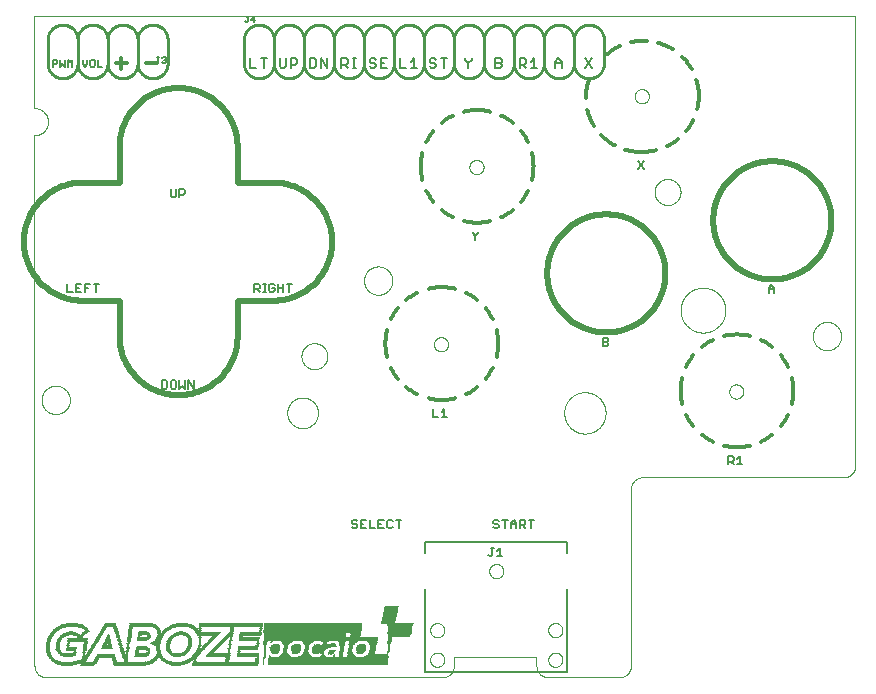
<source format=gto>
G75*
%MOIN*%
%OFA0B0*%
%FSLAX25Y25*%
%IPPOS*%
%LPD*%
%AMOC8*
5,1,8,0,0,1.08239X$1,22.5*
%
%ADD10C,0.01200*%
%ADD11C,0.02000*%
%ADD12C,0.00000*%
%ADD13C,0.00039*%
%ADD14C,0.01000*%
%ADD15C,0.00800*%
%ADD16C,0.01400*%
%ADD17C,0.00600*%
%ADD18R,0.03839X0.00098*%
%ADD19R,0.04921X0.00098*%
%ADD20R,0.10827X0.00098*%
%ADD21R,0.03346X0.00098*%
%ADD22R,0.21752X0.00098*%
%ADD23R,0.05020X0.00098*%
%ADD24R,0.11516X0.00098*%
%ADD25R,0.04429X0.00098*%
%ADD26R,0.21850X0.00098*%
%ADD27R,0.00098X0.00098*%
%ADD28R,0.40059X0.00098*%
%ADD29R,0.05610X0.00098*%
%ADD30R,0.11713X0.00098*%
%ADD31R,0.39961X0.00098*%
%ADD32R,0.06398X0.00098*%
%ADD33R,0.12106X0.00098*%
%ADD34R,0.06890X0.00098*%
%ADD35R,0.12303X0.00098*%
%ADD36R,0.06102X0.00098*%
%ADD37R,0.07776X0.00098*%
%ADD38R,0.12500X0.00098*%
%ADD39R,0.06791X0.00098*%
%ADD40R,0.08169X0.00098*%
%ADD41R,0.12795X0.00098*%
%ADD42R,0.07185X0.00098*%
%ADD43R,0.00197X0.00098*%
%ADD44R,0.08563X0.00098*%
%ADD45R,0.13189X0.00098*%
%ADD46R,0.07579X0.00098*%
%ADD47R,0.08957X0.00098*%
%ADD48R,0.13287X0.00098*%
%ADD49R,0.07874X0.00098*%
%ADD50R,0.02953X0.00098*%
%ADD51R,0.04823X0.00098*%
%ADD52R,0.01280X0.00098*%
%ADD53R,0.01181X0.00098*%
%ADD54R,0.01083X0.00098*%
%ADD55R,0.03150X0.00098*%
%ADD56R,0.03248X0.00098*%
%ADD57R,0.00984X0.00098*%
%ADD58R,0.39862X0.00098*%
%ADD59R,0.02854X0.00098*%
%ADD60R,0.02461X0.00098*%
%ADD61R,0.04331X0.00098*%
%ADD62R,0.02264X0.00098*%
%ADD63R,0.03740X0.00098*%
%ADD64R,0.02165X0.00098*%
%ADD65R,0.03445X0.00098*%
%ADD66R,0.02362X0.00098*%
%ADD67R,0.00295X0.00098*%
%ADD68R,0.01969X0.00098*%
%ADD69R,0.01870X0.00098*%
%ADD70R,0.00886X0.00098*%
%ADD71R,0.03051X0.00098*%
%ADD72R,0.01772X0.00098*%
%ADD73R,0.01673X0.00098*%
%ADD74R,0.02756X0.00098*%
%ADD75R,0.01476X0.00098*%
%ADD76R,0.01575X0.00098*%
%ADD77R,0.39764X0.00098*%
%ADD78R,0.01378X0.00098*%
%ADD79R,0.02559X0.00098*%
%ADD80R,0.00394X0.00098*%
%ADD81R,0.02067X0.00098*%
%ADD82R,0.39665X0.00098*%
%ADD83R,0.05807X0.00098*%
%ADD84R,0.09154X0.00098*%
%ADD85R,0.08760X0.00098*%
%ADD86R,0.06299X0.00098*%
%ADD87R,0.00492X0.00098*%
%ADD88R,0.05217X0.00098*%
%ADD89R,0.02657X0.00098*%
%ADD90R,0.08366X0.00098*%
%ADD91R,0.06201X0.00098*%
%ADD92R,0.04134X0.00098*%
%ADD93R,0.04528X0.00098*%
%ADD94R,0.00689X0.00098*%
%ADD95R,0.08071X0.00098*%
%ADD96R,0.03642X0.00098*%
%ADD97R,0.00591X0.00098*%
%ADD98R,0.03543X0.00098*%
%ADD99R,0.06004X0.00098*%
%ADD100R,0.07972X0.00098*%
%ADD101R,0.07480X0.00098*%
%ADD102R,0.07677X0.00098*%
%ADD103R,0.04035X0.00098*%
%ADD104R,0.04232X0.00098*%
%ADD105R,0.07382X0.00098*%
%ADD106R,0.00787X0.00098*%
%ADD107R,0.05118X0.00098*%
%ADD108R,0.05709X0.00098*%
%ADD109R,0.04724X0.00098*%
%ADD110R,0.06988X0.00098*%
%ADD111R,0.05315X0.00098*%
%ADD112R,0.05413X0.00098*%
%ADD113R,0.05512X0.00098*%
%ADD114R,0.04626X0.00098*%
%ADD115R,0.07283X0.00098*%
%ADD116R,0.03937X0.00098*%
%ADD117R,0.06496X0.00098*%
%ADD118R,0.06693X0.00098*%
%ADD119R,0.37894X0.00098*%
%ADD120R,0.37992X0.00098*%
%ADD121R,0.38091X0.00098*%
%ADD122R,0.27657X0.00098*%
%ADD123R,0.09744X0.00098*%
%ADD124R,0.27559X0.00098*%
%ADD125R,0.09547X0.00098*%
%ADD126R,0.27461X0.00098*%
%ADD127R,0.27362X0.00098*%
%ADD128R,0.27264X0.00098*%
%ADD129R,0.07087X0.00098*%
%ADD130R,0.27854X0.00098*%
%ADD131R,0.08268X0.00098*%
%ADD132R,0.32382X0.00098*%
%ADD133R,0.32480X0.00098*%
%ADD134R,0.32579X0.00098*%
%ADD135R,0.32677X0.00098*%
%ADD136R,0.32776X0.00098*%
%ADD137R,0.09252X0.00098*%
%ADD138R,0.21260X0.00098*%
%ADD139R,0.32874X0.00098*%
%ADD140R,0.09055X0.00098*%
%ADD141R,0.06594X0.00098*%
%ADD142R,0.21358X0.00098*%
%ADD143R,0.32972X0.00098*%
%ADD144R,0.08465X0.00098*%
%ADD145C,0.00500*%
D10*
X0144656Y0137138D02*
X0145003Y0137412D01*
X0145356Y0137678D01*
X0145716Y0137936D01*
X0146081Y0138185D01*
X0146452Y0138425D01*
X0146829Y0138657D01*
X0147211Y0138879D01*
X0147598Y0139093D01*
X0147990Y0139297D01*
X0148387Y0139492D01*
X0144656Y0107946D02*
X0145003Y0107672D01*
X0145356Y0107406D01*
X0145716Y0107148D01*
X0146081Y0106899D01*
X0146452Y0106659D01*
X0146829Y0106427D01*
X0147211Y0106205D01*
X0147598Y0105991D01*
X0147990Y0105787D01*
X0148387Y0105592D01*
X0168290Y0137138D02*
X0167943Y0137412D01*
X0167590Y0137678D01*
X0167230Y0137936D01*
X0166865Y0138185D01*
X0166494Y0138425D01*
X0166117Y0138657D01*
X0165735Y0138879D01*
X0165348Y0139093D01*
X0164956Y0139297D01*
X0164559Y0139492D01*
X0168290Y0107946D02*
X0167943Y0107672D01*
X0167590Y0107406D01*
X0167230Y0107148D01*
X0166865Y0106899D01*
X0166494Y0106659D01*
X0166117Y0106427D01*
X0165735Y0106205D01*
X0165348Y0105991D01*
X0164956Y0105787D01*
X0164559Y0105592D01*
X0141877Y0110725D02*
X0141603Y0111072D01*
X0141337Y0111425D01*
X0141079Y0111785D01*
X0140830Y0112150D01*
X0140590Y0112521D01*
X0140358Y0112898D01*
X0140136Y0113280D01*
X0139922Y0113667D01*
X0139718Y0114059D01*
X0139523Y0114456D01*
X0171069Y0110725D02*
X0171343Y0111072D01*
X0171609Y0111425D01*
X0171867Y0111785D01*
X0172116Y0112150D01*
X0172356Y0112521D01*
X0172588Y0112898D01*
X0172810Y0113280D01*
X0173024Y0113667D01*
X0173228Y0114059D01*
X0173423Y0114456D01*
X0141877Y0134359D02*
X0141603Y0134012D01*
X0141337Y0133659D01*
X0141079Y0133299D01*
X0140830Y0132934D01*
X0140590Y0132563D01*
X0140358Y0132186D01*
X0140136Y0131804D01*
X0139922Y0131417D01*
X0139718Y0131025D01*
X0139523Y0130628D01*
X0171069Y0134359D02*
X0171343Y0134012D01*
X0171609Y0133659D01*
X0171867Y0133299D01*
X0172116Y0132934D01*
X0172356Y0132563D01*
X0172588Y0132186D01*
X0172810Y0131804D01*
X0173024Y0131417D01*
X0173228Y0131025D01*
X0173423Y0130628D01*
X0156473Y0103762D02*
X0156031Y0103767D01*
X0155589Y0103783D01*
X0155147Y0103809D01*
X0154707Y0103845D01*
X0154267Y0103892D01*
X0153829Y0103949D01*
X0153392Y0104017D01*
X0152956Y0104094D01*
X0152523Y0104182D01*
X0152092Y0104280D01*
X0138211Y0118161D02*
X0138113Y0118592D01*
X0138025Y0119025D01*
X0137948Y0119461D01*
X0137880Y0119898D01*
X0137823Y0120336D01*
X0137776Y0120776D01*
X0137740Y0121216D01*
X0137714Y0121658D01*
X0137698Y0122100D01*
X0137693Y0122542D01*
X0152092Y0140804D02*
X0152523Y0140902D01*
X0152956Y0140990D01*
X0153392Y0141067D01*
X0153829Y0141135D01*
X0154267Y0141192D01*
X0154707Y0141239D01*
X0155147Y0141275D01*
X0155589Y0141301D01*
X0156031Y0141317D01*
X0156473Y0141322D01*
X0138211Y0126923D02*
X0138113Y0126492D01*
X0138025Y0126059D01*
X0137948Y0125623D01*
X0137880Y0125186D01*
X0137823Y0124748D01*
X0137776Y0124308D01*
X0137740Y0123868D01*
X0137714Y0123426D01*
X0137698Y0122984D01*
X0137693Y0122542D01*
X0174735Y0126923D02*
X0174833Y0126492D01*
X0174921Y0126059D01*
X0174998Y0125623D01*
X0175066Y0125186D01*
X0175123Y0124748D01*
X0175170Y0124308D01*
X0175206Y0123868D01*
X0175232Y0123426D01*
X0175248Y0122984D01*
X0175253Y0122542D01*
X0160854Y0140804D02*
X0160423Y0140902D01*
X0159990Y0140990D01*
X0159554Y0141067D01*
X0159117Y0141135D01*
X0158679Y0141192D01*
X0158239Y0141239D01*
X0157799Y0141275D01*
X0157357Y0141301D01*
X0156915Y0141317D01*
X0156473Y0141322D01*
X0160854Y0104280D02*
X0160423Y0104182D01*
X0159990Y0104094D01*
X0159554Y0104017D01*
X0159117Y0103949D01*
X0158679Y0103892D01*
X0158239Y0103845D01*
X0157799Y0103809D01*
X0157357Y0103783D01*
X0156915Y0103767D01*
X0156473Y0103762D01*
X0174735Y0118161D02*
X0174833Y0118592D01*
X0174921Y0119025D01*
X0174998Y0119461D01*
X0175066Y0119898D01*
X0175123Y0120336D01*
X0175170Y0120776D01*
X0175206Y0121216D01*
X0175232Y0121658D01*
X0175248Y0122100D01*
X0175253Y0122542D01*
X0156467Y0196193D02*
X0156814Y0196467D01*
X0157167Y0196733D01*
X0157527Y0196991D01*
X0157892Y0197240D01*
X0158263Y0197480D01*
X0158640Y0197712D01*
X0159022Y0197934D01*
X0159409Y0198148D01*
X0159801Y0198352D01*
X0160198Y0198547D01*
X0156467Y0167001D02*
X0156814Y0166727D01*
X0157167Y0166461D01*
X0157527Y0166203D01*
X0157892Y0165954D01*
X0158263Y0165714D01*
X0158640Y0165482D01*
X0159022Y0165260D01*
X0159409Y0165046D01*
X0159801Y0164842D01*
X0160198Y0164647D01*
X0180101Y0196193D02*
X0179754Y0196467D01*
X0179401Y0196733D01*
X0179041Y0196991D01*
X0178676Y0197240D01*
X0178305Y0197480D01*
X0177928Y0197712D01*
X0177546Y0197934D01*
X0177159Y0198148D01*
X0176767Y0198352D01*
X0176370Y0198547D01*
X0180101Y0167001D02*
X0179754Y0166727D01*
X0179401Y0166461D01*
X0179041Y0166203D01*
X0178676Y0165954D01*
X0178305Y0165714D01*
X0177928Y0165482D01*
X0177546Y0165260D01*
X0177159Y0165046D01*
X0176767Y0164842D01*
X0176370Y0164647D01*
X0153688Y0169780D02*
X0153414Y0170127D01*
X0153148Y0170480D01*
X0152890Y0170840D01*
X0152641Y0171205D01*
X0152401Y0171576D01*
X0152169Y0171953D01*
X0151947Y0172335D01*
X0151733Y0172722D01*
X0151529Y0173114D01*
X0151334Y0173511D01*
X0182880Y0193414D02*
X0183154Y0193067D01*
X0183420Y0192714D01*
X0183678Y0192354D01*
X0183927Y0191989D01*
X0184167Y0191618D01*
X0184399Y0191241D01*
X0184621Y0190859D01*
X0184835Y0190472D01*
X0185039Y0190080D01*
X0185234Y0189683D01*
X0153688Y0193414D02*
X0153414Y0193067D01*
X0153148Y0192714D01*
X0152890Y0192354D01*
X0152641Y0191989D01*
X0152401Y0191618D01*
X0152169Y0191241D01*
X0151947Y0190859D01*
X0151733Y0190472D01*
X0151529Y0190080D01*
X0151334Y0189683D01*
X0182880Y0169780D02*
X0183154Y0170127D01*
X0183420Y0170480D01*
X0183678Y0170840D01*
X0183927Y0171205D01*
X0184167Y0171576D01*
X0184399Y0171953D01*
X0184621Y0172335D01*
X0184835Y0172722D01*
X0185039Y0173114D01*
X0185234Y0173511D01*
X0150022Y0177216D02*
X0149924Y0177647D01*
X0149836Y0178080D01*
X0149759Y0178516D01*
X0149691Y0178953D01*
X0149634Y0179391D01*
X0149587Y0179831D01*
X0149551Y0180271D01*
X0149525Y0180713D01*
X0149509Y0181155D01*
X0149504Y0181597D01*
X0163903Y0163335D02*
X0164334Y0163237D01*
X0164767Y0163149D01*
X0165203Y0163072D01*
X0165640Y0163004D01*
X0166078Y0162947D01*
X0166518Y0162900D01*
X0166958Y0162864D01*
X0167400Y0162838D01*
X0167842Y0162822D01*
X0168284Y0162817D01*
X0163903Y0199859D02*
X0164334Y0199957D01*
X0164767Y0200045D01*
X0165203Y0200122D01*
X0165640Y0200190D01*
X0166078Y0200247D01*
X0166518Y0200294D01*
X0166958Y0200330D01*
X0167400Y0200356D01*
X0167842Y0200372D01*
X0168284Y0200377D01*
X0150022Y0185978D02*
X0149924Y0185547D01*
X0149836Y0185114D01*
X0149759Y0184678D01*
X0149691Y0184241D01*
X0149634Y0183803D01*
X0149587Y0183363D01*
X0149551Y0182923D01*
X0149525Y0182481D01*
X0149509Y0182039D01*
X0149504Y0181597D01*
X0186546Y0185978D02*
X0186644Y0185547D01*
X0186732Y0185114D01*
X0186809Y0184678D01*
X0186877Y0184241D01*
X0186934Y0183803D01*
X0186981Y0183363D01*
X0187017Y0182923D01*
X0187043Y0182481D01*
X0187059Y0182039D01*
X0187064Y0181597D01*
X0172665Y0199859D02*
X0172234Y0199957D01*
X0171801Y0200045D01*
X0171365Y0200122D01*
X0170928Y0200190D01*
X0170490Y0200247D01*
X0170050Y0200294D01*
X0169610Y0200330D01*
X0169168Y0200356D01*
X0168726Y0200372D01*
X0168284Y0200377D01*
X0172665Y0163335D02*
X0172234Y0163237D01*
X0171801Y0163149D01*
X0171365Y0163072D01*
X0170928Y0163004D01*
X0170490Y0162947D01*
X0170050Y0162900D01*
X0169610Y0162864D01*
X0169168Y0162838D01*
X0168726Y0162822D01*
X0168284Y0162817D01*
X0186546Y0177216D02*
X0186644Y0177647D01*
X0186732Y0178080D01*
X0186809Y0178516D01*
X0186877Y0178953D01*
X0186934Y0179391D01*
X0186981Y0179831D01*
X0187017Y0180271D01*
X0187043Y0180713D01*
X0187059Y0181155D01*
X0187064Y0181597D01*
X0209533Y0192068D02*
X0209841Y0191752D01*
X0210157Y0191442D01*
X0210480Y0191141D01*
X0210811Y0190848D01*
X0211148Y0190562D01*
X0211493Y0190285D01*
X0211844Y0190017D01*
X0212202Y0189757D01*
X0212565Y0189506D01*
X0212935Y0189264D01*
X0213311Y0189031D01*
X0213692Y0188807D01*
X0214079Y0188593D01*
X0204552Y0204403D02*
X0204553Y0204845D01*
X0204566Y0205287D01*
X0204589Y0205728D01*
X0204624Y0206169D01*
X0204668Y0206609D01*
X0204724Y0207047D01*
X0204790Y0207484D01*
X0204867Y0207920D01*
X0204955Y0208353D01*
X0205053Y0208784D01*
X0205161Y0209213D01*
X0205280Y0209638D01*
X0205409Y0210061D01*
X0217719Y0187116D02*
X0218146Y0187000D01*
X0218575Y0186895D01*
X0219007Y0186800D01*
X0219441Y0186716D01*
X0219877Y0186642D01*
X0220315Y0186579D01*
X0220753Y0186527D01*
X0221194Y0186486D01*
X0221634Y0186455D01*
X0222076Y0186435D01*
X0222518Y0186426D01*
X0222960Y0186427D01*
X0223402Y0186440D01*
X0207152Y0195195D02*
X0206928Y0195577D01*
X0206714Y0195963D01*
X0206509Y0196355D01*
X0206314Y0196752D01*
X0206129Y0197153D01*
X0205954Y0197559D01*
X0205788Y0197969D01*
X0205633Y0198383D01*
X0205487Y0198800D01*
X0205352Y0199221D01*
X0205227Y0199645D01*
X0205113Y0200072D01*
X0205009Y0200502D01*
X0237998Y0193402D02*
X0238272Y0193749D01*
X0238538Y0194102D01*
X0238796Y0194462D01*
X0239045Y0194827D01*
X0239285Y0195198D01*
X0239517Y0195575D01*
X0239739Y0195957D01*
X0239953Y0196344D01*
X0240157Y0196736D01*
X0240352Y0197133D01*
X0215853Y0221772D02*
X0215455Y0221583D01*
X0215063Y0221386D01*
X0214675Y0221178D01*
X0214292Y0220962D01*
X0213914Y0220737D01*
X0213542Y0220503D01*
X0213175Y0220260D01*
X0212814Y0220008D01*
X0212459Y0219749D01*
X0212111Y0219480D01*
X0211769Y0219204D01*
X0211433Y0218919D01*
X0231488Y0188269D02*
X0231885Y0188464D01*
X0232277Y0188668D01*
X0232664Y0188882D01*
X0233046Y0189104D01*
X0233423Y0189336D01*
X0233794Y0189576D01*
X0234159Y0189825D01*
X0234519Y0190083D01*
X0234872Y0190349D01*
X0235219Y0190623D01*
X0242181Y0205219D02*
X0242169Y0205658D01*
X0242145Y0206097D01*
X0242112Y0206536D01*
X0242068Y0206974D01*
X0242014Y0207410D01*
X0241949Y0207845D01*
X0241874Y0208278D01*
X0241789Y0208710D01*
X0241694Y0209139D01*
X0241588Y0209566D01*
X0241473Y0209991D01*
X0241347Y0210412D01*
X0239790Y0214020D02*
X0239570Y0214401D01*
X0239340Y0214776D01*
X0239102Y0215145D01*
X0238855Y0215509D01*
X0238600Y0215867D01*
X0238336Y0216219D01*
X0238064Y0216565D01*
X0237783Y0216904D01*
X0237495Y0217236D01*
X0237199Y0217561D01*
X0236895Y0217879D01*
X0236584Y0218190D01*
X0227783Y0186957D02*
X0227352Y0186859D01*
X0226919Y0186771D01*
X0226483Y0186694D01*
X0226046Y0186626D01*
X0225608Y0186569D01*
X0225168Y0186522D01*
X0224728Y0186486D01*
X0224286Y0186460D01*
X0223844Y0186444D01*
X0223402Y0186439D01*
X0233498Y0220622D02*
X0233123Y0220851D01*
X0232742Y0221072D01*
X0232357Y0221284D01*
X0231966Y0221486D01*
X0231571Y0221679D01*
X0231172Y0221863D01*
X0230768Y0222037D01*
X0230360Y0222202D01*
X0229948Y0222357D01*
X0229533Y0222502D01*
X0229115Y0222637D01*
X0228693Y0222763D01*
X0242182Y0205219D02*
X0242177Y0204777D01*
X0242161Y0204335D01*
X0242135Y0203893D01*
X0242099Y0203453D01*
X0242052Y0203013D01*
X0241995Y0202575D01*
X0241927Y0202138D01*
X0241850Y0201702D01*
X0241762Y0201269D01*
X0241664Y0200838D01*
X0224821Y0223432D02*
X0224382Y0223455D01*
X0223942Y0223468D01*
X0223502Y0223471D01*
X0223063Y0223463D01*
X0222623Y0223445D01*
X0222184Y0223416D01*
X0221746Y0223377D01*
X0221309Y0223328D01*
X0220873Y0223268D01*
X0220439Y0223198D01*
X0220007Y0223118D01*
X0219577Y0223027D01*
X0243081Y0092198D02*
X0243428Y0091924D01*
X0243781Y0091658D01*
X0244141Y0091400D01*
X0244506Y0091151D01*
X0244877Y0090911D01*
X0245254Y0090679D01*
X0245636Y0090457D01*
X0246023Y0090243D01*
X0246415Y0090039D01*
X0246812Y0089844D01*
X0243081Y0121390D02*
X0243428Y0121664D01*
X0243781Y0121930D01*
X0244141Y0122188D01*
X0244506Y0122437D01*
X0244877Y0122677D01*
X0245254Y0122909D01*
X0245636Y0123131D01*
X0246023Y0123345D01*
X0246415Y0123549D01*
X0246812Y0123744D01*
X0266715Y0092198D02*
X0266368Y0091924D01*
X0266015Y0091658D01*
X0265655Y0091400D01*
X0265290Y0091151D01*
X0264919Y0090911D01*
X0264542Y0090679D01*
X0264160Y0090457D01*
X0263773Y0090243D01*
X0263381Y0090039D01*
X0262984Y0089844D01*
X0266715Y0121390D02*
X0266368Y0121664D01*
X0266015Y0121930D01*
X0265655Y0122188D01*
X0265290Y0122437D01*
X0264919Y0122677D01*
X0264542Y0122909D01*
X0264160Y0123131D01*
X0263773Y0123345D01*
X0263381Y0123549D01*
X0262984Y0123744D01*
X0240302Y0118611D02*
X0240028Y0118264D01*
X0239762Y0117911D01*
X0239504Y0117551D01*
X0239255Y0117186D01*
X0239015Y0116815D01*
X0238783Y0116438D01*
X0238561Y0116056D01*
X0238347Y0115669D01*
X0238143Y0115277D01*
X0237948Y0114880D01*
X0269494Y0118611D02*
X0269768Y0118264D01*
X0270034Y0117911D01*
X0270292Y0117551D01*
X0270541Y0117186D01*
X0270781Y0116815D01*
X0271013Y0116438D01*
X0271235Y0116056D01*
X0271449Y0115669D01*
X0271653Y0115277D01*
X0271848Y0114880D01*
X0240302Y0094977D02*
X0240028Y0095324D01*
X0239762Y0095677D01*
X0239504Y0096037D01*
X0239255Y0096402D01*
X0239015Y0096773D01*
X0238783Y0097150D01*
X0238561Y0097532D01*
X0238347Y0097919D01*
X0238143Y0098311D01*
X0237948Y0098708D01*
X0269494Y0094977D02*
X0269768Y0095324D01*
X0270034Y0095677D01*
X0270292Y0096037D01*
X0270541Y0096402D01*
X0270781Y0096773D01*
X0271013Y0097150D01*
X0271235Y0097532D01*
X0271449Y0097919D01*
X0271653Y0098311D01*
X0271848Y0098708D01*
X0236636Y0102413D02*
X0236538Y0102844D01*
X0236450Y0103277D01*
X0236373Y0103713D01*
X0236305Y0104150D01*
X0236248Y0104588D01*
X0236201Y0105028D01*
X0236165Y0105468D01*
X0236139Y0105910D01*
X0236123Y0106352D01*
X0236118Y0106794D01*
X0250517Y0088532D02*
X0250948Y0088434D01*
X0251381Y0088346D01*
X0251817Y0088269D01*
X0252254Y0088201D01*
X0252692Y0088144D01*
X0253132Y0088097D01*
X0253572Y0088061D01*
X0254014Y0088035D01*
X0254456Y0088019D01*
X0254898Y0088014D01*
X0250517Y0125056D02*
X0250948Y0125154D01*
X0251381Y0125242D01*
X0251817Y0125319D01*
X0252254Y0125387D01*
X0252692Y0125444D01*
X0253132Y0125491D01*
X0253572Y0125527D01*
X0254014Y0125553D01*
X0254456Y0125569D01*
X0254898Y0125574D01*
X0236636Y0111175D02*
X0236538Y0110744D01*
X0236450Y0110311D01*
X0236373Y0109875D01*
X0236305Y0109438D01*
X0236248Y0109000D01*
X0236201Y0108560D01*
X0236165Y0108120D01*
X0236139Y0107678D01*
X0236123Y0107236D01*
X0236118Y0106794D01*
X0273160Y0111175D02*
X0273258Y0110744D01*
X0273346Y0110311D01*
X0273423Y0109875D01*
X0273491Y0109438D01*
X0273548Y0109000D01*
X0273595Y0108560D01*
X0273631Y0108120D01*
X0273657Y0107678D01*
X0273673Y0107236D01*
X0273678Y0106794D01*
X0259279Y0125056D02*
X0258848Y0125154D01*
X0258415Y0125242D01*
X0257979Y0125319D01*
X0257542Y0125387D01*
X0257104Y0125444D01*
X0256664Y0125491D01*
X0256224Y0125527D01*
X0255782Y0125553D01*
X0255340Y0125569D01*
X0254898Y0125574D01*
X0259279Y0088532D02*
X0258848Y0088434D01*
X0258415Y0088346D01*
X0257979Y0088269D01*
X0257542Y0088201D01*
X0257104Y0088144D01*
X0256664Y0088097D01*
X0256224Y0088061D01*
X0255782Y0088035D01*
X0255340Y0088019D01*
X0254898Y0088014D01*
X0273160Y0102413D02*
X0273258Y0102844D01*
X0273346Y0103277D01*
X0273423Y0103713D01*
X0273491Y0104150D01*
X0273548Y0104588D01*
X0273595Y0105028D01*
X0273631Y0105468D01*
X0273657Y0105910D01*
X0273673Y0106352D01*
X0273678Y0106794D01*
D11*
X0246985Y0163605D02*
X0246991Y0164088D01*
X0247009Y0164571D01*
X0247038Y0165053D01*
X0247080Y0165534D01*
X0247133Y0166015D01*
X0247198Y0166493D01*
X0247275Y0166970D01*
X0247363Y0167445D01*
X0247463Y0167918D01*
X0247575Y0168388D01*
X0247698Y0168855D01*
X0247833Y0169319D01*
X0247979Y0169780D01*
X0248136Y0170237D01*
X0248304Y0170690D01*
X0248483Y0171138D01*
X0248674Y0171582D01*
X0248875Y0172021D01*
X0249087Y0172456D01*
X0249309Y0172884D01*
X0249542Y0173308D01*
X0249786Y0173725D01*
X0250039Y0174136D01*
X0250303Y0174541D01*
X0250576Y0174940D01*
X0250859Y0175331D01*
X0251151Y0175716D01*
X0251453Y0176093D01*
X0251764Y0176463D01*
X0252084Y0176825D01*
X0252413Y0177179D01*
X0252751Y0177524D01*
X0253096Y0177862D01*
X0253450Y0178191D01*
X0253812Y0178511D01*
X0254182Y0178822D01*
X0254559Y0179124D01*
X0254944Y0179416D01*
X0255335Y0179699D01*
X0255734Y0179972D01*
X0256139Y0180236D01*
X0256550Y0180489D01*
X0256967Y0180733D01*
X0257391Y0180966D01*
X0257819Y0181188D01*
X0258254Y0181400D01*
X0258693Y0181601D01*
X0259137Y0181792D01*
X0259585Y0181971D01*
X0260038Y0182139D01*
X0260495Y0182296D01*
X0260956Y0182442D01*
X0261420Y0182577D01*
X0261887Y0182700D01*
X0262357Y0182812D01*
X0262830Y0182912D01*
X0263305Y0183000D01*
X0263782Y0183077D01*
X0264260Y0183142D01*
X0264741Y0183195D01*
X0265222Y0183237D01*
X0265704Y0183266D01*
X0266187Y0183284D01*
X0266670Y0183290D01*
X0267153Y0183284D01*
X0267636Y0183266D01*
X0268118Y0183237D01*
X0268599Y0183195D01*
X0269080Y0183142D01*
X0269558Y0183077D01*
X0270035Y0183000D01*
X0270510Y0182912D01*
X0270983Y0182812D01*
X0271453Y0182700D01*
X0271920Y0182577D01*
X0272384Y0182442D01*
X0272845Y0182296D01*
X0273302Y0182139D01*
X0273755Y0181971D01*
X0274203Y0181792D01*
X0274647Y0181601D01*
X0275086Y0181400D01*
X0275521Y0181188D01*
X0275949Y0180966D01*
X0276373Y0180733D01*
X0276790Y0180489D01*
X0277201Y0180236D01*
X0277606Y0179972D01*
X0278005Y0179699D01*
X0278396Y0179416D01*
X0278781Y0179124D01*
X0279158Y0178822D01*
X0279528Y0178511D01*
X0279890Y0178191D01*
X0280244Y0177862D01*
X0280589Y0177524D01*
X0280927Y0177179D01*
X0281256Y0176825D01*
X0281576Y0176463D01*
X0281887Y0176093D01*
X0282189Y0175716D01*
X0282481Y0175331D01*
X0282764Y0174940D01*
X0283037Y0174541D01*
X0283301Y0174136D01*
X0283554Y0173725D01*
X0283798Y0173308D01*
X0284031Y0172884D01*
X0284253Y0172456D01*
X0284465Y0172021D01*
X0284666Y0171582D01*
X0284857Y0171138D01*
X0285036Y0170690D01*
X0285204Y0170237D01*
X0285361Y0169780D01*
X0285507Y0169319D01*
X0285642Y0168855D01*
X0285765Y0168388D01*
X0285877Y0167918D01*
X0285977Y0167445D01*
X0286065Y0166970D01*
X0286142Y0166493D01*
X0286207Y0166015D01*
X0286260Y0165534D01*
X0286302Y0165053D01*
X0286331Y0164571D01*
X0286349Y0164088D01*
X0286355Y0163605D01*
X0286349Y0163122D01*
X0286331Y0162639D01*
X0286302Y0162157D01*
X0286260Y0161676D01*
X0286207Y0161195D01*
X0286142Y0160717D01*
X0286065Y0160240D01*
X0285977Y0159765D01*
X0285877Y0159292D01*
X0285765Y0158822D01*
X0285642Y0158355D01*
X0285507Y0157891D01*
X0285361Y0157430D01*
X0285204Y0156973D01*
X0285036Y0156520D01*
X0284857Y0156072D01*
X0284666Y0155628D01*
X0284465Y0155189D01*
X0284253Y0154754D01*
X0284031Y0154326D01*
X0283798Y0153902D01*
X0283554Y0153485D01*
X0283301Y0153074D01*
X0283037Y0152669D01*
X0282764Y0152270D01*
X0282481Y0151879D01*
X0282189Y0151494D01*
X0281887Y0151117D01*
X0281576Y0150747D01*
X0281256Y0150385D01*
X0280927Y0150031D01*
X0280589Y0149686D01*
X0280244Y0149348D01*
X0279890Y0149019D01*
X0279528Y0148699D01*
X0279158Y0148388D01*
X0278781Y0148086D01*
X0278396Y0147794D01*
X0278005Y0147511D01*
X0277606Y0147238D01*
X0277201Y0146974D01*
X0276790Y0146721D01*
X0276373Y0146477D01*
X0275949Y0146244D01*
X0275521Y0146022D01*
X0275086Y0145810D01*
X0274647Y0145609D01*
X0274203Y0145418D01*
X0273755Y0145239D01*
X0273302Y0145071D01*
X0272845Y0144914D01*
X0272384Y0144768D01*
X0271920Y0144633D01*
X0271453Y0144510D01*
X0270983Y0144398D01*
X0270510Y0144298D01*
X0270035Y0144210D01*
X0269558Y0144133D01*
X0269080Y0144068D01*
X0268599Y0144015D01*
X0268118Y0143973D01*
X0267636Y0143944D01*
X0267153Y0143926D01*
X0266670Y0143920D01*
X0266187Y0143926D01*
X0265704Y0143944D01*
X0265222Y0143973D01*
X0264741Y0144015D01*
X0264260Y0144068D01*
X0263782Y0144133D01*
X0263305Y0144210D01*
X0262830Y0144298D01*
X0262357Y0144398D01*
X0261887Y0144510D01*
X0261420Y0144633D01*
X0260956Y0144768D01*
X0260495Y0144914D01*
X0260038Y0145071D01*
X0259585Y0145239D01*
X0259137Y0145418D01*
X0258693Y0145609D01*
X0258254Y0145810D01*
X0257819Y0146022D01*
X0257391Y0146244D01*
X0256967Y0146477D01*
X0256550Y0146721D01*
X0256139Y0146974D01*
X0255734Y0147238D01*
X0255335Y0147511D01*
X0254944Y0147794D01*
X0254559Y0148086D01*
X0254182Y0148388D01*
X0253812Y0148699D01*
X0253450Y0149019D01*
X0253096Y0149348D01*
X0252751Y0149686D01*
X0252413Y0150031D01*
X0252084Y0150385D01*
X0251764Y0150747D01*
X0251453Y0151117D01*
X0251151Y0151494D01*
X0250859Y0151879D01*
X0250576Y0152270D01*
X0250303Y0152669D01*
X0250039Y0153074D01*
X0249786Y0153485D01*
X0249542Y0153902D01*
X0249309Y0154326D01*
X0249087Y0154754D01*
X0248875Y0155189D01*
X0248674Y0155628D01*
X0248483Y0156072D01*
X0248304Y0156520D01*
X0248136Y0156973D01*
X0247979Y0157430D01*
X0247833Y0157891D01*
X0247698Y0158355D01*
X0247575Y0158822D01*
X0247463Y0159292D01*
X0247363Y0159765D01*
X0247275Y0160240D01*
X0247198Y0160717D01*
X0247133Y0161195D01*
X0247080Y0161676D01*
X0247038Y0162157D01*
X0247009Y0162639D01*
X0246991Y0163122D01*
X0246985Y0163605D01*
X0191670Y0145928D02*
X0191676Y0146411D01*
X0191694Y0146894D01*
X0191723Y0147376D01*
X0191765Y0147857D01*
X0191818Y0148338D01*
X0191883Y0148816D01*
X0191960Y0149293D01*
X0192048Y0149768D01*
X0192148Y0150241D01*
X0192260Y0150711D01*
X0192383Y0151178D01*
X0192518Y0151642D01*
X0192664Y0152103D01*
X0192821Y0152560D01*
X0192989Y0153013D01*
X0193168Y0153461D01*
X0193359Y0153905D01*
X0193560Y0154344D01*
X0193772Y0154779D01*
X0193994Y0155207D01*
X0194227Y0155631D01*
X0194471Y0156048D01*
X0194724Y0156459D01*
X0194988Y0156864D01*
X0195261Y0157263D01*
X0195544Y0157654D01*
X0195836Y0158039D01*
X0196138Y0158416D01*
X0196449Y0158786D01*
X0196769Y0159148D01*
X0197098Y0159502D01*
X0197436Y0159847D01*
X0197781Y0160185D01*
X0198135Y0160514D01*
X0198497Y0160834D01*
X0198867Y0161145D01*
X0199244Y0161447D01*
X0199629Y0161739D01*
X0200020Y0162022D01*
X0200419Y0162295D01*
X0200824Y0162559D01*
X0201235Y0162812D01*
X0201652Y0163056D01*
X0202076Y0163289D01*
X0202504Y0163511D01*
X0202939Y0163723D01*
X0203378Y0163924D01*
X0203822Y0164115D01*
X0204270Y0164294D01*
X0204723Y0164462D01*
X0205180Y0164619D01*
X0205641Y0164765D01*
X0206105Y0164900D01*
X0206572Y0165023D01*
X0207042Y0165135D01*
X0207515Y0165235D01*
X0207990Y0165323D01*
X0208467Y0165400D01*
X0208945Y0165465D01*
X0209426Y0165518D01*
X0209907Y0165560D01*
X0210389Y0165589D01*
X0210872Y0165607D01*
X0211355Y0165613D01*
X0211838Y0165607D01*
X0212321Y0165589D01*
X0212803Y0165560D01*
X0213284Y0165518D01*
X0213765Y0165465D01*
X0214243Y0165400D01*
X0214720Y0165323D01*
X0215195Y0165235D01*
X0215668Y0165135D01*
X0216138Y0165023D01*
X0216605Y0164900D01*
X0217069Y0164765D01*
X0217530Y0164619D01*
X0217987Y0164462D01*
X0218440Y0164294D01*
X0218888Y0164115D01*
X0219332Y0163924D01*
X0219771Y0163723D01*
X0220206Y0163511D01*
X0220634Y0163289D01*
X0221058Y0163056D01*
X0221475Y0162812D01*
X0221886Y0162559D01*
X0222291Y0162295D01*
X0222690Y0162022D01*
X0223081Y0161739D01*
X0223466Y0161447D01*
X0223843Y0161145D01*
X0224213Y0160834D01*
X0224575Y0160514D01*
X0224929Y0160185D01*
X0225274Y0159847D01*
X0225612Y0159502D01*
X0225941Y0159148D01*
X0226261Y0158786D01*
X0226572Y0158416D01*
X0226874Y0158039D01*
X0227166Y0157654D01*
X0227449Y0157263D01*
X0227722Y0156864D01*
X0227986Y0156459D01*
X0228239Y0156048D01*
X0228483Y0155631D01*
X0228716Y0155207D01*
X0228938Y0154779D01*
X0229150Y0154344D01*
X0229351Y0153905D01*
X0229542Y0153461D01*
X0229721Y0153013D01*
X0229889Y0152560D01*
X0230046Y0152103D01*
X0230192Y0151642D01*
X0230327Y0151178D01*
X0230450Y0150711D01*
X0230562Y0150241D01*
X0230662Y0149768D01*
X0230750Y0149293D01*
X0230827Y0148816D01*
X0230892Y0148338D01*
X0230945Y0147857D01*
X0230987Y0147376D01*
X0231016Y0146894D01*
X0231034Y0146411D01*
X0231040Y0145928D01*
X0231034Y0145445D01*
X0231016Y0144962D01*
X0230987Y0144480D01*
X0230945Y0143999D01*
X0230892Y0143518D01*
X0230827Y0143040D01*
X0230750Y0142563D01*
X0230662Y0142088D01*
X0230562Y0141615D01*
X0230450Y0141145D01*
X0230327Y0140678D01*
X0230192Y0140214D01*
X0230046Y0139753D01*
X0229889Y0139296D01*
X0229721Y0138843D01*
X0229542Y0138395D01*
X0229351Y0137951D01*
X0229150Y0137512D01*
X0228938Y0137077D01*
X0228716Y0136649D01*
X0228483Y0136225D01*
X0228239Y0135808D01*
X0227986Y0135397D01*
X0227722Y0134992D01*
X0227449Y0134593D01*
X0227166Y0134202D01*
X0226874Y0133817D01*
X0226572Y0133440D01*
X0226261Y0133070D01*
X0225941Y0132708D01*
X0225612Y0132354D01*
X0225274Y0132009D01*
X0224929Y0131671D01*
X0224575Y0131342D01*
X0224213Y0131022D01*
X0223843Y0130711D01*
X0223466Y0130409D01*
X0223081Y0130117D01*
X0222690Y0129834D01*
X0222291Y0129561D01*
X0221886Y0129297D01*
X0221475Y0129044D01*
X0221058Y0128800D01*
X0220634Y0128567D01*
X0220206Y0128345D01*
X0219771Y0128133D01*
X0219332Y0127932D01*
X0218888Y0127741D01*
X0218440Y0127562D01*
X0217987Y0127394D01*
X0217530Y0127237D01*
X0217069Y0127091D01*
X0216605Y0126956D01*
X0216138Y0126833D01*
X0215668Y0126721D01*
X0215195Y0126621D01*
X0214720Y0126533D01*
X0214243Y0126456D01*
X0213765Y0126391D01*
X0213284Y0126338D01*
X0212803Y0126296D01*
X0212321Y0126267D01*
X0211838Y0126249D01*
X0211355Y0126243D01*
X0210872Y0126249D01*
X0210389Y0126267D01*
X0209907Y0126296D01*
X0209426Y0126338D01*
X0208945Y0126391D01*
X0208467Y0126456D01*
X0207990Y0126533D01*
X0207515Y0126621D01*
X0207042Y0126721D01*
X0206572Y0126833D01*
X0206105Y0126956D01*
X0205641Y0127091D01*
X0205180Y0127237D01*
X0204723Y0127394D01*
X0204270Y0127562D01*
X0203822Y0127741D01*
X0203378Y0127932D01*
X0202939Y0128133D01*
X0202504Y0128345D01*
X0202076Y0128567D01*
X0201652Y0128800D01*
X0201235Y0129044D01*
X0200824Y0129297D01*
X0200419Y0129561D01*
X0200020Y0129834D01*
X0199629Y0130117D01*
X0199244Y0130409D01*
X0198867Y0130711D01*
X0198497Y0131022D01*
X0198135Y0131342D01*
X0197781Y0131671D01*
X0197436Y0132009D01*
X0197098Y0132354D01*
X0196769Y0132708D01*
X0196449Y0133070D01*
X0196138Y0133440D01*
X0195836Y0133817D01*
X0195544Y0134202D01*
X0195261Y0134593D01*
X0194988Y0134992D01*
X0194724Y0135397D01*
X0194471Y0135808D01*
X0194227Y0136225D01*
X0193994Y0136649D01*
X0193772Y0137077D01*
X0193560Y0137512D01*
X0193359Y0137951D01*
X0193168Y0138395D01*
X0192989Y0138843D01*
X0192821Y0139296D01*
X0192664Y0139753D01*
X0192518Y0140214D01*
X0192383Y0140678D01*
X0192260Y0141145D01*
X0192148Y0141615D01*
X0192048Y0142088D01*
X0191960Y0142563D01*
X0191883Y0143040D01*
X0191818Y0143518D01*
X0191765Y0143999D01*
X0191723Y0144480D01*
X0191694Y0144962D01*
X0191676Y0145445D01*
X0191670Y0145928D01*
X0100253Y0136833D02*
X0088442Y0136833D01*
X0088442Y0125022D01*
X0088436Y0124543D01*
X0088419Y0124064D01*
X0088389Y0123585D01*
X0088349Y0123107D01*
X0088296Y0122631D01*
X0088232Y0122156D01*
X0088157Y0121682D01*
X0088070Y0121211D01*
X0087971Y0120742D01*
X0087861Y0120275D01*
X0087740Y0119811D01*
X0087607Y0119351D01*
X0087464Y0118893D01*
X0087309Y0118440D01*
X0087143Y0117990D01*
X0086966Y0117544D01*
X0086779Y0117103D01*
X0086581Y0116667D01*
X0086372Y0116235D01*
X0086153Y0115809D01*
X0085923Y0115388D01*
X0085684Y0114973D01*
X0085434Y0114563D01*
X0085174Y0114160D01*
X0084905Y0113764D01*
X0084626Y0113374D01*
X0084338Y0112991D01*
X0084040Y0112615D01*
X0083733Y0112247D01*
X0083418Y0111886D01*
X0083094Y0111533D01*
X0082761Y0111188D01*
X0082420Y0110851D01*
X0082071Y0110522D01*
X0081714Y0110202D01*
X0081349Y0109891D01*
X0080977Y0109589D01*
X0080597Y0109296D01*
X0080211Y0109012D01*
X0079818Y0108738D01*
X0079418Y0108474D01*
X0079012Y0108219D01*
X0078600Y0107974D01*
X0078181Y0107740D01*
X0077758Y0107515D01*
X0077329Y0107301D01*
X0076895Y0107098D01*
X0076456Y0106905D01*
X0076012Y0106723D01*
X0075565Y0106552D01*
X0075113Y0106391D01*
X0074657Y0106242D01*
X0074198Y0106104D01*
X0073736Y0105977D01*
X0073271Y0105861D01*
X0072803Y0105757D01*
X0072333Y0105664D01*
X0071860Y0105583D01*
X0071386Y0105513D01*
X0070910Y0105455D01*
X0070433Y0105408D01*
X0069955Y0105373D01*
X0069476Y0105350D01*
X0068997Y0105338D01*
X0068517Y0105338D01*
X0068038Y0105350D01*
X0067559Y0105373D01*
X0067081Y0105408D01*
X0066604Y0105455D01*
X0066128Y0105513D01*
X0065654Y0105583D01*
X0065181Y0105664D01*
X0064711Y0105757D01*
X0064243Y0105861D01*
X0063778Y0105977D01*
X0063316Y0106104D01*
X0062857Y0106242D01*
X0062401Y0106391D01*
X0061949Y0106552D01*
X0061502Y0106723D01*
X0061058Y0106905D01*
X0060619Y0107098D01*
X0060185Y0107301D01*
X0059756Y0107515D01*
X0059333Y0107740D01*
X0058915Y0107974D01*
X0058502Y0108219D01*
X0058096Y0108474D01*
X0057696Y0108738D01*
X0057303Y0109012D01*
X0056917Y0109296D01*
X0056537Y0109589D01*
X0056165Y0109891D01*
X0055800Y0110202D01*
X0055443Y0110522D01*
X0055094Y0110851D01*
X0054753Y0111188D01*
X0054420Y0111533D01*
X0054096Y0111886D01*
X0053781Y0112247D01*
X0053474Y0112615D01*
X0053176Y0112991D01*
X0052888Y0113374D01*
X0052609Y0113764D01*
X0052340Y0114160D01*
X0052080Y0114563D01*
X0051830Y0114973D01*
X0051591Y0115388D01*
X0051361Y0115809D01*
X0051142Y0116235D01*
X0050933Y0116667D01*
X0050735Y0117103D01*
X0050548Y0117544D01*
X0050371Y0117990D01*
X0050205Y0118440D01*
X0050050Y0118893D01*
X0049907Y0119351D01*
X0049774Y0119811D01*
X0049653Y0120275D01*
X0049543Y0120742D01*
X0049444Y0121211D01*
X0049357Y0121682D01*
X0049282Y0122156D01*
X0049218Y0122631D01*
X0049165Y0123107D01*
X0049125Y0123585D01*
X0049095Y0124064D01*
X0049078Y0124543D01*
X0049072Y0125022D01*
X0049071Y0125022D02*
X0049071Y0136833D01*
X0036867Y0136833D01*
X0036388Y0136839D01*
X0035909Y0136856D01*
X0035430Y0136886D01*
X0034952Y0136926D01*
X0034476Y0136979D01*
X0034001Y0137043D01*
X0033527Y0137118D01*
X0033056Y0137205D01*
X0032587Y0137304D01*
X0032120Y0137414D01*
X0031656Y0137535D01*
X0031196Y0137668D01*
X0030738Y0137811D01*
X0030285Y0137966D01*
X0029835Y0138132D01*
X0029389Y0138309D01*
X0028948Y0138496D01*
X0028512Y0138694D01*
X0028080Y0138903D01*
X0027654Y0139122D01*
X0027233Y0139352D01*
X0026818Y0139591D01*
X0026408Y0139841D01*
X0026005Y0140101D01*
X0025609Y0140370D01*
X0025219Y0140649D01*
X0024836Y0140937D01*
X0024460Y0141235D01*
X0024092Y0141542D01*
X0023731Y0141857D01*
X0023378Y0142181D01*
X0023033Y0142514D01*
X0022696Y0142855D01*
X0022367Y0143204D01*
X0022047Y0143561D01*
X0021736Y0143926D01*
X0021434Y0144298D01*
X0021141Y0144678D01*
X0020857Y0145064D01*
X0020583Y0145457D01*
X0020319Y0145857D01*
X0020064Y0146263D01*
X0019819Y0146675D01*
X0019585Y0147094D01*
X0019360Y0147517D01*
X0019146Y0147946D01*
X0018943Y0148380D01*
X0018750Y0148819D01*
X0018568Y0149263D01*
X0018397Y0149710D01*
X0018236Y0150162D01*
X0018087Y0150618D01*
X0017949Y0151077D01*
X0017822Y0151539D01*
X0017706Y0152004D01*
X0017602Y0152472D01*
X0017509Y0152942D01*
X0017428Y0153415D01*
X0017358Y0153889D01*
X0017300Y0154365D01*
X0017253Y0154842D01*
X0017218Y0155320D01*
X0017195Y0155799D01*
X0017183Y0156278D01*
X0017183Y0156758D01*
X0017195Y0157237D01*
X0017218Y0157716D01*
X0017253Y0158194D01*
X0017300Y0158671D01*
X0017358Y0159147D01*
X0017428Y0159621D01*
X0017509Y0160094D01*
X0017602Y0160564D01*
X0017706Y0161032D01*
X0017822Y0161497D01*
X0017949Y0161959D01*
X0018087Y0162418D01*
X0018236Y0162874D01*
X0018397Y0163326D01*
X0018568Y0163773D01*
X0018750Y0164217D01*
X0018943Y0164656D01*
X0019146Y0165090D01*
X0019360Y0165519D01*
X0019585Y0165942D01*
X0019819Y0166360D01*
X0020064Y0166773D01*
X0020319Y0167179D01*
X0020583Y0167579D01*
X0020857Y0167972D01*
X0021141Y0168358D01*
X0021434Y0168738D01*
X0021736Y0169110D01*
X0022047Y0169475D01*
X0022367Y0169832D01*
X0022696Y0170181D01*
X0023033Y0170522D01*
X0023378Y0170855D01*
X0023731Y0171179D01*
X0024092Y0171494D01*
X0024460Y0171801D01*
X0024836Y0172099D01*
X0025219Y0172387D01*
X0025609Y0172666D01*
X0026005Y0172935D01*
X0026408Y0173195D01*
X0026818Y0173445D01*
X0027233Y0173684D01*
X0027654Y0173914D01*
X0028080Y0174133D01*
X0028512Y0174342D01*
X0028948Y0174540D01*
X0029389Y0174727D01*
X0029835Y0174904D01*
X0030285Y0175070D01*
X0030738Y0175225D01*
X0031196Y0175368D01*
X0031656Y0175501D01*
X0032120Y0175622D01*
X0032587Y0175732D01*
X0033056Y0175831D01*
X0033527Y0175918D01*
X0034001Y0175993D01*
X0034476Y0176057D01*
X0034952Y0176110D01*
X0035430Y0176150D01*
X0035909Y0176180D01*
X0036388Y0176197D01*
X0036867Y0176203D01*
X0049071Y0176203D01*
X0049071Y0188014D01*
X0049072Y0188014D02*
X0049078Y0188493D01*
X0049095Y0188972D01*
X0049125Y0189451D01*
X0049165Y0189929D01*
X0049218Y0190405D01*
X0049282Y0190880D01*
X0049357Y0191354D01*
X0049444Y0191825D01*
X0049543Y0192294D01*
X0049653Y0192761D01*
X0049774Y0193225D01*
X0049907Y0193685D01*
X0050050Y0194143D01*
X0050205Y0194596D01*
X0050371Y0195046D01*
X0050548Y0195492D01*
X0050735Y0195933D01*
X0050933Y0196369D01*
X0051142Y0196801D01*
X0051361Y0197227D01*
X0051591Y0197648D01*
X0051830Y0198063D01*
X0052080Y0198473D01*
X0052340Y0198876D01*
X0052609Y0199272D01*
X0052888Y0199662D01*
X0053176Y0200045D01*
X0053474Y0200421D01*
X0053781Y0200789D01*
X0054096Y0201150D01*
X0054420Y0201503D01*
X0054753Y0201848D01*
X0055094Y0202185D01*
X0055443Y0202514D01*
X0055800Y0202834D01*
X0056165Y0203145D01*
X0056537Y0203447D01*
X0056917Y0203740D01*
X0057303Y0204024D01*
X0057696Y0204298D01*
X0058096Y0204562D01*
X0058502Y0204817D01*
X0058915Y0205062D01*
X0059333Y0205296D01*
X0059756Y0205521D01*
X0060185Y0205735D01*
X0060619Y0205938D01*
X0061058Y0206131D01*
X0061502Y0206313D01*
X0061949Y0206484D01*
X0062401Y0206645D01*
X0062857Y0206794D01*
X0063316Y0206932D01*
X0063778Y0207059D01*
X0064243Y0207175D01*
X0064711Y0207279D01*
X0065181Y0207372D01*
X0065654Y0207453D01*
X0066128Y0207523D01*
X0066604Y0207581D01*
X0067081Y0207628D01*
X0067559Y0207663D01*
X0068038Y0207686D01*
X0068517Y0207698D01*
X0068997Y0207698D01*
X0069476Y0207686D01*
X0069955Y0207663D01*
X0070433Y0207628D01*
X0070910Y0207581D01*
X0071386Y0207523D01*
X0071860Y0207453D01*
X0072333Y0207372D01*
X0072803Y0207279D01*
X0073271Y0207175D01*
X0073736Y0207059D01*
X0074198Y0206932D01*
X0074657Y0206794D01*
X0075113Y0206645D01*
X0075565Y0206484D01*
X0076012Y0206313D01*
X0076456Y0206131D01*
X0076895Y0205938D01*
X0077329Y0205735D01*
X0077758Y0205521D01*
X0078181Y0205296D01*
X0078600Y0205062D01*
X0079012Y0204817D01*
X0079418Y0204562D01*
X0079818Y0204298D01*
X0080211Y0204024D01*
X0080597Y0203740D01*
X0080977Y0203447D01*
X0081349Y0203145D01*
X0081714Y0202834D01*
X0082071Y0202514D01*
X0082420Y0202185D01*
X0082761Y0201848D01*
X0083094Y0201503D01*
X0083418Y0201150D01*
X0083733Y0200789D01*
X0084040Y0200421D01*
X0084338Y0200045D01*
X0084626Y0199662D01*
X0084905Y0199272D01*
X0085174Y0198876D01*
X0085434Y0198473D01*
X0085684Y0198063D01*
X0085923Y0197648D01*
X0086153Y0197227D01*
X0086372Y0196801D01*
X0086581Y0196369D01*
X0086779Y0195933D01*
X0086966Y0195492D01*
X0087143Y0195046D01*
X0087309Y0194596D01*
X0087464Y0194143D01*
X0087607Y0193685D01*
X0087740Y0193225D01*
X0087861Y0192761D01*
X0087971Y0192294D01*
X0088070Y0191825D01*
X0088157Y0191354D01*
X0088232Y0190880D01*
X0088296Y0190405D01*
X0088349Y0189929D01*
X0088389Y0189451D01*
X0088419Y0188972D01*
X0088436Y0188493D01*
X0088442Y0188014D01*
X0088442Y0176203D01*
X0100253Y0176203D01*
X0100732Y0176197D01*
X0101211Y0176180D01*
X0101690Y0176150D01*
X0102168Y0176110D01*
X0102644Y0176057D01*
X0103119Y0175993D01*
X0103593Y0175918D01*
X0104064Y0175831D01*
X0104533Y0175732D01*
X0105000Y0175622D01*
X0105464Y0175501D01*
X0105924Y0175368D01*
X0106382Y0175225D01*
X0106835Y0175070D01*
X0107285Y0174904D01*
X0107731Y0174727D01*
X0108172Y0174540D01*
X0108608Y0174342D01*
X0109040Y0174133D01*
X0109466Y0173914D01*
X0109887Y0173684D01*
X0110302Y0173445D01*
X0110712Y0173195D01*
X0111115Y0172935D01*
X0111511Y0172666D01*
X0111901Y0172387D01*
X0112284Y0172099D01*
X0112660Y0171801D01*
X0113028Y0171494D01*
X0113389Y0171179D01*
X0113742Y0170855D01*
X0114087Y0170522D01*
X0114424Y0170181D01*
X0114753Y0169832D01*
X0115073Y0169475D01*
X0115384Y0169110D01*
X0115686Y0168738D01*
X0115979Y0168358D01*
X0116263Y0167972D01*
X0116537Y0167579D01*
X0116801Y0167179D01*
X0117056Y0166773D01*
X0117301Y0166361D01*
X0117535Y0165942D01*
X0117760Y0165519D01*
X0117974Y0165090D01*
X0118177Y0164656D01*
X0118370Y0164217D01*
X0118552Y0163773D01*
X0118723Y0163326D01*
X0118884Y0162874D01*
X0119033Y0162418D01*
X0119171Y0161959D01*
X0119298Y0161497D01*
X0119414Y0161032D01*
X0119518Y0160564D01*
X0119611Y0160094D01*
X0119692Y0159621D01*
X0119762Y0159147D01*
X0119820Y0158671D01*
X0119867Y0158194D01*
X0119902Y0157716D01*
X0119925Y0157237D01*
X0119937Y0156758D01*
X0119937Y0156278D01*
X0119925Y0155799D01*
X0119902Y0155320D01*
X0119867Y0154842D01*
X0119820Y0154365D01*
X0119762Y0153889D01*
X0119692Y0153415D01*
X0119611Y0152942D01*
X0119518Y0152472D01*
X0119414Y0152004D01*
X0119298Y0151539D01*
X0119171Y0151077D01*
X0119033Y0150618D01*
X0118884Y0150162D01*
X0118723Y0149710D01*
X0118552Y0149263D01*
X0118370Y0148819D01*
X0118177Y0148380D01*
X0117974Y0147946D01*
X0117760Y0147517D01*
X0117535Y0147094D01*
X0117301Y0146676D01*
X0117056Y0146263D01*
X0116801Y0145857D01*
X0116537Y0145457D01*
X0116263Y0145064D01*
X0115979Y0144678D01*
X0115686Y0144298D01*
X0115384Y0143926D01*
X0115073Y0143561D01*
X0114753Y0143204D01*
X0114424Y0142855D01*
X0114087Y0142514D01*
X0113742Y0142181D01*
X0113389Y0141857D01*
X0113028Y0141542D01*
X0112660Y0141235D01*
X0112284Y0140937D01*
X0111901Y0140649D01*
X0111511Y0140370D01*
X0111115Y0140101D01*
X0110712Y0139841D01*
X0110302Y0139591D01*
X0109887Y0139352D01*
X0109466Y0139122D01*
X0109040Y0138903D01*
X0108608Y0138694D01*
X0108172Y0138496D01*
X0107731Y0138309D01*
X0107285Y0138132D01*
X0106835Y0137966D01*
X0106382Y0137811D01*
X0105924Y0137668D01*
X0105464Y0137535D01*
X0105000Y0137414D01*
X0104533Y0137304D01*
X0104064Y0137205D01*
X0103593Y0137118D01*
X0103119Y0137043D01*
X0102644Y0136979D01*
X0102168Y0136926D01*
X0101690Y0136886D01*
X0101211Y0136856D01*
X0100732Y0136839D01*
X0100253Y0136833D01*
D12*
X0020725Y0191951D02*
X0020725Y0015180D01*
X0020727Y0015056D01*
X0020733Y0014933D01*
X0020742Y0014809D01*
X0020756Y0014687D01*
X0020773Y0014564D01*
X0020795Y0014442D01*
X0020820Y0014321D01*
X0020849Y0014201D01*
X0020881Y0014082D01*
X0020918Y0013963D01*
X0020958Y0013846D01*
X0021001Y0013731D01*
X0021049Y0013616D01*
X0021100Y0013504D01*
X0021154Y0013393D01*
X0021212Y0013283D01*
X0021273Y0013176D01*
X0021338Y0013070D01*
X0021406Y0012967D01*
X0021477Y0012866D01*
X0021551Y0012767D01*
X0021628Y0012670D01*
X0021709Y0012576D01*
X0021792Y0012485D01*
X0021878Y0012396D01*
X0021967Y0012310D01*
X0022058Y0012227D01*
X0022152Y0012146D01*
X0022249Y0012069D01*
X0022348Y0011995D01*
X0022449Y0011924D01*
X0022552Y0011856D01*
X0022658Y0011791D01*
X0022765Y0011730D01*
X0022875Y0011672D01*
X0022986Y0011618D01*
X0023098Y0011567D01*
X0023213Y0011519D01*
X0023328Y0011476D01*
X0023445Y0011436D01*
X0023564Y0011399D01*
X0023683Y0011367D01*
X0023803Y0011338D01*
X0023924Y0011313D01*
X0024046Y0011291D01*
X0024169Y0011274D01*
X0024291Y0011260D01*
X0024415Y0011251D01*
X0024538Y0011245D01*
X0024662Y0011243D01*
X0156552Y0011243D01*
X0156676Y0011245D01*
X0156799Y0011251D01*
X0156923Y0011260D01*
X0157045Y0011274D01*
X0157168Y0011291D01*
X0157290Y0011313D01*
X0157411Y0011338D01*
X0157531Y0011367D01*
X0157650Y0011399D01*
X0157769Y0011436D01*
X0157886Y0011476D01*
X0158001Y0011519D01*
X0158116Y0011567D01*
X0158228Y0011618D01*
X0158339Y0011672D01*
X0158449Y0011730D01*
X0158556Y0011791D01*
X0158662Y0011856D01*
X0158765Y0011924D01*
X0158866Y0011995D01*
X0158965Y0012069D01*
X0159062Y0012146D01*
X0159156Y0012227D01*
X0159247Y0012310D01*
X0159336Y0012396D01*
X0159422Y0012485D01*
X0159505Y0012576D01*
X0159586Y0012670D01*
X0159663Y0012767D01*
X0159737Y0012866D01*
X0159808Y0012967D01*
X0159876Y0013070D01*
X0159941Y0013176D01*
X0160002Y0013283D01*
X0160060Y0013393D01*
X0160114Y0013504D01*
X0160165Y0013616D01*
X0160213Y0013731D01*
X0160256Y0013846D01*
X0160296Y0013963D01*
X0160333Y0014082D01*
X0160365Y0014201D01*
X0160394Y0014321D01*
X0160419Y0014442D01*
X0160441Y0014564D01*
X0160458Y0014687D01*
X0160472Y0014809D01*
X0160481Y0014933D01*
X0160487Y0015056D01*
X0160489Y0015180D01*
X0160489Y0018132D01*
X0188048Y0018132D01*
X0188048Y0015180D01*
X0188050Y0015056D01*
X0188056Y0014933D01*
X0188065Y0014809D01*
X0188079Y0014687D01*
X0188096Y0014564D01*
X0188118Y0014442D01*
X0188143Y0014321D01*
X0188172Y0014201D01*
X0188204Y0014082D01*
X0188241Y0013963D01*
X0188281Y0013846D01*
X0188324Y0013731D01*
X0188372Y0013616D01*
X0188423Y0013504D01*
X0188477Y0013393D01*
X0188535Y0013283D01*
X0188596Y0013176D01*
X0188661Y0013070D01*
X0188729Y0012967D01*
X0188800Y0012866D01*
X0188874Y0012767D01*
X0188951Y0012670D01*
X0189032Y0012576D01*
X0189115Y0012485D01*
X0189201Y0012396D01*
X0189290Y0012310D01*
X0189381Y0012227D01*
X0189475Y0012146D01*
X0189572Y0012069D01*
X0189671Y0011995D01*
X0189772Y0011924D01*
X0189875Y0011856D01*
X0189981Y0011791D01*
X0190088Y0011730D01*
X0190198Y0011672D01*
X0190309Y0011618D01*
X0190421Y0011567D01*
X0190536Y0011519D01*
X0190651Y0011476D01*
X0190768Y0011436D01*
X0190887Y0011399D01*
X0191006Y0011367D01*
X0191126Y0011338D01*
X0191247Y0011313D01*
X0191369Y0011291D01*
X0191492Y0011274D01*
X0191614Y0011260D01*
X0191738Y0011251D01*
X0191861Y0011245D01*
X0191985Y0011243D01*
X0215607Y0011243D01*
X0215731Y0011245D01*
X0215854Y0011251D01*
X0215978Y0011260D01*
X0216100Y0011274D01*
X0216223Y0011291D01*
X0216345Y0011313D01*
X0216466Y0011338D01*
X0216586Y0011367D01*
X0216705Y0011399D01*
X0216824Y0011436D01*
X0216941Y0011476D01*
X0217056Y0011519D01*
X0217171Y0011567D01*
X0217283Y0011618D01*
X0217394Y0011672D01*
X0217504Y0011730D01*
X0217611Y0011791D01*
X0217717Y0011856D01*
X0217820Y0011924D01*
X0217921Y0011995D01*
X0218020Y0012069D01*
X0218117Y0012146D01*
X0218211Y0012227D01*
X0218302Y0012310D01*
X0218391Y0012396D01*
X0218477Y0012485D01*
X0218560Y0012576D01*
X0218641Y0012670D01*
X0218718Y0012767D01*
X0218792Y0012866D01*
X0218863Y0012967D01*
X0218931Y0013070D01*
X0218996Y0013176D01*
X0219057Y0013283D01*
X0219115Y0013393D01*
X0219169Y0013504D01*
X0219220Y0013616D01*
X0219268Y0013731D01*
X0219311Y0013846D01*
X0219351Y0013963D01*
X0219388Y0014082D01*
X0219420Y0014201D01*
X0219449Y0014321D01*
X0219474Y0014442D01*
X0219496Y0014564D01*
X0219513Y0014687D01*
X0219527Y0014809D01*
X0219536Y0014933D01*
X0219542Y0015056D01*
X0219544Y0015180D01*
X0219544Y0074038D01*
X0219546Y0074162D01*
X0219552Y0074285D01*
X0219561Y0074409D01*
X0219575Y0074531D01*
X0219592Y0074654D01*
X0219614Y0074776D01*
X0219639Y0074897D01*
X0219668Y0075017D01*
X0219700Y0075136D01*
X0219737Y0075255D01*
X0219777Y0075372D01*
X0219820Y0075487D01*
X0219868Y0075602D01*
X0219919Y0075714D01*
X0219973Y0075825D01*
X0220031Y0075935D01*
X0220092Y0076042D01*
X0220157Y0076148D01*
X0220225Y0076251D01*
X0220296Y0076352D01*
X0220370Y0076451D01*
X0220447Y0076548D01*
X0220528Y0076642D01*
X0220611Y0076733D01*
X0220697Y0076822D01*
X0220786Y0076908D01*
X0220877Y0076991D01*
X0220971Y0077072D01*
X0221068Y0077149D01*
X0221167Y0077223D01*
X0221268Y0077294D01*
X0221371Y0077362D01*
X0221477Y0077427D01*
X0221584Y0077488D01*
X0221694Y0077546D01*
X0221805Y0077600D01*
X0221917Y0077651D01*
X0222032Y0077699D01*
X0222147Y0077742D01*
X0222264Y0077782D01*
X0222383Y0077819D01*
X0222502Y0077851D01*
X0222622Y0077880D01*
X0222743Y0077905D01*
X0222865Y0077927D01*
X0222988Y0077944D01*
X0223110Y0077958D01*
X0223234Y0077967D01*
X0223357Y0077973D01*
X0223481Y0077975D01*
X0290410Y0077975D01*
X0290534Y0077977D01*
X0290657Y0077983D01*
X0290781Y0077992D01*
X0290903Y0078006D01*
X0291026Y0078023D01*
X0291148Y0078045D01*
X0291269Y0078070D01*
X0291389Y0078099D01*
X0291508Y0078131D01*
X0291627Y0078168D01*
X0291744Y0078208D01*
X0291859Y0078251D01*
X0291974Y0078299D01*
X0292086Y0078350D01*
X0292197Y0078404D01*
X0292307Y0078462D01*
X0292414Y0078523D01*
X0292520Y0078588D01*
X0292623Y0078656D01*
X0292724Y0078727D01*
X0292823Y0078801D01*
X0292920Y0078878D01*
X0293014Y0078959D01*
X0293105Y0079042D01*
X0293194Y0079128D01*
X0293280Y0079217D01*
X0293363Y0079308D01*
X0293444Y0079402D01*
X0293521Y0079499D01*
X0293595Y0079598D01*
X0293666Y0079699D01*
X0293734Y0079802D01*
X0293799Y0079908D01*
X0293860Y0080015D01*
X0293918Y0080125D01*
X0293972Y0080236D01*
X0294023Y0080348D01*
X0294071Y0080463D01*
X0294114Y0080578D01*
X0294154Y0080695D01*
X0294191Y0080814D01*
X0294223Y0080933D01*
X0294252Y0081053D01*
X0294277Y0081174D01*
X0294299Y0081296D01*
X0294316Y0081419D01*
X0294330Y0081541D01*
X0294339Y0081665D01*
X0294345Y0081788D01*
X0294347Y0081912D01*
X0294347Y0231715D01*
X0020725Y0231715D01*
X0020725Y0201006D01*
X0020725Y0201007D02*
X0020858Y0201005D01*
X0020991Y0200999D01*
X0021123Y0200989D01*
X0021256Y0200976D01*
X0021387Y0200958D01*
X0021519Y0200937D01*
X0021649Y0200912D01*
X0021779Y0200883D01*
X0021908Y0200850D01*
X0022035Y0200813D01*
X0022162Y0200773D01*
X0022288Y0200729D01*
X0022412Y0200681D01*
X0022534Y0200630D01*
X0022655Y0200575D01*
X0022775Y0200516D01*
X0022892Y0200455D01*
X0023008Y0200389D01*
X0023122Y0200321D01*
X0023234Y0200249D01*
X0023343Y0200173D01*
X0023451Y0200095D01*
X0023556Y0200013D01*
X0023658Y0199929D01*
X0023758Y0199841D01*
X0023856Y0199751D01*
X0023950Y0199657D01*
X0024042Y0199561D01*
X0024131Y0199462D01*
X0024217Y0199361D01*
X0024300Y0199257D01*
X0024380Y0199151D01*
X0024457Y0199043D01*
X0024531Y0198932D01*
X0024601Y0198819D01*
X0024668Y0198705D01*
X0024732Y0198588D01*
X0024792Y0198469D01*
X0024849Y0198349D01*
X0024902Y0198227D01*
X0024951Y0198104D01*
X0024997Y0197979D01*
X0025040Y0197853D01*
X0025078Y0197726D01*
X0025113Y0197597D01*
X0025144Y0197468D01*
X0025171Y0197338D01*
X0025194Y0197207D01*
X0025214Y0197076D01*
X0025229Y0196943D01*
X0025241Y0196811D01*
X0025249Y0196678D01*
X0025253Y0196545D01*
X0025253Y0196413D01*
X0025249Y0196280D01*
X0025241Y0196147D01*
X0025229Y0196015D01*
X0025214Y0195882D01*
X0025194Y0195751D01*
X0025171Y0195620D01*
X0025144Y0195490D01*
X0025113Y0195361D01*
X0025078Y0195232D01*
X0025040Y0195105D01*
X0024997Y0194979D01*
X0024951Y0194854D01*
X0024902Y0194731D01*
X0024849Y0194609D01*
X0024792Y0194489D01*
X0024732Y0194370D01*
X0024668Y0194253D01*
X0024601Y0194139D01*
X0024531Y0194026D01*
X0024457Y0193915D01*
X0024380Y0193807D01*
X0024300Y0193701D01*
X0024217Y0193597D01*
X0024131Y0193496D01*
X0024042Y0193397D01*
X0023950Y0193301D01*
X0023856Y0193207D01*
X0023758Y0193117D01*
X0023658Y0193029D01*
X0023556Y0192945D01*
X0023451Y0192863D01*
X0023343Y0192785D01*
X0023234Y0192709D01*
X0023122Y0192637D01*
X0023008Y0192569D01*
X0022892Y0192503D01*
X0022775Y0192442D01*
X0022655Y0192383D01*
X0022534Y0192328D01*
X0022412Y0192277D01*
X0022288Y0192229D01*
X0022162Y0192185D01*
X0022035Y0192145D01*
X0021908Y0192108D01*
X0021779Y0192075D01*
X0021649Y0192046D01*
X0021519Y0192021D01*
X0021387Y0192000D01*
X0021256Y0191982D01*
X0021123Y0191969D01*
X0020991Y0191959D01*
X0020858Y0191953D01*
X0020725Y0191951D01*
X0153875Y0122306D02*
X0153877Y0122403D01*
X0153883Y0122500D01*
X0153893Y0122596D01*
X0153907Y0122692D01*
X0153925Y0122788D01*
X0153946Y0122882D01*
X0153972Y0122976D01*
X0154001Y0123068D01*
X0154035Y0123159D01*
X0154071Y0123249D01*
X0154112Y0123337D01*
X0154156Y0123423D01*
X0154204Y0123508D01*
X0154255Y0123590D01*
X0154309Y0123671D01*
X0154367Y0123749D01*
X0154428Y0123824D01*
X0154491Y0123897D01*
X0154558Y0123968D01*
X0154628Y0124035D01*
X0154700Y0124100D01*
X0154775Y0124161D01*
X0154853Y0124220D01*
X0154932Y0124275D01*
X0155014Y0124327D01*
X0155098Y0124375D01*
X0155184Y0124420D01*
X0155272Y0124462D01*
X0155361Y0124500D01*
X0155452Y0124534D01*
X0155544Y0124564D01*
X0155637Y0124591D01*
X0155732Y0124613D01*
X0155827Y0124632D01*
X0155923Y0124647D01*
X0156019Y0124658D01*
X0156116Y0124665D01*
X0156213Y0124668D01*
X0156310Y0124667D01*
X0156407Y0124662D01*
X0156503Y0124653D01*
X0156599Y0124640D01*
X0156695Y0124623D01*
X0156790Y0124602D01*
X0156883Y0124578D01*
X0156976Y0124549D01*
X0157068Y0124517D01*
X0157158Y0124481D01*
X0157246Y0124442D01*
X0157333Y0124398D01*
X0157418Y0124352D01*
X0157501Y0124301D01*
X0157582Y0124248D01*
X0157660Y0124191D01*
X0157737Y0124131D01*
X0157810Y0124068D01*
X0157881Y0124002D01*
X0157949Y0123933D01*
X0158015Y0123861D01*
X0158077Y0123787D01*
X0158136Y0123710D01*
X0158192Y0123631D01*
X0158245Y0123549D01*
X0158295Y0123466D01*
X0158340Y0123380D01*
X0158383Y0123293D01*
X0158422Y0123204D01*
X0158457Y0123114D01*
X0158488Y0123022D01*
X0158515Y0122929D01*
X0158539Y0122835D01*
X0158559Y0122740D01*
X0158575Y0122644D01*
X0158587Y0122548D01*
X0158595Y0122451D01*
X0158599Y0122354D01*
X0158599Y0122258D01*
X0158595Y0122161D01*
X0158587Y0122064D01*
X0158575Y0121968D01*
X0158559Y0121872D01*
X0158539Y0121777D01*
X0158515Y0121683D01*
X0158488Y0121590D01*
X0158457Y0121498D01*
X0158422Y0121408D01*
X0158383Y0121319D01*
X0158340Y0121232D01*
X0158295Y0121146D01*
X0158245Y0121063D01*
X0158192Y0120981D01*
X0158136Y0120902D01*
X0158077Y0120825D01*
X0158015Y0120751D01*
X0157949Y0120679D01*
X0157881Y0120610D01*
X0157810Y0120544D01*
X0157737Y0120481D01*
X0157660Y0120421D01*
X0157582Y0120364D01*
X0157501Y0120311D01*
X0157418Y0120260D01*
X0157333Y0120214D01*
X0157246Y0120170D01*
X0157158Y0120131D01*
X0157068Y0120095D01*
X0156976Y0120063D01*
X0156883Y0120034D01*
X0156790Y0120010D01*
X0156695Y0119989D01*
X0156599Y0119972D01*
X0156503Y0119959D01*
X0156407Y0119950D01*
X0156310Y0119945D01*
X0156213Y0119944D01*
X0156116Y0119947D01*
X0156019Y0119954D01*
X0155923Y0119965D01*
X0155827Y0119980D01*
X0155732Y0119999D01*
X0155637Y0120021D01*
X0155544Y0120048D01*
X0155452Y0120078D01*
X0155361Y0120112D01*
X0155272Y0120150D01*
X0155184Y0120192D01*
X0155098Y0120237D01*
X0155014Y0120285D01*
X0154932Y0120337D01*
X0154853Y0120392D01*
X0154775Y0120451D01*
X0154700Y0120512D01*
X0154628Y0120577D01*
X0154558Y0120644D01*
X0154491Y0120715D01*
X0154428Y0120788D01*
X0154367Y0120863D01*
X0154309Y0120941D01*
X0154255Y0121022D01*
X0154204Y0121104D01*
X0154156Y0121189D01*
X0154112Y0121275D01*
X0154071Y0121363D01*
X0154035Y0121453D01*
X0154001Y0121544D01*
X0153972Y0121636D01*
X0153946Y0121730D01*
X0153925Y0121824D01*
X0153907Y0121920D01*
X0153893Y0122016D01*
X0153883Y0122112D01*
X0153877Y0122209D01*
X0153875Y0122306D01*
X0165686Y0181361D02*
X0165688Y0181458D01*
X0165694Y0181555D01*
X0165704Y0181651D01*
X0165718Y0181747D01*
X0165736Y0181843D01*
X0165757Y0181937D01*
X0165783Y0182031D01*
X0165812Y0182123D01*
X0165846Y0182214D01*
X0165882Y0182304D01*
X0165923Y0182392D01*
X0165967Y0182478D01*
X0166015Y0182563D01*
X0166066Y0182645D01*
X0166120Y0182726D01*
X0166178Y0182804D01*
X0166239Y0182879D01*
X0166302Y0182952D01*
X0166369Y0183023D01*
X0166439Y0183090D01*
X0166511Y0183155D01*
X0166586Y0183216D01*
X0166664Y0183275D01*
X0166743Y0183330D01*
X0166825Y0183382D01*
X0166909Y0183430D01*
X0166995Y0183475D01*
X0167083Y0183517D01*
X0167172Y0183555D01*
X0167263Y0183589D01*
X0167355Y0183619D01*
X0167448Y0183646D01*
X0167543Y0183668D01*
X0167638Y0183687D01*
X0167734Y0183702D01*
X0167830Y0183713D01*
X0167927Y0183720D01*
X0168024Y0183723D01*
X0168121Y0183722D01*
X0168218Y0183717D01*
X0168314Y0183708D01*
X0168410Y0183695D01*
X0168506Y0183678D01*
X0168601Y0183657D01*
X0168694Y0183633D01*
X0168787Y0183604D01*
X0168879Y0183572D01*
X0168969Y0183536D01*
X0169057Y0183497D01*
X0169144Y0183453D01*
X0169229Y0183407D01*
X0169312Y0183356D01*
X0169393Y0183303D01*
X0169471Y0183246D01*
X0169548Y0183186D01*
X0169621Y0183123D01*
X0169692Y0183057D01*
X0169760Y0182988D01*
X0169826Y0182916D01*
X0169888Y0182842D01*
X0169947Y0182765D01*
X0170003Y0182686D01*
X0170056Y0182604D01*
X0170106Y0182521D01*
X0170151Y0182435D01*
X0170194Y0182348D01*
X0170233Y0182259D01*
X0170268Y0182169D01*
X0170299Y0182077D01*
X0170326Y0181984D01*
X0170350Y0181890D01*
X0170370Y0181795D01*
X0170386Y0181699D01*
X0170398Y0181603D01*
X0170406Y0181506D01*
X0170410Y0181409D01*
X0170410Y0181313D01*
X0170406Y0181216D01*
X0170398Y0181119D01*
X0170386Y0181023D01*
X0170370Y0180927D01*
X0170350Y0180832D01*
X0170326Y0180738D01*
X0170299Y0180645D01*
X0170268Y0180553D01*
X0170233Y0180463D01*
X0170194Y0180374D01*
X0170151Y0180287D01*
X0170106Y0180201D01*
X0170056Y0180118D01*
X0170003Y0180036D01*
X0169947Y0179957D01*
X0169888Y0179880D01*
X0169826Y0179806D01*
X0169760Y0179734D01*
X0169692Y0179665D01*
X0169621Y0179599D01*
X0169548Y0179536D01*
X0169471Y0179476D01*
X0169393Y0179419D01*
X0169312Y0179366D01*
X0169229Y0179315D01*
X0169144Y0179269D01*
X0169057Y0179225D01*
X0168969Y0179186D01*
X0168879Y0179150D01*
X0168787Y0179118D01*
X0168694Y0179089D01*
X0168601Y0179065D01*
X0168506Y0179044D01*
X0168410Y0179027D01*
X0168314Y0179014D01*
X0168218Y0179005D01*
X0168121Y0179000D01*
X0168024Y0178999D01*
X0167927Y0179002D01*
X0167830Y0179009D01*
X0167734Y0179020D01*
X0167638Y0179035D01*
X0167543Y0179054D01*
X0167448Y0179076D01*
X0167355Y0179103D01*
X0167263Y0179133D01*
X0167172Y0179167D01*
X0167083Y0179205D01*
X0166995Y0179247D01*
X0166909Y0179292D01*
X0166825Y0179340D01*
X0166743Y0179392D01*
X0166664Y0179447D01*
X0166586Y0179506D01*
X0166511Y0179567D01*
X0166439Y0179632D01*
X0166369Y0179699D01*
X0166302Y0179770D01*
X0166239Y0179843D01*
X0166178Y0179918D01*
X0166120Y0179996D01*
X0166066Y0180077D01*
X0166015Y0180159D01*
X0165967Y0180244D01*
X0165923Y0180330D01*
X0165882Y0180418D01*
X0165846Y0180508D01*
X0165812Y0180599D01*
X0165783Y0180691D01*
X0165757Y0180785D01*
X0165736Y0180879D01*
X0165718Y0180975D01*
X0165704Y0181071D01*
X0165694Y0181167D01*
X0165688Y0181264D01*
X0165686Y0181361D01*
X0220804Y0204983D02*
X0220806Y0205080D01*
X0220812Y0205177D01*
X0220822Y0205273D01*
X0220836Y0205369D01*
X0220854Y0205465D01*
X0220875Y0205559D01*
X0220901Y0205653D01*
X0220930Y0205745D01*
X0220964Y0205836D01*
X0221000Y0205926D01*
X0221041Y0206014D01*
X0221085Y0206100D01*
X0221133Y0206185D01*
X0221184Y0206267D01*
X0221238Y0206348D01*
X0221296Y0206426D01*
X0221357Y0206501D01*
X0221420Y0206574D01*
X0221487Y0206645D01*
X0221557Y0206712D01*
X0221629Y0206777D01*
X0221704Y0206838D01*
X0221782Y0206897D01*
X0221861Y0206952D01*
X0221943Y0207004D01*
X0222027Y0207052D01*
X0222113Y0207097D01*
X0222201Y0207139D01*
X0222290Y0207177D01*
X0222381Y0207211D01*
X0222473Y0207241D01*
X0222566Y0207268D01*
X0222661Y0207290D01*
X0222756Y0207309D01*
X0222852Y0207324D01*
X0222948Y0207335D01*
X0223045Y0207342D01*
X0223142Y0207345D01*
X0223239Y0207344D01*
X0223336Y0207339D01*
X0223432Y0207330D01*
X0223528Y0207317D01*
X0223624Y0207300D01*
X0223719Y0207279D01*
X0223812Y0207255D01*
X0223905Y0207226D01*
X0223997Y0207194D01*
X0224087Y0207158D01*
X0224175Y0207119D01*
X0224262Y0207075D01*
X0224347Y0207029D01*
X0224430Y0206978D01*
X0224511Y0206925D01*
X0224589Y0206868D01*
X0224666Y0206808D01*
X0224739Y0206745D01*
X0224810Y0206679D01*
X0224878Y0206610D01*
X0224944Y0206538D01*
X0225006Y0206464D01*
X0225065Y0206387D01*
X0225121Y0206308D01*
X0225174Y0206226D01*
X0225224Y0206143D01*
X0225269Y0206057D01*
X0225312Y0205970D01*
X0225351Y0205881D01*
X0225386Y0205791D01*
X0225417Y0205699D01*
X0225444Y0205606D01*
X0225468Y0205512D01*
X0225488Y0205417D01*
X0225504Y0205321D01*
X0225516Y0205225D01*
X0225524Y0205128D01*
X0225528Y0205031D01*
X0225528Y0204935D01*
X0225524Y0204838D01*
X0225516Y0204741D01*
X0225504Y0204645D01*
X0225488Y0204549D01*
X0225468Y0204454D01*
X0225444Y0204360D01*
X0225417Y0204267D01*
X0225386Y0204175D01*
X0225351Y0204085D01*
X0225312Y0203996D01*
X0225269Y0203909D01*
X0225224Y0203823D01*
X0225174Y0203740D01*
X0225121Y0203658D01*
X0225065Y0203579D01*
X0225006Y0203502D01*
X0224944Y0203428D01*
X0224878Y0203356D01*
X0224810Y0203287D01*
X0224739Y0203221D01*
X0224666Y0203158D01*
X0224589Y0203098D01*
X0224511Y0203041D01*
X0224430Y0202988D01*
X0224347Y0202937D01*
X0224262Y0202891D01*
X0224175Y0202847D01*
X0224087Y0202808D01*
X0223997Y0202772D01*
X0223905Y0202740D01*
X0223812Y0202711D01*
X0223719Y0202687D01*
X0223624Y0202666D01*
X0223528Y0202649D01*
X0223432Y0202636D01*
X0223336Y0202627D01*
X0223239Y0202622D01*
X0223142Y0202621D01*
X0223045Y0202624D01*
X0222948Y0202631D01*
X0222852Y0202642D01*
X0222756Y0202657D01*
X0222661Y0202676D01*
X0222566Y0202698D01*
X0222473Y0202725D01*
X0222381Y0202755D01*
X0222290Y0202789D01*
X0222201Y0202827D01*
X0222113Y0202869D01*
X0222027Y0202914D01*
X0221943Y0202962D01*
X0221861Y0203014D01*
X0221782Y0203069D01*
X0221704Y0203128D01*
X0221629Y0203189D01*
X0221557Y0203254D01*
X0221487Y0203321D01*
X0221420Y0203392D01*
X0221357Y0203465D01*
X0221296Y0203540D01*
X0221238Y0203618D01*
X0221184Y0203699D01*
X0221133Y0203781D01*
X0221085Y0203866D01*
X0221041Y0203952D01*
X0221000Y0204040D01*
X0220964Y0204130D01*
X0220930Y0204221D01*
X0220901Y0204313D01*
X0220875Y0204407D01*
X0220854Y0204501D01*
X0220836Y0204597D01*
X0220822Y0204693D01*
X0220812Y0204789D01*
X0220806Y0204886D01*
X0220804Y0204983D01*
X0252300Y0106557D02*
X0252302Y0106654D01*
X0252308Y0106751D01*
X0252318Y0106847D01*
X0252332Y0106943D01*
X0252350Y0107039D01*
X0252371Y0107133D01*
X0252397Y0107227D01*
X0252426Y0107319D01*
X0252460Y0107410D01*
X0252496Y0107500D01*
X0252537Y0107588D01*
X0252581Y0107674D01*
X0252629Y0107759D01*
X0252680Y0107841D01*
X0252734Y0107922D01*
X0252792Y0108000D01*
X0252853Y0108075D01*
X0252916Y0108148D01*
X0252983Y0108219D01*
X0253053Y0108286D01*
X0253125Y0108351D01*
X0253200Y0108412D01*
X0253278Y0108471D01*
X0253357Y0108526D01*
X0253439Y0108578D01*
X0253523Y0108626D01*
X0253609Y0108671D01*
X0253697Y0108713D01*
X0253786Y0108751D01*
X0253877Y0108785D01*
X0253969Y0108815D01*
X0254062Y0108842D01*
X0254157Y0108864D01*
X0254252Y0108883D01*
X0254348Y0108898D01*
X0254444Y0108909D01*
X0254541Y0108916D01*
X0254638Y0108919D01*
X0254735Y0108918D01*
X0254832Y0108913D01*
X0254928Y0108904D01*
X0255024Y0108891D01*
X0255120Y0108874D01*
X0255215Y0108853D01*
X0255308Y0108829D01*
X0255401Y0108800D01*
X0255493Y0108768D01*
X0255583Y0108732D01*
X0255671Y0108693D01*
X0255758Y0108649D01*
X0255843Y0108603D01*
X0255926Y0108552D01*
X0256007Y0108499D01*
X0256085Y0108442D01*
X0256162Y0108382D01*
X0256235Y0108319D01*
X0256306Y0108253D01*
X0256374Y0108184D01*
X0256440Y0108112D01*
X0256502Y0108038D01*
X0256561Y0107961D01*
X0256617Y0107882D01*
X0256670Y0107800D01*
X0256720Y0107717D01*
X0256765Y0107631D01*
X0256808Y0107544D01*
X0256847Y0107455D01*
X0256882Y0107365D01*
X0256913Y0107273D01*
X0256940Y0107180D01*
X0256964Y0107086D01*
X0256984Y0106991D01*
X0257000Y0106895D01*
X0257012Y0106799D01*
X0257020Y0106702D01*
X0257024Y0106605D01*
X0257024Y0106509D01*
X0257020Y0106412D01*
X0257012Y0106315D01*
X0257000Y0106219D01*
X0256984Y0106123D01*
X0256964Y0106028D01*
X0256940Y0105934D01*
X0256913Y0105841D01*
X0256882Y0105749D01*
X0256847Y0105659D01*
X0256808Y0105570D01*
X0256765Y0105483D01*
X0256720Y0105397D01*
X0256670Y0105314D01*
X0256617Y0105232D01*
X0256561Y0105153D01*
X0256502Y0105076D01*
X0256440Y0105002D01*
X0256374Y0104930D01*
X0256306Y0104861D01*
X0256235Y0104795D01*
X0256162Y0104732D01*
X0256085Y0104672D01*
X0256007Y0104615D01*
X0255926Y0104562D01*
X0255843Y0104511D01*
X0255758Y0104465D01*
X0255671Y0104421D01*
X0255583Y0104382D01*
X0255493Y0104346D01*
X0255401Y0104314D01*
X0255308Y0104285D01*
X0255215Y0104261D01*
X0255120Y0104240D01*
X0255024Y0104223D01*
X0254928Y0104210D01*
X0254832Y0104201D01*
X0254735Y0104196D01*
X0254638Y0104195D01*
X0254541Y0104198D01*
X0254444Y0104205D01*
X0254348Y0104216D01*
X0254252Y0104231D01*
X0254157Y0104250D01*
X0254062Y0104272D01*
X0253969Y0104299D01*
X0253877Y0104329D01*
X0253786Y0104363D01*
X0253697Y0104401D01*
X0253609Y0104443D01*
X0253523Y0104488D01*
X0253439Y0104536D01*
X0253357Y0104588D01*
X0253278Y0104643D01*
X0253200Y0104702D01*
X0253125Y0104763D01*
X0253053Y0104828D01*
X0252983Y0104895D01*
X0252916Y0104966D01*
X0252853Y0105039D01*
X0252792Y0105114D01*
X0252734Y0105192D01*
X0252680Y0105273D01*
X0252629Y0105355D01*
X0252581Y0105440D01*
X0252537Y0105526D01*
X0252496Y0105614D01*
X0252460Y0105704D01*
X0252426Y0105795D01*
X0252397Y0105887D01*
X0252371Y0105981D01*
X0252350Y0106075D01*
X0252332Y0106171D01*
X0252318Y0106267D01*
X0252308Y0106363D01*
X0252302Y0106460D01*
X0252300Y0106557D01*
X0191985Y0026991D02*
X0191987Y0027088D01*
X0191993Y0027185D01*
X0192003Y0027281D01*
X0192017Y0027377D01*
X0192035Y0027473D01*
X0192056Y0027567D01*
X0192082Y0027661D01*
X0192111Y0027753D01*
X0192145Y0027844D01*
X0192181Y0027934D01*
X0192222Y0028022D01*
X0192266Y0028108D01*
X0192314Y0028193D01*
X0192365Y0028275D01*
X0192419Y0028356D01*
X0192477Y0028434D01*
X0192538Y0028509D01*
X0192601Y0028582D01*
X0192668Y0028653D01*
X0192738Y0028720D01*
X0192810Y0028785D01*
X0192885Y0028846D01*
X0192963Y0028905D01*
X0193042Y0028960D01*
X0193124Y0029012D01*
X0193208Y0029060D01*
X0193294Y0029105D01*
X0193382Y0029147D01*
X0193471Y0029185D01*
X0193562Y0029219D01*
X0193654Y0029249D01*
X0193747Y0029276D01*
X0193842Y0029298D01*
X0193937Y0029317D01*
X0194033Y0029332D01*
X0194129Y0029343D01*
X0194226Y0029350D01*
X0194323Y0029353D01*
X0194420Y0029352D01*
X0194517Y0029347D01*
X0194613Y0029338D01*
X0194709Y0029325D01*
X0194805Y0029308D01*
X0194900Y0029287D01*
X0194993Y0029263D01*
X0195086Y0029234D01*
X0195178Y0029202D01*
X0195268Y0029166D01*
X0195356Y0029127D01*
X0195443Y0029083D01*
X0195528Y0029037D01*
X0195611Y0028986D01*
X0195692Y0028933D01*
X0195770Y0028876D01*
X0195847Y0028816D01*
X0195920Y0028753D01*
X0195991Y0028687D01*
X0196059Y0028618D01*
X0196125Y0028546D01*
X0196187Y0028472D01*
X0196246Y0028395D01*
X0196302Y0028316D01*
X0196355Y0028234D01*
X0196405Y0028151D01*
X0196450Y0028065D01*
X0196493Y0027978D01*
X0196532Y0027889D01*
X0196567Y0027799D01*
X0196598Y0027707D01*
X0196625Y0027614D01*
X0196649Y0027520D01*
X0196669Y0027425D01*
X0196685Y0027329D01*
X0196697Y0027233D01*
X0196705Y0027136D01*
X0196709Y0027039D01*
X0196709Y0026943D01*
X0196705Y0026846D01*
X0196697Y0026749D01*
X0196685Y0026653D01*
X0196669Y0026557D01*
X0196649Y0026462D01*
X0196625Y0026368D01*
X0196598Y0026275D01*
X0196567Y0026183D01*
X0196532Y0026093D01*
X0196493Y0026004D01*
X0196450Y0025917D01*
X0196405Y0025831D01*
X0196355Y0025748D01*
X0196302Y0025666D01*
X0196246Y0025587D01*
X0196187Y0025510D01*
X0196125Y0025436D01*
X0196059Y0025364D01*
X0195991Y0025295D01*
X0195920Y0025229D01*
X0195847Y0025166D01*
X0195770Y0025106D01*
X0195692Y0025049D01*
X0195611Y0024996D01*
X0195528Y0024945D01*
X0195443Y0024899D01*
X0195356Y0024855D01*
X0195268Y0024816D01*
X0195178Y0024780D01*
X0195086Y0024748D01*
X0194993Y0024719D01*
X0194900Y0024695D01*
X0194805Y0024674D01*
X0194709Y0024657D01*
X0194613Y0024644D01*
X0194517Y0024635D01*
X0194420Y0024630D01*
X0194323Y0024629D01*
X0194226Y0024632D01*
X0194129Y0024639D01*
X0194033Y0024650D01*
X0193937Y0024665D01*
X0193842Y0024684D01*
X0193747Y0024706D01*
X0193654Y0024733D01*
X0193562Y0024763D01*
X0193471Y0024797D01*
X0193382Y0024835D01*
X0193294Y0024877D01*
X0193208Y0024922D01*
X0193124Y0024970D01*
X0193042Y0025022D01*
X0192963Y0025077D01*
X0192885Y0025136D01*
X0192810Y0025197D01*
X0192738Y0025262D01*
X0192668Y0025329D01*
X0192601Y0025400D01*
X0192538Y0025473D01*
X0192477Y0025548D01*
X0192419Y0025626D01*
X0192365Y0025707D01*
X0192314Y0025789D01*
X0192266Y0025874D01*
X0192222Y0025960D01*
X0192181Y0026048D01*
X0192145Y0026138D01*
X0192111Y0026229D01*
X0192082Y0026321D01*
X0192056Y0026415D01*
X0192035Y0026509D01*
X0192017Y0026605D01*
X0192003Y0026701D01*
X0191993Y0026797D01*
X0191987Y0026894D01*
X0191985Y0026991D01*
X0191985Y0017148D02*
X0191987Y0017245D01*
X0191993Y0017342D01*
X0192003Y0017438D01*
X0192017Y0017534D01*
X0192035Y0017630D01*
X0192056Y0017724D01*
X0192082Y0017818D01*
X0192111Y0017910D01*
X0192145Y0018001D01*
X0192181Y0018091D01*
X0192222Y0018179D01*
X0192266Y0018265D01*
X0192314Y0018350D01*
X0192365Y0018432D01*
X0192419Y0018513D01*
X0192477Y0018591D01*
X0192538Y0018666D01*
X0192601Y0018739D01*
X0192668Y0018810D01*
X0192738Y0018877D01*
X0192810Y0018942D01*
X0192885Y0019003D01*
X0192963Y0019062D01*
X0193042Y0019117D01*
X0193124Y0019169D01*
X0193208Y0019217D01*
X0193294Y0019262D01*
X0193382Y0019304D01*
X0193471Y0019342D01*
X0193562Y0019376D01*
X0193654Y0019406D01*
X0193747Y0019433D01*
X0193842Y0019455D01*
X0193937Y0019474D01*
X0194033Y0019489D01*
X0194129Y0019500D01*
X0194226Y0019507D01*
X0194323Y0019510D01*
X0194420Y0019509D01*
X0194517Y0019504D01*
X0194613Y0019495D01*
X0194709Y0019482D01*
X0194805Y0019465D01*
X0194900Y0019444D01*
X0194993Y0019420D01*
X0195086Y0019391D01*
X0195178Y0019359D01*
X0195268Y0019323D01*
X0195356Y0019284D01*
X0195443Y0019240D01*
X0195528Y0019194D01*
X0195611Y0019143D01*
X0195692Y0019090D01*
X0195770Y0019033D01*
X0195847Y0018973D01*
X0195920Y0018910D01*
X0195991Y0018844D01*
X0196059Y0018775D01*
X0196125Y0018703D01*
X0196187Y0018629D01*
X0196246Y0018552D01*
X0196302Y0018473D01*
X0196355Y0018391D01*
X0196405Y0018308D01*
X0196450Y0018222D01*
X0196493Y0018135D01*
X0196532Y0018046D01*
X0196567Y0017956D01*
X0196598Y0017864D01*
X0196625Y0017771D01*
X0196649Y0017677D01*
X0196669Y0017582D01*
X0196685Y0017486D01*
X0196697Y0017390D01*
X0196705Y0017293D01*
X0196709Y0017196D01*
X0196709Y0017100D01*
X0196705Y0017003D01*
X0196697Y0016906D01*
X0196685Y0016810D01*
X0196669Y0016714D01*
X0196649Y0016619D01*
X0196625Y0016525D01*
X0196598Y0016432D01*
X0196567Y0016340D01*
X0196532Y0016250D01*
X0196493Y0016161D01*
X0196450Y0016074D01*
X0196405Y0015988D01*
X0196355Y0015905D01*
X0196302Y0015823D01*
X0196246Y0015744D01*
X0196187Y0015667D01*
X0196125Y0015593D01*
X0196059Y0015521D01*
X0195991Y0015452D01*
X0195920Y0015386D01*
X0195847Y0015323D01*
X0195770Y0015263D01*
X0195692Y0015206D01*
X0195611Y0015153D01*
X0195528Y0015102D01*
X0195443Y0015056D01*
X0195356Y0015012D01*
X0195268Y0014973D01*
X0195178Y0014937D01*
X0195086Y0014905D01*
X0194993Y0014876D01*
X0194900Y0014852D01*
X0194805Y0014831D01*
X0194709Y0014814D01*
X0194613Y0014801D01*
X0194517Y0014792D01*
X0194420Y0014787D01*
X0194323Y0014786D01*
X0194226Y0014789D01*
X0194129Y0014796D01*
X0194033Y0014807D01*
X0193937Y0014822D01*
X0193842Y0014841D01*
X0193747Y0014863D01*
X0193654Y0014890D01*
X0193562Y0014920D01*
X0193471Y0014954D01*
X0193382Y0014992D01*
X0193294Y0015034D01*
X0193208Y0015079D01*
X0193124Y0015127D01*
X0193042Y0015179D01*
X0192963Y0015234D01*
X0192885Y0015293D01*
X0192810Y0015354D01*
X0192738Y0015419D01*
X0192668Y0015486D01*
X0192601Y0015557D01*
X0192538Y0015630D01*
X0192477Y0015705D01*
X0192419Y0015783D01*
X0192365Y0015864D01*
X0192314Y0015946D01*
X0192266Y0016031D01*
X0192222Y0016117D01*
X0192181Y0016205D01*
X0192145Y0016295D01*
X0192111Y0016386D01*
X0192082Y0016478D01*
X0192056Y0016572D01*
X0192035Y0016666D01*
X0192017Y0016762D01*
X0192003Y0016858D01*
X0191993Y0016954D01*
X0191987Y0017051D01*
X0191985Y0017148D01*
X0172300Y0046676D02*
X0172302Y0046773D01*
X0172308Y0046870D01*
X0172318Y0046966D01*
X0172332Y0047062D01*
X0172350Y0047158D01*
X0172371Y0047252D01*
X0172397Y0047346D01*
X0172426Y0047438D01*
X0172460Y0047529D01*
X0172496Y0047619D01*
X0172537Y0047707D01*
X0172581Y0047793D01*
X0172629Y0047878D01*
X0172680Y0047960D01*
X0172734Y0048041D01*
X0172792Y0048119D01*
X0172853Y0048194D01*
X0172916Y0048267D01*
X0172983Y0048338D01*
X0173053Y0048405D01*
X0173125Y0048470D01*
X0173200Y0048531D01*
X0173278Y0048590D01*
X0173357Y0048645D01*
X0173439Y0048697D01*
X0173523Y0048745D01*
X0173609Y0048790D01*
X0173697Y0048832D01*
X0173786Y0048870D01*
X0173877Y0048904D01*
X0173969Y0048934D01*
X0174062Y0048961D01*
X0174157Y0048983D01*
X0174252Y0049002D01*
X0174348Y0049017D01*
X0174444Y0049028D01*
X0174541Y0049035D01*
X0174638Y0049038D01*
X0174735Y0049037D01*
X0174832Y0049032D01*
X0174928Y0049023D01*
X0175024Y0049010D01*
X0175120Y0048993D01*
X0175215Y0048972D01*
X0175308Y0048948D01*
X0175401Y0048919D01*
X0175493Y0048887D01*
X0175583Y0048851D01*
X0175671Y0048812D01*
X0175758Y0048768D01*
X0175843Y0048722D01*
X0175926Y0048671D01*
X0176007Y0048618D01*
X0176085Y0048561D01*
X0176162Y0048501D01*
X0176235Y0048438D01*
X0176306Y0048372D01*
X0176374Y0048303D01*
X0176440Y0048231D01*
X0176502Y0048157D01*
X0176561Y0048080D01*
X0176617Y0048001D01*
X0176670Y0047919D01*
X0176720Y0047836D01*
X0176765Y0047750D01*
X0176808Y0047663D01*
X0176847Y0047574D01*
X0176882Y0047484D01*
X0176913Y0047392D01*
X0176940Y0047299D01*
X0176964Y0047205D01*
X0176984Y0047110D01*
X0177000Y0047014D01*
X0177012Y0046918D01*
X0177020Y0046821D01*
X0177024Y0046724D01*
X0177024Y0046628D01*
X0177020Y0046531D01*
X0177012Y0046434D01*
X0177000Y0046338D01*
X0176984Y0046242D01*
X0176964Y0046147D01*
X0176940Y0046053D01*
X0176913Y0045960D01*
X0176882Y0045868D01*
X0176847Y0045778D01*
X0176808Y0045689D01*
X0176765Y0045602D01*
X0176720Y0045516D01*
X0176670Y0045433D01*
X0176617Y0045351D01*
X0176561Y0045272D01*
X0176502Y0045195D01*
X0176440Y0045121D01*
X0176374Y0045049D01*
X0176306Y0044980D01*
X0176235Y0044914D01*
X0176162Y0044851D01*
X0176085Y0044791D01*
X0176007Y0044734D01*
X0175926Y0044681D01*
X0175843Y0044630D01*
X0175758Y0044584D01*
X0175671Y0044540D01*
X0175583Y0044501D01*
X0175493Y0044465D01*
X0175401Y0044433D01*
X0175308Y0044404D01*
X0175215Y0044380D01*
X0175120Y0044359D01*
X0175024Y0044342D01*
X0174928Y0044329D01*
X0174832Y0044320D01*
X0174735Y0044315D01*
X0174638Y0044314D01*
X0174541Y0044317D01*
X0174444Y0044324D01*
X0174348Y0044335D01*
X0174252Y0044350D01*
X0174157Y0044369D01*
X0174062Y0044391D01*
X0173969Y0044418D01*
X0173877Y0044448D01*
X0173786Y0044482D01*
X0173697Y0044520D01*
X0173609Y0044562D01*
X0173523Y0044607D01*
X0173439Y0044655D01*
X0173357Y0044707D01*
X0173278Y0044762D01*
X0173200Y0044821D01*
X0173125Y0044882D01*
X0173053Y0044947D01*
X0172983Y0045014D01*
X0172916Y0045085D01*
X0172853Y0045158D01*
X0172792Y0045233D01*
X0172734Y0045311D01*
X0172680Y0045392D01*
X0172629Y0045474D01*
X0172581Y0045559D01*
X0172537Y0045645D01*
X0172496Y0045733D01*
X0172460Y0045823D01*
X0172426Y0045914D01*
X0172397Y0046006D01*
X0172371Y0046100D01*
X0172350Y0046194D01*
X0172332Y0046290D01*
X0172318Y0046386D01*
X0172308Y0046482D01*
X0172302Y0046579D01*
X0172300Y0046676D01*
X0152615Y0026991D02*
X0152617Y0027088D01*
X0152623Y0027185D01*
X0152633Y0027281D01*
X0152647Y0027377D01*
X0152665Y0027473D01*
X0152686Y0027567D01*
X0152712Y0027661D01*
X0152741Y0027753D01*
X0152775Y0027844D01*
X0152811Y0027934D01*
X0152852Y0028022D01*
X0152896Y0028108D01*
X0152944Y0028193D01*
X0152995Y0028275D01*
X0153049Y0028356D01*
X0153107Y0028434D01*
X0153168Y0028509D01*
X0153231Y0028582D01*
X0153298Y0028653D01*
X0153368Y0028720D01*
X0153440Y0028785D01*
X0153515Y0028846D01*
X0153593Y0028905D01*
X0153672Y0028960D01*
X0153754Y0029012D01*
X0153838Y0029060D01*
X0153924Y0029105D01*
X0154012Y0029147D01*
X0154101Y0029185D01*
X0154192Y0029219D01*
X0154284Y0029249D01*
X0154377Y0029276D01*
X0154472Y0029298D01*
X0154567Y0029317D01*
X0154663Y0029332D01*
X0154759Y0029343D01*
X0154856Y0029350D01*
X0154953Y0029353D01*
X0155050Y0029352D01*
X0155147Y0029347D01*
X0155243Y0029338D01*
X0155339Y0029325D01*
X0155435Y0029308D01*
X0155530Y0029287D01*
X0155623Y0029263D01*
X0155716Y0029234D01*
X0155808Y0029202D01*
X0155898Y0029166D01*
X0155986Y0029127D01*
X0156073Y0029083D01*
X0156158Y0029037D01*
X0156241Y0028986D01*
X0156322Y0028933D01*
X0156400Y0028876D01*
X0156477Y0028816D01*
X0156550Y0028753D01*
X0156621Y0028687D01*
X0156689Y0028618D01*
X0156755Y0028546D01*
X0156817Y0028472D01*
X0156876Y0028395D01*
X0156932Y0028316D01*
X0156985Y0028234D01*
X0157035Y0028151D01*
X0157080Y0028065D01*
X0157123Y0027978D01*
X0157162Y0027889D01*
X0157197Y0027799D01*
X0157228Y0027707D01*
X0157255Y0027614D01*
X0157279Y0027520D01*
X0157299Y0027425D01*
X0157315Y0027329D01*
X0157327Y0027233D01*
X0157335Y0027136D01*
X0157339Y0027039D01*
X0157339Y0026943D01*
X0157335Y0026846D01*
X0157327Y0026749D01*
X0157315Y0026653D01*
X0157299Y0026557D01*
X0157279Y0026462D01*
X0157255Y0026368D01*
X0157228Y0026275D01*
X0157197Y0026183D01*
X0157162Y0026093D01*
X0157123Y0026004D01*
X0157080Y0025917D01*
X0157035Y0025831D01*
X0156985Y0025748D01*
X0156932Y0025666D01*
X0156876Y0025587D01*
X0156817Y0025510D01*
X0156755Y0025436D01*
X0156689Y0025364D01*
X0156621Y0025295D01*
X0156550Y0025229D01*
X0156477Y0025166D01*
X0156400Y0025106D01*
X0156322Y0025049D01*
X0156241Y0024996D01*
X0156158Y0024945D01*
X0156073Y0024899D01*
X0155986Y0024855D01*
X0155898Y0024816D01*
X0155808Y0024780D01*
X0155716Y0024748D01*
X0155623Y0024719D01*
X0155530Y0024695D01*
X0155435Y0024674D01*
X0155339Y0024657D01*
X0155243Y0024644D01*
X0155147Y0024635D01*
X0155050Y0024630D01*
X0154953Y0024629D01*
X0154856Y0024632D01*
X0154759Y0024639D01*
X0154663Y0024650D01*
X0154567Y0024665D01*
X0154472Y0024684D01*
X0154377Y0024706D01*
X0154284Y0024733D01*
X0154192Y0024763D01*
X0154101Y0024797D01*
X0154012Y0024835D01*
X0153924Y0024877D01*
X0153838Y0024922D01*
X0153754Y0024970D01*
X0153672Y0025022D01*
X0153593Y0025077D01*
X0153515Y0025136D01*
X0153440Y0025197D01*
X0153368Y0025262D01*
X0153298Y0025329D01*
X0153231Y0025400D01*
X0153168Y0025473D01*
X0153107Y0025548D01*
X0153049Y0025626D01*
X0152995Y0025707D01*
X0152944Y0025789D01*
X0152896Y0025874D01*
X0152852Y0025960D01*
X0152811Y0026048D01*
X0152775Y0026138D01*
X0152741Y0026229D01*
X0152712Y0026321D01*
X0152686Y0026415D01*
X0152665Y0026509D01*
X0152647Y0026605D01*
X0152633Y0026701D01*
X0152623Y0026797D01*
X0152617Y0026894D01*
X0152615Y0026991D01*
X0152615Y0017148D02*
X0152617Y0017245D01*
X0152623Y0017342D01*
X0152633Y0017438D01*
X0152647Y0017534D01*
X0152665Y0017630D01*
X0152686Y0017724D01*
X0152712Y0017818D01*
X0152741Y0017910D01*
X0152775Y0018001D01*
X0152811Y0018091D01*
X0152852Y0018179D01*
X0152896Y0018265D01*
X0152944Y0018350D01*
X0152995Y0018432D01*
X0153049Y0018513D01*
X0153107Y0018591D01*
X0153168Y0018666D01*
X0153231Y0018739D01*
X0153298Y0018810D01*
X0153368Y0018877D01*
X0153440Y0018942D01*
X0153515Y0019003D01*
X0153593Y0019062D01*
X0153672Y0019117D01*
X0153754Y0019169D01*
X0153838Y0019217D01*
X0153924Y0019262D01*
X0154012Y0019304D01*
X0154101Y0019342D01*
X0154192Y0019376D01*
X0154284Y0019406D01*
X0154377Y0019433D01*
X0154472Y0019455D01*
X0154567Y0019474D01*
X0154663Y0019489D01*
X0154759Y0019500D01*
X0154856Y0019507D01*
X0154953Y0019510D01*
X0155050Y0019509D01*
X0155147Y0019504D01*
X0155243Y0019495D01*
X0155339Y0019482D01*
X0155435Y0019465D01*
X0155530Y0019444D01*
X0155623Y0019420D01*
X0155716Y0019391D01*
X0155808Y0019359D01*
X0155898Y0019323D01*
X0155986Y0019284D01*
X0156073Y0019240D01*
X0156158Y0019194D01*
X0156241Y0019143D01*
X0156322Y0019090D01*
X0156400Y0019033D01*
X0156477Y0018973D01*
X0156550Y0018910D01*
X0156621Y0018844D01*
X0156689Y0018775D01*
X0156755Y0018703D01*
X0156817Y0018629D01*
X0156876Y0018552D01*
X0156932Y0018473D01*
X0156985Y0018391D01*
X0157035Y0018308D01*
X0157080Y0018222D01*
X0157123Y0018135D01*
X0157162Y0018046D01*
X0157197Y0017956D01*
X0157228Y0017864D01*
X0157255Y0017771D01*
X0157279Y0017677D01*
X0157299Y0017582D01*
X0157315Y0017486D01*
X0157327Y0017390D01*
X0157335Y0017293D01*
X0157339Y0017196D01*
X0157339Y0017100D01*
X0157335Y0017003D01*
X0157327Y0016906D01*
X0157315Y0016810D01*
X0157299Y0016714D01*
X0157279Y0016619D01*
X0157255Y0016525D01*
X0157228Y0016432D01*
X0157197Y0016340D01*
X0157162Y0016250D01*
X0157123Y0016161D01*
X0157080Y0016074D01*
X0157035Y0015988D01*
X0156985Y0015905D01*
X0156932Y0015823D01*
X0156876Y0015744D01*
X0156817Y0015667D01*
X0156755Y0015593D01*
X0156689Y0015521D01*
X0156621Y0015452D01*
X0156550Y0015386D01*
X0156477Y0015323D01*
X0156400Y0015263D01*
X0156322Y0015206D01*
X0156241Y0015153D01*
X0156158Y0015102D01*
X0156073Y0015056D01*
X0155986Y0015012D01*
X0155898Y0014973D01*
X0155808Y0014937D01*
X0155716Y0014905D01*
X0155623Y0014876D01*
X0155530Y0014852D01*
X0155435Y0014831D01*
X0155339Y0014814D01*
X0155243Y0014801D01*
X0155147Y0014792D01*
X0155050Y0014787D01*
X0154953Y0014786D01*
X0154856Y0014789D01*
X0154759Y0014796D01*
X0154663Y0014807D01*
X0154567Y0014822D01*
X0154472Y0014841D01*
X0154377Y0014863D01*
X0154284Y0014890D01*
X0154192Y0014920D01*
X0154101Y0014954D01*
X0154012Y0014992D01*
X0153924Y0015034D01*
X0153838Y0015079D01*
X0153754Y0015127D01*
X0153672Y0015179D01*
X0153593Y0015234D01*
X0153515Y0015293D01*
X0153440Y0015354D01*
X0153368Y0015419D01*
X0153298Y0015486D01*
X0153231Y0015557D01*
X0153168Y0015630D01*
X0153107Y0015705D01*
X0153049Y0015783D01*
X0152995Y0015864D01*
X0152944Y0015946D01*
X0152896Y0016031D01*
X0152852Y0016117D01*
X0152811Y0016205D01*
X0152775Y0016295D01*
X0152741Y0016386D01*
X0152712Y0016478D01*
X0152686Y0016572D01*
X0152665Y0016666D01*
X0152647Y0016762D01*
X0152633Y0016858D01*
X0152623Y0016954D01*
X0152617Y0017051D01*
X0152615Y0017148D01*
D13*
X0104977Y0099431D02*
X0104979Y0099574D01*
X0104985Y0099717D01*
X0104995Y0099859D01*
X0105009Y0100001D01*
X0105027Y0100143D01*
X0105049Y0100285D01*
X0105074Y0100425D01*
X0105104Y0100565D01*
X0105138Y0100704D01*
X0105175Y0100842D01*
X0105217Y0100979D01*
X0105262Y0101114D01*
X0105311Y0101248D01*
X0105363Y0101381D01*
X0105419Y0101513D01*
X0105479Y0101642D01*
X0105543Y0101770D01*
X0105610Y0101897D01*
X0105681Y0102021D01*
X0105755Y0102143D01*
X0105832Y0102263D01*
X0105913Y0102381D01*
X0105997Y0102497D01*
X0106084Y0102610D01*
X0106174Y0102721D01*
X0106268Y0102829D01*
X0106364Y0102935D01*
X0106463Y0103037D01*
X0106566Y0103137D01*
X0106670Y0103234D01*
X0106778Y0103329D01*
X0106888Y0103420D01*
X0107001Y0103508D01*
X0107116Y0103592D01*
X0107233Y0103674D01*
X0107353Y0103752D01*
X0107474Y0103827D01*
X0107598Y0103899D01*
X0107724Y0103967D01*
X0107851Y0104031D01*
X0107981Y0104092D01*
X0108112Y0104149D01*
X0108244Y0104203D01*
X0108378Y0104252D01*
X0108513Y0104299D01*
X0108650Y0104341D01*
X0108788Y0104379D01*
X0108926Y0104414D01*
X0109066Y0104444D01*
X0109206Y0104471D01*
X0109347Y0104494D01*
X0109489Y0104513D01*
X0109631Y0104528D01*
X0109774Y0104539D01*
X0109916Y0104546D01*
X0110059Y0104549D01*
X0110202Y0104548D01*
X0110345Y0104543D01*
X0110488Y0104534D01*
X0110630Y0104521D01*
X0110772Y0104504D01*
X0110913Y0104483D01*
X0111054Y0104458D01*
X0111194Y0104430D01*
X0111333Y0104397D01*
X0111471Y0104360D01*
X0111608Y0104320D01*
X0111744Y0104276D01*
X0111879Y0104228D01*
X0112012Y0104176D01*
X0112144Y0104121D01*
X0112274Y0104062D01*
X0112403Y0103999D01*
X0112529Y0103933D01*
X0112654Y0103863D01*
X0112777Y0103790D01*
X0112897Y0103714D01*
X0113016Y0103634D01*
X0113132Y0103550D01*
X0113246Y0103464D01*
X0113357Y0103374D01*
X0113466Y0103282D01*
X0113572Y0103186D01*
X0113676Y0103088D01*
X0113777Y0102986D01*
X0113874Y0102882D01*
X0113969Y0102775D01*
X0114061Y0102666D01*
X0114150Y0102554D01*
X0114236Y0102439D01*
X0114318Y0102323D01*
X0114397Y0102203D01*
X0114473Y0102082D01*
X0114545Y0101959D01*
X0114614Y0101834D01*
X0114679Y0101707D01*
X0114741Y0101578D01*
X0114799Y0101447D01*
X0114854Y0101315D01*
X0114904Y0101181D01*
X0114951Y0101046D01*
X0114995Y0100910D01*
X0115034Y0100773D01*
X0115069Y0100634D01*
X0115101Y0100495D01*
X0115129Y0100355D01*
X0115153Y0100214D01*
X0115173Y0100072D01*
X0115189Y0099930D01*
X0115201Y0099788D01*
X0115209Y0099645D01*
X0115213Y0099502D01*
X0115213Y0099360D01*
X0115209Y0099217D01*
X0115201Y0099074D01*
X0115189Y0098932D01*
X0115173Y0098790D01*
X0115153Y0098648D01*
X0115129Y0098507D01*
X0115101Y0098367D01*
X0115069Y0098228D01*
X0115034Y0098089D01*
X0114995Y0097952D01*
X0114951Y0097816D01*
X0114904Y0097681D01*
X0114854Y0097547D01*
X0114799Y0097415D01*
X0114741Y0097284D01*
X0114679Y0097155D01*
X0114614Y0097028D01*
X0114545Y0096903D01*
X0114473Y0096780D01*
X0114397Y0096659D01*
X0114318Y0096539D01*
X0114236Y0096423D01*
X0114150Y0096308D01*
X0114061Y0096196D01*
X0113969Y0096087D01*
X0113874Y0095980D01*
X0113777Y0095876D01*
X0113676Y0095774D01*
X0113572Y0095676D01*
X0113466Y0095580D01*
X0113357Y0095488D01*
X0113246Y0095398D01*
X0113132Y0095312D01*
X0113016Y0095228D01*
X0112897Y0095148D01*
X0112777Y0095072D01*
X0112654Y0094999D01*
X0112529Y0094929D01*
X0112403Y0094863D01*
X0112274Y0094800D01*
X0112144Y0094741D01*
X0112012Y0094686D01*
X0111879Y0094634D01*
X0111744Y0094586D01*
X0111608Y0094542D01*
X0111471Y0094502D01*
X0111333Y0094465D01*
X0111194Y0094432D01*
X0111054Y0094404D01*
X0110913Y0094379D01*
X0110772Y0094358D01*
X0110630Y0094341D01*
X0110488Y0094328D01*
X0110345Y0094319D01*
X0110202Y0094314D01*
X0110059Y0094313D01*
X0109916Y0094316D01*
X0109774Y0094323D01*
X0109631Y0094334D01*
X0109489Y0094349D01*
X0109347Y0094368D01*
X0109206Y0094391D01*
X0109066Y0094418D01*
X0108926Y0094448D01*
X0108788Y0094483D01*
X0108650Y0094521D01*
X0108513Y0094563D01*
X0108378Y0094610D01*
X0108244Y0094659D01*
X0108112Y0094713D01*
X0107981Y0094770D01*
X0107851Y0094831D01*
X0107724Y0094895D01*
X0107598Y0094963D01*
X0107474Y0095035D01*
X0107353Y0095110D01*
X0107233Y0095188D01*
X0107116Y0095270D01*
X0107001Y0095354D01*
X0106888Y0095442D01*
X0106778Y0095533D01*
X0106670Y0095628D01*
X0106566Y0095725D01*
X0106463Y0095825D01*
X0106364Y0095927D01*
X0106268Y0096033D01*
X0106174Y0096141D01*
X0106084Y0096252D01*
X0105997Y0096365D01*
X0105913Y0096481D01*
X0105832Y0096599D01*
X0105755Y0096719D01*
X0105681Y0096841D01*
X0105610Y0096965D01*
X0105543Y0097092D01*
X0105479Y0097220D01*
X0105419Y0097349D01*
X0105363Y0097481D01*
X0105311Y0097614D01*
X0105262Y0097748D01*
X0105217Y0097883D01*
X0105175Y0098020D01*
X0105138Y0098158D01*
X0105104Y0098297D01*
X0105074Y0098437D01*
X0105049Y0098577D01*
X0105027Y0098719D01*
X0105009Y0098861D01*
X0104995Y0099003D01*
X0104985Y0099145D01*
X0104979Y0099288D01*
X0104977Y0099431D01*
X0109701Y0118329D02*
X0109703Y0118460D01*
X0109709Y0118592D01*
X0109719Y0118723D01*
X0109733Y0118854D01*
X0109751Y0118984D01*
X0109773Y0119113D01*
X0109798Y0119242D01*
X0109828Y0119370D01*
X0109862Y0119497D01*
X0109899Y0119624D01*
X0109940Y0119748D01*
X0109985Y0119872D01*
X0110034Y0119994D01*
X0110086Y0120115D01*
X0110142Y0120233D01*
X0110202Y0120351D01*
X0110265Y0120466D01*
X0110332Y0120579D01*
X0110402Y0120691D01*
X0110475Y0120800D01*
X0110551Y0120906D01*
X0110631Y0121011D01*
X0110714Y0121113D01*
X0110800Y0121212D01*
X0110889Y0121309D01*
X0110981Y0121403D01*
X0111076Y0121494D01*
X0111173Y0121583D01*
X0111273Y0121668D01*
X0111376Y0121750D01*
X0111481Y0121829D01*
X0111588Y0121905D01*
X0111698Y0121977D01*
X0111810Y0122046D01*
X0111924Y0122112D01*
X0112039Y0122174D01*
X0112157Y0122233D01*
X0112276Y0122288D01*
X0112397Y0122340D01*
X0112520Y0122387D01*
X0112644Y0122431D01*
X0112769Y0122472D01*
X0112895Y0122508D01*
X0113023Y0122541D01*
X0113151Y0122569D01*
X0113280Y0122594D01*
X0113410Y0122615D01*
X0113540Y0122632D01*
X0113671Y0122645D01*
X0113802Y0122654D01*
X0113933Y0122659D01*
X0114065Y0122660D01*
X0114196Y0122657D01*
X0114328Y0122650D01*
X0114459Y0122639D01*
X0114589Y0122624D01*
X0114719Y0122605D01*
X0114849Y0122582D01*
X0114977Y0122556D01*
X0115105Y0122525D01*
X0115232Y0122490D01*
X0115358Y0122452D01*
X0115482Y0122410D01*
X0115606Y0122364D01*
X0115727Y0122314D01*
X0115847Y0122261D01*
X0115966Y0122204D01*
X0116083Y0122144D01*
X0116197Y0122080D01*
X0116310Y0122012D01*
X0116421Y0121941D01*
X0116530Y0121867D01*
X0116636Y0121790D01*
X0116740Y0121709D01*
X0116841Y0121626D01*
X0116940Y0121539D01*
X0117036Y0121449D01*
X0117129Y0121356D01*
X0117220Y0121261D01*
X0117307Y0121163D01*
X0117392Y0121062D01*
X0117473Y0120959D01*
X0117551Y0120853D01*
X0117626Y0120745D01*
X0117698Y0120635D01*
X0117766Y0120523D01*
X0117831Y0120409D01*
X0117892Y0120292D01*
X0117950Y0120174D01*
X0118004Y0120054D01*
X0118055Y0119933D01*
X0118102Y0119810D01*
X0118145Y0119686D01*
X0118184Y0119561D01*
X0118220Y0119434D01*
X0118251Y0119306D01*
X0118279Y0119178D01*
X0118303Y0119049D01*
X0118323Y0118919D01*
X0118339Y0118788D01*
X0118351Y0118657D01*
X0118359Y0118526D01*
X0118363Y0118395D01*
X0118363Y0118263D01*
X0118359Y0118132D01*
X0118351Y0118001D01*
X0118339Y0117870D01*
X0118323Y0117739D01*
X0118303Y0117609D01*
X0118279Y0117480D01*
X0118251Y0117352D01*
X0118220Y0117224D01*
X0118184Y0117097D01*
X0118145Y0116972D01*
X0118102Y0116848D01*
X0118055Y0116725D01*
X0118004Y0116604D01*
X0117950Y0116484D01*
X0117892Y0116366D01*
X0117831Y0116249D01*
X0117766Y0116135D01*
X0117698Y0116023D01*
X0117626Y0115913D01*
X0117551Y0115805D01*
X0117473Y0115699D01*
X0117392Y0115596D01*
X0117307Y0115495D01*
X0117220Y0115397D01*
X0117129Y0115302D01*
X0117036Y0115209D01*
X0116940Y0115119D01*
X0116841Y0115032D01*
X0116740Y0114949D01*
X0116636Y0114868D01*
X0116530Y0114791D01*
X0116421Y0114717D01*
X0116310Y0114646D01*
X0116198Y0114578D01*
X0116083Y0114514D01*
X0115966Y0114454D01*
X0115847Y0114397D01*
X0115727Y0114344D01*
X0115606Y0114294D01*
X0115482Y0114248D01*
X0115358Y0114206D01*
X0115232Y0114168D01*
X0115105Y0114133D01*
X0114977Y0114102D01*
X0114849Y0114076D01*
X0114719Y0114053D01*
X0114589Y0114034D01*
X0114459Y0114019D01*
X0114328Y0114008D01*
X0114196Y0114001D01*
X0114065Y0113998D01*
X0113933Y0113999D01*
X0113802Y0114004D01*
X0113671Y0114013D01*
X0113540Y0114026D01*
X0113410Y0114043D01*
X0113280Y0114064D01*
X0113151Y0114089D01*
X0113023Y0114117D01*
X0112895Y0114150D01*
X0112769Y0114186D01*
X0112644Y0114227D01*
X0112520Y0114271D01*
X0112397Y0114318D01*
X0112276Y0114370D01*
X0112157Y0114425D01*
X0112039Y0114484D01*
X0111924Y0114546D01*
X0111810Y0114612D01*
X0111698Y0114681D01*
X0111588Y0114753D01*
X0111481Y0114829D01*
X0111376Y0114908D01*
X0111273Y0114990D01*
X0111173Y0115075D01*
X0111076Y0115164D01*
X0110981Y0115255D01*
X0110889Y0115349D01*
X0110800Y0115446D01*
X0110714Y0115545D01*
X0110631Y0115647D01*
X0110551Y0115752D01*
X0110475Y0115858D01*
X0110402Y0115967D01*
X0110332Y0116079D01*
X0110265Y0116192D01*
X0110202Y0116307D01*
X0110142Y0116425D01*
X0110086Y0116543D01*
X0110034Y0116664D01*
X0109985Y0116786D01*
X0109940Y0116910D01*
X0109899Y0117034D01*
X0109862Y0117161D01*
X0109828Y0117288D01*
X0109798Y0117416D01*
X0109773Y0117545D01*
X0109751Y0117674D01*
X0109733Y0117804D01*
X0109719Y0117935D01*
X0109709Y0118066D01*
X0109703Y0118198D01*
X0109701Y0118329D01*
X0130568Y0143526D02*
X0130570Y0143663D01*
X0130576Y0143801D01*
X0130586Y0143938D01*
X0130600Y0144074D01*
X0130618Y0144211D01*
X0130640Y0144346D01*
X0130666Y0144481D01*
X0130695Y0144615D01*
X0130729Y0144749D01*
X0130766Y0144881D01*
X0130808Y0145012D01*
X0130853Y0145142D01*
X0130902Y0145270D01*
X0130954Y0145397D01*
X0131011Y0145522D01*
X0131070Y0145646D01*
X0131134Y0145768D01*
X0131201Y0145888D01*
X0131271Y0146006D01*
X0131345Y0146122D01*
X0131422Y0146236D01*
X0131503Y0146347D01*
X0131586Y0146456D01*
X0131673Y0146563D01*
X0131763Y0146666D01*
X0131856Y0146768D01*
X0131952Y0146866D01*
X0132050Y0146962D01*
X0132152Y0147055D01*
X0132255Y0147145D01*
X0132362Y0147232D01*
X0132471Y0147315D01*
X0132582Y0147396D01*
X0132696Y0147473D01*
X0132812Y0147547D01*
X0132930Y0147617D01*
X0133050Y0147684D01*
X0133172Y0147748D01*
X0133296Y0147807D01*
X0133421Y0147864D01*
X0133548Y0147916D01*
X0133676Y0147965D01*
X0133806Y0148010D01*
X0133937Y0148052D01*
X0134069Y0148089D01*
X0134203Y0148123D01*
X0134337Y0148152D01*
X0134472Y0148178D01*
X0134607Y0148200D01*
X0134744Y0148218D01*
X0134880Y0148232D01*
X0135017Y0148242D01*
X0135155Y0148248D01*
X0135292Y0148250D01*
X0135429Y0148248D01*
X0135567Y0148242D01*
X0135704Y0148232D01*
X0135840Y0148218D01*
X0135977Y0148200D01*
X0136112Y0148178D01*
X0136247Y0148152D01*
X0136381Y0148123D01*
X0136515Y0148089D01*
X0136647Y0148052D01*
X0136778Y0148010D01*
X0136908Y0147965D01*
X0137036Y0147916D01*
X0137163Y0147864D01*
X0137288Y0147807D01*
X0137412Y0147748D01*
X0137534Y0147684D01*
X0137654Y0147617D01*
X0137772Y0147547D01*
X0137888Y0147473D01*
X0138002Y0147396D01*
X0138113Y0147315D01*
X0138222Y0147232D01*
X0138329Y0147145D01*
X0138432Y0147055D01*
X0138534Y0146962D01*
X0138632Y0146866D01*
X0138728Y0146768D01*
X0138821Y0146666D01*
X0138911Y0146563D01*
X0138998Y0146456D01*
X0139081Y0146347D01*
X0139162Y0146236D01*
X0139239Y0146122D01*
X0139313Y0146006D01*
X0139383Y0145888D01*
X0139450Y0145768D01*
X0139514Y0145646D01*
X0139573Y0145522D01*
X0139630Y0145397D01*
X0139682Y0145270D01*
X0139731Y0145142D01*
X0139776Y0145012D01*
X0139818Y0144881D01*
X0139855Y0144749D01*
X0139889Y0144615D01*
X0139918Y0144481D01*
X0139944Y0144346D01*
X0139966Y0144211D01*
X0139984Y0144074D01*
X0139998Y0143938D01*
X0140008Y0143801D01*
X0140014Y0143663D01*
X0140016Y0143526D01*
X0140014Y0143389D01*
X0140008Y0143251D01*
X0139998Y0143114D01*
X0139984Y0142978D01*
X0139966Y0142841D01*
X0139944Y0142706D01*
X0139918Y0142571D01*
X0139889Y0142437D01*
X0139855Y0142303D01*
X0139818Y0142171D01*
X0139776Y0142040D01*
X0139731Y0141910D01*
X0139682Y0141782D01*
X0139630Y0141655D01*
X0139573Y0141530D01*
X0139514Y0141406D01*
X0139450Y0141284D01*
X0139383Y0141164D01*
X0139313Y0141046D01*
X0139239Y0140930D01*
X0139162Y0140816D01*
X0139081Y0140705D01*
X0138998Y0140596D01*
X0138911Y0140489D01*
X0138821Y0140386D01*
X0138728Y0140284D01*
X0138632Y0140186D01*
X0138534Y0140090D01*
X0138432Y0139997D01*
X0138329Y0139907D01*
X0138222Y0139820D01*
X0138113Y0139737D01*
X0138002Y0139656D01*
X0137888Y0139579D01*
X0137772Y0139505D01*
X0137654Y0139435D01*
X0137534Y0139368D01*
X0137412Y0139304D01*
X0137288Y0139245D01*
X0137163Y0139188D01*
X0137036Y0139136D01*
X0136908Y0139087D01*
X0136778Y0139042D01*
X0136647Y0139000D01*
X0136515Y0138963D01*
X0136381Y0138929D01*
X0136247Y0138900D01*
X0136112Y0138874D01*
X0135977Y0138852D01*
X0135840Y0138834D01*
X0135704Y0138820D01*
X0135567Y0138810D01*
X0135429Y0138804D01*
X0135292Y0138802D01*
X0135155Y0138804D01*
X0135017Y0138810D01*
X0134880Y0138820D01*
X0134744Y0138834D01*
X0134607Y0138852D01*
X0134472Y0138874D01*
X0134337Y0138900D01*
X0134203Y0138929D01*
X0134069Y0138963D01*
X0133937Y0139000D01*
X0133806Y0139042D01*
X0133676Y0139087D01*
X0133548Y0139136D01*
X0133421Y0139188D01*
X0133296Y0139245D01*
X0133172Y0139304D01*
X0133050Y0139368D01*
X0132930Y0139435D01*
X0132812Y0139505D01*
X0132696Y0139579D01*
X0132582Y0139656D01*
X0132471Y0139737D01*
X0132362Y0139820D01*
X0132255Y0139907D01*
X0132152Y0139997D01*
X0132050Y0140090D01*
X0131952Y0140186D01*
X0131856Y0140284D01*
X0131763Y0140386D01*
X0131673Y0140489D01*
X0131586Y0140596D01*
X0131503Y0140705D01*
X0131422Y0140816D01*
X0131345Y0140930D01*
X0131271Y0141046D01*
X0131201Y0141164D01*
X0131134Y0141284D01*
X0131070Y0141406D01*
X0131011Y0141530D01*
X0130954Y0141655D01*
X0130902Y0141782D01*
X0130853Y0141910D01*
X0130808Y0142040D01*
X0130766Y0142171D01*
X0130729Y0142303D01*
X0130695Y0142437D01*
X0130666Y0142571D01*
X0130640Y0142706D01*
X0130618Y0142841D01*
X0130600Y0142978D01*
X0130586Y0143114D01*
X0130576Y0143251D01*
X0130570Y0143389D01*
X0130568Y0143526D01*
X0197300Y0099431D02*
X0197302Y0099600D01*
X0197308Y0099769D01*
X0197319Y0099938D01*
X0197333Y0100106D01*
X0197352Y0100274D01*
X0197375Y0100442D01*
X0197401Y0100609D01*
X0197432Y0100775D01*
X0197467Y0100941D01*
X0197506Y0101105D01*
X0197550Y0101269D01*
X0197597Y0101431D01*
X0197648Y0101592D01*
X0197703Y0101752D01*
X0197762Y0101911D01*
X0197824Y0102068D01*
X0197891Y0102223D01*
X0197962Y0102377D01*
X0198036Y0102529D01*
X0198114Y0102679D01*
X0198195Y0102827D01*
X0198280Y0102973D01*
X0198369Y0103117D01*
X0198461Y0103259D01*
X0198557Y0103398D01*
X0198656Y0103535D01*
X0198758Y0103670D01*
X0198864Y0103802D01*
X0198973Y0103931D01*
X0199085Y0104058D01*
X0199200Y0104182D01*
X0199318Y0104303D01*
X0199439Y0104421D01*
X0199563Y0104536D01*
X0199690Y0104648D01*
X0199819Y0104757D01*
X0199951Y0104863D01*
X0200086Y0104965D01*
X0200223Y0105064D01*
X0200362Y0105160D01*
X0200504Y0105252D01*
X0200648Y0105341D01*
X0200794Y0105426D01*
X0200942Y0105507D01*
X0201092Y0105585D01*
X0201244Y0105659D01*
X0201398Y0105730D01*
X0201553Y0105797D01*
X0201710Y0105859D01*
X0201869Y0105918D01*
X0202029Y0105973D01*
X0202190Y0106024D01*
X0202352Y0106071D01*
X0202516Y0106115D01*
X0202680Y0106154D01*
X0202846Y0106189D01*
X0203012Y0106220D01*
X0203179Y0106246D01*
X0203347Y0106269D01*
X0203515Y0106288D01*
X0203683Y0106302D01*
X0203852Y0106313D01*
X0204021Y0106319D01*
X0204190Y0106321D01*
X0204359Y0106319D01*
X0204528Y0106313D01*
X0204697Y0106302D01*
X0204865Y0106288D01*
X0205033Y0106269D01*
X0205201Y0106246D01*
X0205368Y0106220D01*
X0205534Y0106189D01*
X0205700Y0106154D01*
X0205864Y0106115D01*
X0206028Y0106071D01*
X0206190Y0106024D01*
X0206351Y0105973D01*
X0206511Y0105918D01*
X0206670Y0105859D01*
X0206827Y0105797D01*
X0206982Y0105730D01*
X0207136Y0105659D01*
X0207288Y0105585D01*
X0207438Y0105507D01*
X0207586Y0105426D01*
X0207732Y0105341D01*
X0207876Y0105252D01*
X0208018Y0105160D01*
X0208157Y0105064D01*
X0208294Y0104965D01*
X0208429Y0104863D01*
X0208561Y0104757D01*
X0208690Y0104648D01*
X0208817Y0104536D01*
X0208941Y0104421D01*
X0209062Y0104303D01*
X0209180Y0104182D01*
X0209295Y0104058D01*
X0209407Y0103931D01*
X0209516Y0103802D01*
X0209622Y0103670D01*
X0209724Y0103535D01*
X0209823Y0103398D01*
X0209919Y0103259D01*
X0210011Y0103117D01*
X0210100Y0102973D01*
X0210185Y0102827D01*
X0210266Y0102679D01*
X0210344Y0102529D01*
X0210418Y0102377D01*
X0210489Y0102223D01*
X0210556Y0102068D01*
X0210618Y0101911D01*
X0210677Y0101752D01*
X0210732Y0101592D01*
X0210783Y0101431D01*
X0210830Y0101269D01*
X0210874Y0101105D01*
X0210913Y0100941D01*
X0210948Y0100775D01*
X0210979Y0100609D01*
X0211005Y0100442D01*
X0211028Y0100274D01*
X0211047Y0100106D01*
X0211061Y0099938D01*
X0211072Y0099769D01*
X0211078Y0099600D01*
X0211080Y0099431D01*
X0211078Y0099262D01*
X0211072Y0099093D01*
X0211061Y0098924D01*
X0211047Y0098756D01*
X0211028Y0098588D01*
X0211005Y0098420D01*
X0210979Y0098253D01*
X0210948Y0098087D01*
X0210913Y0097921D01*
X0210874Y0097757D01*
X0210830Y0097593D01*
X0210783Y0097431D01*
X0210732Y0097270D01*
X0210677Y0097110D01*
X0210618Y0096951D01*
X0210556Y0096794D01*
X0210489Y0096639D01*
X0210418Y0096485D01*
X0210344Y0096333D01*
X0210266Y0096183D01*
X0210185Y0096035D01*
X0210100Y0095889D01*
X0210011Y0095745D01*
X0209919Y0095603D01*
X0209823Y0095464D01*
X0209724Y0095327D01*
X0209622Y0095192D01*
X0209516Y0095060D01*
X0209407Y0094931D01*
X0209295Y0094804D01*
X0209180Y0094680D01*
X0209062Y0094559D01*
X0208941Y0094441D01*
X0208817Y0094326D01*
X0208690Y0094214D01*
X0208561Y0094105D01*
X0208429Y0093999D01*
X0208294Y0093897D01*
X0208157Y0093798D01*
X0208018Y0093702D01*
X0207876Y0093610D01*
X0207732Y0093521D01*
X0207586Y0093436D01*
X0207438Y0093355D01*
X0207288Y0093277D01*
X0207136Y0093203D01*
X0206982Y0093132D01*
X0206827Y0093065D01*
X0206670Y0093003D01*
X0206511Y0092944D01*
X0206351Y0092889D01*
X0206190Y0092838D01*
X0206028Y0092791D01*
X0205864Y0092747D01*
X0205700Y0092708D01*
X0205534Y0092673D01*
X0205368Y0092642D01*
X0205201Y0092616D01*
X0205033Y0092593D01*
X0204865Y0092574D01*
X0204697Y0092560D01*
X0204528Y0092549D01*
X0204359Y0092543D01*
X0204190Y0092541D01*
X0204021Y0092543D01*
X0203852Y0092549D01*
X0203683Y0092560D01*
X0203515Y0092574D01*
X0203347Y0092593D01*
X0203179Y0092616D01*
X0203012Y0092642D01*
X0202846Y0092673D01*
X0202680Y0092708D01*
X0202516Y0092747D01*
X0202352Y0092791D01*
X0202190Y0092838D01*
X0202029Y0092889D01*
X0201869Y0092944D01*
X0201710Y0093003D01*
X0201553Y0093065D01*
X0201398Y0093132D01*
X0201244Y0093203D01*
X0201092Y0093277D01*
X0200942Y0093355D01*
X0200794Y0093436D01*
X0200648Y0093521D01*
X0200504Y0093610D01*
X0200362Y0093702D01*
X0200223Y0093798D01*
X0200086Y0093897D01*
X0199951Y0093999D01*
X0199819Y0094105D01*
X0199690Y0094214D01*
X0199563Y0094326D01*
X0199439Y0094441D01*
X0199318Y0094559D01*
X0199200Y0094680D01*
X0199085Y0094804D01*
X0198973Y0094931D01*
X0198864Y0095060D01*
X0198758Y0095192D01*
X0198656Y0095327D01*
X0198557Y0095464D01*
X0198461Y0095603D01*
X0198369Y0095745D01*
X0198280Y0095889D01*
X0198195Y0096035D01*
X0198114Y0096183D01*
X0198036Y0096333D01*
X0197962Y0096485D01*
X0197891Y0096639D01*
X0197824Y0096794D01*
X0197762Y0096951D01*
X0197703Y0097110D01*
X0197648Y0097270D01*
X0197597Y0097431D01*
X0197550Y0097593D01*
X0197506Y0097757D01*
X0197467Y0097921D01*
X0197432Y0098087D01*
X0197401Y0098253D01*
X0197375Y0098420D01*
X0197352Y0098588D01*
X0197333Y0098756D01*
X0197319Y0098924D01*
X0197308Y0099093D01*
X0197302Y0099262D01*
X0197300Y0099431D01*
X0227418Y0173054D02*
X0227420Y0173185D01*
X0227426Y0173317D01*
X0227436Y0173448D01*
X0227450Y0173579D01*
X0227468Y0173709D01*
X0227490Y0173838D01*
X0227515Y0173967D01*
X0227545Y0174095D01*
X0227579Y0174222D01*
X0227616Y0174349D01*
X0227657Y0174473D01*
X0227702Y0174597D01*
X0227751Y0174719D01*
X0227803Y0174840D01*
X0227859Y0174958D01*
X0227919Y0175076D01*
X0227982Y0175191D01*
X0228049Y0175304D01*
X0228119Y0175416D01*
X0228192Y0175525D01*
X0228268Y0175631D01*
X0228348Y0175736D01*
X0228431Y0175838D01*
X0228517Y0175937D01*
X0228606Y0176034D01*
X0228698Y0176128D01*
X0228793Y0176219D01*
X0228890Y0176308D01*
X0228990Y0176393D01*
X0229093Y0176475D01*
X0229198Y0176554D01*
X0229305Y0176630D01*
X0229415Y0176702D01*
X0229527Y0176771D01*
X0229641Y0176837D01*
X0229756Y0176899D01*
X0229874Y0176958D01*
X0229993Y0177013D01*
X0230114Y0177065D01*
X0230237Y0177112D01*
X0230361Y0177156D01*
X0230486Y0177197D01*
X0230612Y0177233D01*
X0230740Y0177266D01*
X0230868Y0177294D01*
X0230997Y0177319D01*
X0231127Y0177340D01*
X0231257Y0177357D01*
X0231388Y0177370D01*
X0231519Y0177379D01*
X0231650Y0177384D01*
X0231782Y0177385D01*
X0231913Y0177382D01*
X0232045Y0177375D01*
X0232176Y0177364D01*
X0232306Y0177349D01*
X0232436Y0177330D01*
X0232566Y0177307D01*
X0232694Y0177281D01*
X0232822Y0177250D01*
X0232949Y0177215D01*
X0233075Y0177177D01*
X0233199Y0177135D01*
X0233323Y0177089D01*
X0233444Y0177039D01*
X0233564Y0176986D01*
X0233683Y0176929D01*
X0233800Y0176869D01*
X0233914Y0176805D01*
X0234027Y0176737D01*
X0234138Y0176666D01*
X0234247Y0176592D01*
X0234353Y0176515D01*
X0234457Y0176434D01*
X0234558Y0176351D01*
X0234657Y0176264D01*
X0234753Y0176174D01*
X0234846Y0176081D01*
X0234937Y0175986D01*
X0235024Y0175888D01*
X0235109Y0175787D01*
X0235190Y0175684D01*
X0235268Y0175578D01*
X0235343Y0175470D01*
X0235415Y0175360D01*
X0235483Y0175248D01*
X0235548Y0175134D01*
X0235609Y0175017D01*
X0235667Y0174899D01*
X0235721Y0174779D01*
X0235772Y0174658D01*
X0235819Y0174535D01*
X0235862Y0174411D01*
X0235901Y0174286D01*
X0235937Y0174159D01*
X0235968Y0174031D01*
X0235996Y0173903D01*
X0236020Y0173774D01*
X0236040Y0173644D01*
X0236056Y0173513D01*
X0236068Y0173382D01*
X0236076Y0173251D01*
X0236080Y0173120D01*
X0236080Y0172988D01*
X0236076Y0172857D01*
X0236068Y0172726D01*
X0236056Y0172595D01*
X0236040Y0172464D01*
X0236020Y0172334D01*
X0235996Y0172205D01*
X0235968Y0172077D01*
X0235937Y0171949D01*
X0235901Y0171822D01*
X0235862Y0171697D01*
X0235819Y0171573D01*
X0235772Y0171450D01*
X0235721Y0171329D01*
X0235667Y0171209D01*
X0235609Y0171091D01*
X0235548Y0170974D01*
X0235483Y0170860D01*
X0235415Y0170748D01*
X0235343Y0170638D01*
X0235268Y0170530D01*
X0235190Y0170424D01*
X0235109Y0170321D01*
X0235024Y0170220D01*
X0234937Y0170122D01*
X0234846Y0170027D01*
X0234753Y0169934D01*
X0234657Y0169844D01*
X0234558Y0169757D01*
X0234457Y0169674D01*
X0234353Y0169593D01*
X0234247Y0169516D01*
X0234138Y0169442D01*
X0234027Y0169371D01*
X0233915Y0169303D01*
X0233800Y0169239D01*
X0233683Y0169179D01*
X0233564Y0169122D01*
X0233444Y0169069D01*
X0233323Y0169019D01*
X0233199Y0168973D01*
X0233075Y0168931D01*
X0232949Y0168893D01*
X0232822Y0168858D01*
X0232694Y0168827D01*
X0232566Y0168801D01*
X0232436Y0168778D01*
X0232306Y0168759D01*
X0232176Y0168744D01*
X0232045Y0168733D01*
X0231913Y0168726D01*
X0231782Y0168723D01*
X0231650Y0168724D01*
X0231519Y0168729D01*
X0231388Y0168738D01*
X0231257Y0168751D01*
X0231127Y0168768D01*
X0230997Y0168789D01*
X0230868Y0168814D01*
X0230740Y0168842D01*
X0230612Y0168875D01*
X0230486Y0168911D01*
X0230361Y0168952D01*
X0230237Y0168996D01*
X0230114Y0169043D01*
X0229993Y0169095D01*
X0229874Y0169150D01*
X0229756Y0169209D01*
X0229641Y0169271D01*
X0229527Y0169337D01*
X0229415Y0169406D01*
X0229305Y0169478D01*
X0229198Y0169554D01*
X0229093Y0169633D01*
X0228990Y0169715D01*
X0228890Y0169800D01*
X0228793Y0169889D01*
X0228698Y0169980D01*
X0228606Y0170074D01*
X0228517Y0170171D01*
X0228431Y0170270D01*
X0228348Y0170372D01*
X0228268Y0170477D01*
X0228192Y0170583D01*
X0228119Y0170692D01*
X0228049Y0170804D01*
X0227982Y0170917D01*
X0227919Y0171032D01*
X0227859Y0171150D01*
X0227803Y0171268D01*
X0227751Y0171389D01*
X0227702Y0171511D01*
X0227657Y0171635D01*
X0227616Y0171759D01*
X0227579Y0171886D01*
X0227545Y0172013D01*
X0227515Y0172141D01*
X0227490Y0172270D01*
X0227468Y0172399D01*
X0227450Y0172529D01*
X0227436Y0172660D01*
X0227426Y0172791D01*
X0227420Y0172923D01*
X0227418Y0173054D01*
X0236080Y0133683D02*
X0236082Y0133867D01*
X0236089Y0134050D01*
X0236100Y0134233D01*
X0236116Y0134416D01*
X0236136Y0134599D01*
X0236161Y0134781D01*
X0236190Y0134962D01*
X0236224Y0135142D01*
X0236262Y0135322D01*
X0236304Y0135500D01*
X0236351Y0135678D01*
X0236402Y0135854D01*
X0236458Y0136029D01*
X0236517Y0136203D01*
X0236581Y0136375D01*
X0236649Y0136545D01*
X0236722Y0136714D01*
X0236798Y0136881D01*
X0236879Y0137046D01*
X0236963Y0137209D01*
X0237052Y0137370D01*
X0237144Y0137528D01*
X0237240Y0137685D01*
X0237341Y0137839D01*
X0237444Y0137990D01*
X0237552Y0138139D01*
X0237663Y0138285D01*
X0237778Y0138428D01*
X0237896Y0138569D01*
X0238018Y0138706D01*
X0238143Y0138841D01*
X0238271Y0138972D01*
X0238402Y0139100D01*
X0238537Y0139225D01*
X0238674Y0139347D01*
X0238815Y0139465D01*
X0238958Y0139580D01*
X0239104Y0139691D01*
X0239253Y0139799D01*
X0239404Y0139902D01*
X0239558Y0140003D01*
X0239715Y0140099D01*
X0239873Y0140191D01*
X0240034Y0140280D01*
X0240197Y0140364D01*
X0240362Y0140445D01*
X0240529Y0140521D01*
X0240698Y0140594D01*
X0240868Y0140662D01*
X0241040Y0140726D01*
X0241214Y0140785D01*
X0241389Y0140841D01*
X0241565Y0140892D01*
X0241743Y0140939D01*
X0241921Y0140981D01*
X0242101Y0141019D01*
X0242281Y0141053D01*
X0242462Y0141082D01*
X0242644Y0141107D01*
X0242827Y0141127D01*
X0243010Y0141143D01*
X0243193Y0141154D01*
X0243376Y0141161D01*
X0243560Y0141163D01*
X0243744Y0141161D01*
X0243927Y0141154D01*
X0244110Y0141143D01*
X0244293Y0141127D01*
X0244476Y0141107D01*
X0244658Y0141082D01*
X0244839Y0141053D01*
X0245019Y0141019D01*
X0245199Y0140981D01*
X0245377Y0140939D01*
X0245555Y0140892D01*
X0245731Y0140841D01*
X0245906Y0140785D01*
X0246080Y0140726D01*
X0246252Y0140662D01*
X0246422Y0140594D01*
X0246591Y0140521D01*
X0246758Y0140445D01*
X0246923Y0140364D01*
X0247086Y0140280D01*
X0247247Y0140191D01*
X0247405Y0140099D01*
X0247562Y0140003D01*
X0247716Y0139902D01*
X0247867Y0139799D01*
X0248016Y0139691D01*
X0248162Y0139580D01*
X0248305Y0139465D01*
X0248446Y0139347D01*
X0248583Y0139225D01*
X0248718Y0139100D01*
X0248849Y0138972D01*
X0248977Y0138841D01*
X0249102Y0138706D01*
X0249224Y0138569D01*
X0249342Y0138428D01*
X0249457Y0138285D01*
X0249568Y0138139D01*
X0249676Y0137990D01*
X0249779Y0137839D01*
X0249880Y0137685D01*
X0249976Y0137528D01*
X0250068Y0137370D01*
X0250157Y0137209D01*
X0250241Y0137046D01*
X0250322Y0136881D01*
X0250398Y0136714D01*
X0250471Y0136545D01*
X0250539Y0136375D01*
X0250603Y0136203D01*
X0250662Y0136029D01*
X0250718Y0135854D01*
X0250769Y0135678D01*
X0250816Y0135500D01*
X0250858Y0135322D01*
X0250896Y0135142D01*
X0250930Y0134962D01*
X0250959Y0134781D01*
X0250984Y0134599D01*
X0251004Y0134416D01*
X0251020Y0134233D01*
X0251031Y0134050D01*
X0251038Y0133867D01*
X0251040Y0133683D01*
X0251038Y0133499D01*
X0251031Y0133316D01*
X0251020Y0133133D01*
X0251004Y0132950D01*
X0250984Y0132767D01*
X0250959Y0132585D01*
X0250930Y0132404D01*
X0250896Y0132224D01*
X0250858Y0132044D01*
X0250816Y0131866D01*
X0250769Y0131688D01*
X0250718Y0131512D01*
X0250662Y0131337D01*
X0250603Y0131163D01*
X0250539Y0130991D01*
X0250471Y0130821D01*
X0250398Y0130652D01*
X0250322Y0130485D01*
X0250241Y0130320D01*
X0250157Y0130157D01*
X0250068Y0129996D01*
X0249976Y0129838D01*
X0249880Y0129681D01*
X0249779Y0129527D01*
X0249676Y0129376D01*
X0249568Y0129227D01*
X0249457Y0129081D01*
X0249342Y0128938D01*
X0249224Y0128797D01*
X0249102Y0128660D01*
X0248977Y0128525D01*
X0248849Y0128394D01*
X0248718Y0128266D01*
X0248583Y0128141D01*
X0248446Y0128019D01*
X0248305Y0127901D01*
X0248162Y0127786D01*
X0248016Y0127675D01*
X0247867Y0127567D01*
X0247716Y0127464D01*
X0247562Y0127363D01*
X0247405Y0127267D01*
X0247247Y0127175D01*
X0247086Y0127086D01*
X0246923Y0127002D01*
X0246758Y0126921D01*
X0246591Y0126845D01*
X0246422Y0126772D01*
X0246252Y0126704D01*
X0246080Y0126640D01*
X0245906Y0126581D01*
X0245731Y0126525D01*
X0245555Y0126474D01*
X0245377Y0126427D01*
X0245199Y0126385D01*
X0245019Y0126347D01*
X0244839Y0126313D01*
X0244658Y0126284D01*
X0244476Y0126259D01*
X0244293Y0126239D01*
X0244110Y0126223D01*
X0243927Y0126212D01*
X0243744Y0126205D01*
X0243560Y0126203D01*
X0243376Y0126205D01*
X0243193Y0126212D01*
X0243010Y0126223D01*
X0242827Y0126239D01*
X0242644Y0126259D01*
X0242462Y0126284D01*
X0242281Y0126313D01*
X0242101Y0126347D01*
X0241921Y0126385D01*
X0241743Y0126427D01*
X0241565Y0126474D01*
X0241389Y0126525D01*
X0241214Y0126581D01*
X0241040Y0126640D01*
X0240868Y0126704D01*
X0240698Y0126772D01*
X0240529Y0126845D01*
X0240362Y0126921D01*
X0240197Y0127002D01*
X0240034Y0127086D01*
X0239873Y0127175D01*
X0239715Y0127267D01*
X0239558Y0127363D01*
X0239404Y0127464D01*
X0239253Y0127567D01*
X0239104Y0127675D01*
X0238958Y0127786D01*
X0238815Y0127901D01*
X0238674Y0128019D01*
X0238537Y0128141D01*
X0238402Y0128266D01*
X0238271Y0128394D01*
X0238143Y0128525D01*
X0238018Y0128660D01*
X0237896Y0128797D01*
X0237778Y0128938D01*
X0237663Y0129081D01*
X0237552Y0129227D01*
X0237444Y0129376D01*
X0237341Y0129527D01*
X0237240Y0129681D01*
X0237144Y0129838D01*
X0237052Y0129996D01*
X0236963Y0130157D01*
X0236879Y0130320D01*
X0236798Y0130485D01*
X0236722Y0130652D01*
X0236649Y0130821D01*
X0236581Y0130991D01*
X0236517Y0131163D01*
X0236458Y0131337D01*
X0236402Y0131512D01*
X0236351Y0131688D01*
X0236304Y0131866D01*
X0236262Y0132044D01*
X0236224Y0132224D01*
X0236190Y0132404D01*
X0236161Y0132585D01*
X0236136Y0132767D01*
X0236116Y0132950D01*
X0236100Y0133133D01*
X0236089Y0133316D01*
X0236082Y0133499D01*
X0236080Y0133683D01*
X0280174Y0125022D02*
X0280176Y0125159D01*
X0280182Y0125297D01*
X0280192Y0125434D01*
X0280206Y0125570D01*
X0280224Y0125707D01*
X0280246Y0125842D01*
X0280272Y0125977D01*
X0280301Y0126111D01*
X0280335Y0126245D01*
X0280372Y0126377D01*
X0280414Y0126508D01*
X0280459Y0126638D01*
X0280508Y0126766D01*
X0280560Y0126893D01*
X0280617Y0127018D01*
X0280676Y0127142D01*
X0280740Y0127264D01*
X0280807Y0127384D01*
X0280877Y0127502D01*
X0280951Y0127618D01*
X0281028Y0127732D01*
X0281109Y0127843D01*
X0281192Y0127952D01*
X0281279Y0128059D01*
X0281369Y0128162D01*
X0281462Y0128264D01*
X0281558Y0128362D01*
X0281656Y0128458D01*
X0281758Y0128551D01*
X0281861Y0128641D01*
X0281968Y0128728D01*
X0282077Y0128811D01*
X0282188Y0128892D01*
X0282302Y0128969D01*
X0282418Y0129043D01*
X0282536Y0129113D01*
X0282656Y0129180D01*
X0282778Y0129244D01*
X0282902Y0129303D01*
X0283027Y0129360D01*
X0283154Y0129412D01*
X0283282Y0129461D01*
X0283412Y0129506D01*
X0283543Y0129548D01*
X0283675Y0129585D01*
X0283809Y0129619D01*
X0283943Y0129648D01*
X0284078Y0129674D01*
X0284213Y0129696D01*
X0284350Y0129714D01*
X0284486Y0129728D01*
X0284623Y0129738D01*
X0284761Y0129744D01*
X0284898Y0129746D01*
X0285035Y0129744D01*
X0285173Y0129738D01*
X0285310Y0129728D01*
X0285446Y0129714D01*
X0285583Y0129696D01*
X0285718Y0129674D01*
X0285853Y0129648D01*
X0285987Y0129619D01*
X0286121Y0129585D01*
X0286253Y0129548D01*
X0286384Y0129506D01*
X0286514Y0129461D01*
X0286642Y0129412D01*
X0286769Y0129360D01*
X0286894Y0129303D01*
X0287018Y0129244D01*
X0287140Y0129180D01*
X0287260Y0129113D01*
X0287378Y0129043D01*
X0287494Y0128969D01*
X0287608Y0128892D01*
X0287719Y0128811D01*
X0287828Y0128728D01*
X0287935Y0128641D01*
X0288038Y0128551D01*
X0288140Y0128458D01*
X0288238Y0128362D01*
X0288334Y0128264D01*
X0288427Y0128162D01*
X0288517Y0128059D01*
X0288604Y0127952D01*
X0288687Y0127843D01*
X0288768Y0127732D01*
X0288845Y0127618D01*
X0288919Y0127502D01*
X0288989Y0127384D01*
X0289056Y0127264D01*
X0289120Y0127142D01*
X0289179Y0127018D01*
X0289236Y0126893D01*
X0289288Y0126766D01*
X0289337Y0126638D01*
X0289382Y0126508D01*
X0289424Y0126377D01*
X0289461Y0126245D01*
X0289495Y0126111D01*
X0289524Y0125977D01*
X0289550Y0125842D01*
X0289572Y0125707D01*
X0289590Y0125570D01*
X0289604Y0125434D01*
X0289614Y0125297D01*
X0289620Y0125159D01*
X0289622Y0125022D01*
X0289620Y0124885D01*
X0289614Y0124747D01*
X0289604Y0124610D01*
X0289590Y0124474D01*
X0289572Y0124337D01*
X0289550Y0124202D01*
X0289524Y0124067D01*
X0289495Y0123933D01*
X0289461Y0123799D01*
X0289424Y0123667D01*
X0289382Y0123536D01*
X0289337Y0123406D01*
X0289288Y0123278D01*
X0289236Y0123151D01*
X0289179Y0123026D01*
X0289120Y0122902D01*
X0289056Y0122780D01*
X0288989Y0122660D01*
X0288919Y0122542D01*
X0288845Y0122426D01*
X0288768Y0122312D01*
X0288687Y0122201D01*
X0288604Y0122092D01*
X0288517Y0121985D01*
X0288427Y0121882D01*
X0288334Y0121780D01*
X0288238Y0121682D01*
X0288140Y0121586D01*
X0288038Y0121493D01*
X0287935Y0121403D01*
X0287828Y0121316D01*
X0287719Y0121233D01*
X0287608Y0121152D01*
X0287494Y0121075D01*
X0287378Y0121001D01*
X0287260Y0120931D01*
X0287140Y0120864D01*
X0287018Y0120800D01*
X0286894Y0120741D01*
X0286769Y0120684D01*
X0286642Y0120632D01*
X0286514Y0120583D01*
X0286384Y0120538D01*
X0286253Y0120496D01*
X0286121Y0120459D01*
X0285987Y0120425D01*
X0285853Y0120396D01*
X0285718Y0120370D01*
X0285583Y0120348D01*
X0285446Y0120330D01*
X0285310Y0120316D01*
X0285173Y0120306D01*
X0285035Y0120300D01*
X0284898Y0120298D01*
X0284761Y0120300D01*
X0284623Y0120306D01*
X0284486Y0120316D01*
X0284350Y0120330D01*
X0284213Y0120348D01*
X0284078Y0120370D01*
X0283943Y0120396D01*
X0283809Y0120425D01*
X0283675Y0120459D01*
X0283543Y0120496D01*
X0283412Y0120538D01*
X0283282Y0120583D01*
X0283154Y0120632D01*
X0283027Y0120684D01*
X0282902Y0120741D01*
X0282778Y0120800D01*
X0282656Y0120864D01*
X0282536Y0120931D01*
X0282418Y0121001D01*
X0282302Y0121075D01*
X0282188Y0121152D01*
X0282077Y0121233D01*
X0281968Y0121316D01*
X0281861Y0121403D01*
X0281758Y0121493D01*
X0281656Y0121586D01*
X0281558Y0121682D01*
X0281462Y0121780D01*
X0281369Y0121882D01*
X0281279Y0121985D01*
X0281192Y0122092D01*
X0281109Y0122201D01*
X0281028Y0122312D01*
X0280951Y0122426D01*
X0280877Y0122542D01*
X0280807Y0122660D01*
X0280740Y0122780D01*
X0280676Y0122902D01*
X0280617Y0123026D01*
X0280560Y0123151D01*
X0280508Y0123278D01*
X0280459Y0123406D01*
X0280414Y0123536D01*
X0280372Y0123667D01*
X0280335Y0123799D01*
X0280301Y0123933D01*
X0280272Y0124067D01*
X0280246Y0124202D01*
X0280224Y0124337D01*
X0280206Y0124474D01*
X0280192Y0124610D01*
X0280182Y0124747D01*
X0280176Y0124885D01*
X0280174Y0125022D01*
X0023088Y0103762D02*
X0023090Y0103899D01*
X0023096Y0104037D01*
X0023106Y0104174D01*
X0023120Y0104310D01*
X0023138Y0104447D01*
X0023160Y0104582D01*
X0023186Y0104717D01*
X0023215Y0104851D01*
X0023249Y0104985D01*
X0023286Y0105117D01*
X0023328Y0105248D01*
X0023373Y0105378D01*
X0023422Y0105506D01*
X0023474Y0105633D01*
X0023531Y0105758D01*
X0023590Y0105882D01*
X0023654Y0106004D01*
X0023721Y0106124D01*
X0023791Y0106242D01*
X0023865Y0106358D01*
X0023942Y0106472D01*
X0024023Y0106583D01*
X0024106Y0106692D01*
X0024193Y0106799D01*
X0024283Y0106902D01*
X0024376Y0107004D01*
X0024472Y0107102D01*
X0024570Y0107198D01*
X0024672Y0107291D01*
X0024775Y0107381D01*
X0024882Y0107468D01*
X0024991Y0107551D01*
X0025102Y0107632D01*
X0025216Y0107709D01*
X0025332Y0107783D01*
X0025450Y0107853D01*
X0025570Y0107920D01*
X0025692Y0107984D01*
X0025816Y0108043D01*
X0025941Y0108100D01*
X0026068Y0108152D01*
X0026196Y0108201D01*
X0026326Y0108246D01*
X0026457Y0108288D01*
X0026589Y0108325D01*
X0026723Y0108359D01*
X0026857Y0108388D01*
X0026992Y0108414D01*
X0027127Y0108436D01*
X0027264Y0108454D01*
X0027400Y0108468D01*
X0027537Y0108478D01*
X0027675Y0108484D01*
X0027812Y0108486D01*
X0027949Y0108484D01*
X0028087Y0108478D01*
X0028224Y0108468D01*
X0028360Y0108454D01*
X0028497Y0108436D01*
X0028632Y0108414D01*
X0028767Y0108388D01*
X0028901Y0108359D01*
X0029035Y0108325D01*
X0029167Y0108288D01*
X0029298Y0108246D01*
X0029428Y0108201D01*
X0029556Y0108152D01*
X0029683Y0108100D01*
X0029808Y0108043D01*
X0029932Y0107984D01*
X0030054Y0107920D01*
X0030174Y0107853D01*
X0030292Y0107783D01*
X0030408Y0107709D01*
X0030522Y0107632D01*
X0030633Y0107551D01*
X0030742Y0107468D01*
X0030849Y0107381D01*
X0030952Y0107291D01*
X0031054Y0107198D01*
X0031152Y0107102D01*
X0031248Y0107004D01*
X0031341Y0106902D01*
X0031431Y0106799D01*
X0031518Y0106692D01*
X0031601Y0106583D01*
X0031682Y0106472D01*
X0031759Y0106358D01*
X0031833Y0106242D01*
X0031903Y0106124D01*
X0031970Y0106004D01*
X0032034Y0105882D01*
X0032093Y0105758D01*
X0032150Y0105633D01*
X0032202Y0105506D01*
X0032251Y0105378D01*
X0032296Y0105248D01*
X0032338Y0105117D01*
X0032375Y0104985D01*
X0032409Y0104851D01*
X0032438Y0104717D01*
X0032464Y0104582D01*
X0032486Y0104447D01*
X0032504Y0104310D01*
X0032518Y0104174D01*
X0032528Y0104037D01*
X0032534Y0103899D01*
X0032536Y0103762D01*
X0032534Y0103625D01*
X0032528Y0103487D01*
X0032518Y0103350D01*
X0032504Y0103214D01*
X0032486Y0103077D01*
X0032464Y0102942D01*
X0032438Y0102807D01*
X0032409Y0102673D01*
X0032375Y0102539D01*
X0032338Y0102407D01*
X0032296Y0102276D01*
X0032251Y0102146D01*
X0032202Y0102018D01*
X0032150Y0101891D01*
X0032093Y0101766D01*
X0032034Y0101642D01*
X0031970Y0101520D01*
X0031903Y0101400D01*
X0031833Y0101282D01*
X0031759Y0101166D01*
X0031682Y0101052D01*
X0031601Y0100941D01*
X0031518Y0100832D01*
X0031431Y0100725D01*
X0031341Y0100622D01*
X0031248Y0100520D01*
X0031152Y0100422D01*
X0031054Y0100326D01*
X0030952Y0100233D01*
X0030849Y0100143D01*
X0030742Y0100056D01*
X0030633Y0099973D01*
X0030522Y0099892D01*
X0030408Y0099815D01*
X0030292Y0099741D01*
X0030174Y0099671D01*
X0030054Y0099604D01*
X0029932Y0099540D01*
X0029808Y0099481D01*
X0029683Y0099424D01*
X0029556Y0099372D01*
X0029428Y0099323D01*
X0029298Y0099278D01*
X0029167Y0099236D01*
X0029035Y0099199D01*
X0028901Y0099165D01*
X0028767Y0099136D01*
X0028632Y0099110D01*
X0028497Y0099088D01*
X0028360Y0099070D01*
X0028224Y0099056D01*
X0028087Y0099046D01*
X0027949Y0099040D01*
X0027812Y0099038D01*
X0027675Y0099040D01*
X0027537Y0099046D01*
X0027400Y0099056D01*
X0027264Y0099070D01*
X0027127Y0099088D01*
X0026992Y0099110D01*
X0026857Y0099136D01*
X0026723Y0099165D01*
X0026589Y0099199D01*
X0026457Y0099236D01*
X0026326Y0099278D01*
X0026196Y0099323D01*
X0026068Y0099372D01*
X0025941Y0099424D01*
X0025816Y0099481D01*
X0025692Y0099540D01*
X0025570Y0099604D01*
X0025450Y0099671D01*
X0025332Y0099741D01*
X0025216Y0099815D01*
X0025102Y0099892D01*
X0024991Y0099973D01*
X0024882Y0100056D01*
X0024775Y0100143D01*
X0024672Y0100233D01*
X0024570Y0100326D01*
X0024472Y0100422D01*
X0024376Y0100520D01*
X0024283Y0100622D01*
X0024193Y0100725D01*
X0024106Y0100832D01*
X0024023Y0100941D01*
X0023942Y0101052D01*
X0023865Y0101166D01*
X0023791Y0101282D01*
X0023721Y0101400D01*
X0023654Y0101520D01*
X0023590Y0101642D01*
X0023531Y0101766D01*
X0023474Y0101891D01*
X0023422Y0102018D01*
X0023373Y0102146D01*
X0023328Y0102276D01*
X0023286Y0102407D01*
X0023249Y0102539D01*
X0023215Y0102673D01*
X0023186Y0102807D01*
X0023160Y0102942D01*
X0023138Y0103077D01*
X0023120Y0103214D01*
X0023106Y0103350D01*
X0023096Y0103487D01*
X0023090Y0103625D01*
X0023088Y0103762D01*
D14*
X0025095Y0215967D02*
X0025095Y0223841D01*
X0025097Y0223981D01*
X0025103Y0224121D01*
X0025113Y0224261D01*
X0025126Y0224401D01*
X0025144Y0224540D01*
X0025166Y0224679D01*
X0025191Y0224816D01*
X0025220Y0224954D01*
X0025253Y0225090D01*
X0025290Y0225225D01*
X0025331Y0225359D01*
X0025376Y0225492D01*
X0025424Y0225624D01*
X0025476Y0225754D01*
X0025531Y0225883D01*
X0025590Y0226010D01*
X0025653Y0226136D01*
X0025719Y0226260D01*
X0025788Y0226381D01*
X0025861Y0226501D01*
X0025938Y0226619D01*
X0026017Y0226734D01*
X0026100Y0226848D01*
X0026186Y0226958D01*
X0026275Y0227067D01*
X0026367Y0227173D01*
X0026462Y0227276D01*
X0026559Y0227377D01*
X0026660Y0227474D01*
X0026763Y0227569D01*
X0026869Y0227661D01*
X0026978Y0227750D01*
X0027088Y0227836D01*
X0027202Y0227919D01*
X0027317Y0227998D01*
X0027435Y0228075D01*
X0027555Y0228148D01*
X0027676Y0228217D01*
X0027800Y0228283D01*
X0027926Y0228346D01*
X0028053Y0228405D01*
X0028182Y0228460D01*
X0028312Y0228512D01*
X0028444Y0228560D01*
X0028577Y0228605D01*
X0028711Y0228646D01*
X0028846Y0228683D01*
X0028982Y0228716D01*
X0029120Y0228745D01*
X0029257Y0228770D01*
X0029396Y0228792D01*
X0029535Y0228810D01*
X0029675Y0228823D01*
X0029815Y0228833D01*
X0029955Y0228839D01*
X0030095Y0228841D01*
X0030235Y0228839D01*
X0030375Y0228833D01*
X0030515Y0228823D01*
X0030655Y0228810D01*
X0030794Y0228792D01*
X0030933Y0228770D01*
X0031070Y0228745D01*
X0031208Y0228716D01*
X0031344Y0228683D01*
X0031479Y0228646D01*
X0031613Y0228605D01*
X0031746Y0228560D01*
X0031878Y0228512D01*
X0032008Y0228460D01*
X0032137Y0228405D01*
X0032264Y0228346D01*
X0032390Y0228283D01*
X0032514Y0228217D01*
X0032635Y0228148D01*
X0032755Y0228075D01*
X0032873Y0227998D01*
X0032988Y0227919D01*
X0033102Y0227836D01*
X0033212Y0227750D01*
X0033321Y0227661D01*
X0033427Y0227569D01*
X0033530Y0227474D01*
X0033631Y0227377D01*
X0033728Y0227276D01*
X0033823Y0227173D01*
X0033915Y0227067D01*
X0034004Y0226958D01*
X0034090Y0226848D01*
X0034173Y0226734D01*
X0034252Y0226619D01*
X0034329Y0226501D01*
X0034402Y0226381D01*
X0034471Y0226260D01*
X0034537Y0226136D01*
X0034600Y0226010D01*
X0034659Y0225883D01*
X0034714Y0225754D01*
X0034766Y0225624D01*
X0034814Y0225492D01*
X0034859Y0225359D01*
X0034900Y0225225D01*
X0034937Y0225090D01*
X0034970Y0224954D01*
X0034999Y0224816D01*
X0035024Y0224679D01*
X0035046Y0224540D01*
X0035064Y0224401D01*
X0035077Y0224261D01*
X0035087Y0224121D01*
X0035093Y0223981D01*
X0035095Y0223841D01*
X0035095Y0215967D01*
X0035093Y0215827D01*
X0035087Y0215687D01*
X0035077Y0215547D01*
X0035064Y0215407D01*
X0035046Y0215268D01*
X0035024Y0215129D01*
X0034999Y0214992D01*
X0034970Y0214854D01*
X0034937Y0214718D01*
X0034900Y0214583D01*
X0034859Y0214449D01*
X0034814Y0214316D01*
X0034766Y0214184D01*
X0034714Y0214054D01*
X0034659Y0213925D01*
X0034600Y0213798D01*
X0034537Y0213672D01*
X0034471Y0213548D01*
X0034402Y0213427D01*
X0034329Y0213307D01*
X0034252Y0213189D01*
X0034173Y0213074D01*
X0034090Y0212960D01*
X0034004Y0212850D01*
X0033915Y0212741D01*
X0033823Y0212635D01*
X0033728Y0212532D01*
X0033631Y0212431D01*
X0033530Y0212334D01*
X0033427Y0212239D01*
X0033321Y0212147D01*
X0033212Y0212058D01*
X0033102Y0211972D01*
X0032988Y0211889D01*
X0032873Y0211810D01*
X0032755Y0211733D01*
X0032635Y0211660D01*
X0032514Y0211591D01*
X0032390Y0211525D01*
X0032264Y0211462D01*
X0032137Y0211403D01*
X0032008Y0211348D01*
X0031878Y0211296D01*
X0031746Y0211248D01*
X0031613Y0211203D01*
X0031479Y0211162D01*
X0031344Y0211125D01*
X0031208Y0211092D01*
X0031070Y0211063D01*
X0030933Y0211038D01*
X0030794Y0211016D01*
X0030655Y0210998D01*
X0030515Y0210985D01*
X0030375Y0210975D01*
X0030235Y0210969D01*
X0030095Y0210967D01*
X0029955Y0210969D01*
X0029815Y0210975D01*
X0029675Y0210985D01*
X0029535Y0210998D01*
X0029396Y0211016D01*
X0029257Y0211038D01*
X0029120Y0211063D01*
X0028982Y0211092D01*
X0028846Y0211125D01*
X0028711Y0211162D01*
X0028577Y0211203D01*
X0028444Y0211248D01*
X0028312Y0211296D01*
X0028182Y0211348D01*
X0028053Y0211403D01*
X0027926Y0211462D01*
X0027800Y0211525D01*
X0027676Y0211591D01*
X0027555Y0211660D01*
X0027435Y0211733D01*
X0027317Y0211810D01*
X0027202Y0211889D01*
X0027088Y0211972D01*
X0026978Y0212058D01*
X0026869Y0212147D01*
X0026763Y0212239D01*
X0026660Y0212334D01*
X0026559Y0212431D01*
X0026462Y0212532D01*
X0026367Y0212635D01*
X0026275Y0212741D01*
X0026186Y0212850D01*
X0026100Y0212960D01*
X0026017Y0213074D01*
X0025938Y0213189D01*
X0025861Y0213307D01*
X0025788Y0213427D01*
X0025719Y0213548D01*
X0025653Y0213672D01*
X0025590Y0213798D01*
X0025531Y0213925D01*
X0025476Y0214054D01*
X0025424Y0214184D01*
X0025376Y0214316D01*
X0025331Y0214449D01*
X0025290Y0214583D01*
X0025253Y0214718D01*
X0025220Y0214854D01*
X0025191Y0214992D01*
X0025166Y0215129D01*
X0025144Y0215268D01*
X0025126Y0215407D01*
X0025113Y0215547D01*
X0025103Y0215687D01*
X0025097Y0215827D01*
X0025095Y0215967D01*
X0035095Y0215967D02*
X0035097Y0215827D01*
X0035103Y0215687D01*
X0035113Y0215547D01*
X0035126Y0215407D01*
X0035144Y0215268D01*
X0035166Y0215129D01*
X0035191Y0214992D01*
X0035220Y0214854D01*
X0035253Y0214718D01*
X0035290Y0214583D01*
X0035331Y0214449D01*
X0035376Y0214316D01*
X0035424Y0214184D01*
X0035476Y0214054D01*
X0035531Y0213925D01*
X0035590Y0213798D01*
X0035653Y0213672D01*
X0035719Y0213548D01*
X0035788Y0213427D01*
X0035861Y0213307D01*
X0035938Y0213189D01*
X0036017Y0213074D01*
X0036100Y0212960D01*
X0036186Y0212850D01*
X0036275Y0212741D01*
X0036367Y0212635D01*
X0036462Y0212532D01*
X0036559Y0212431D01*
X0036660Y0212334D01*
X0036763Y0212239D01*
X0036869Y0212147D01*
X0036978Y0212058D01*
X0037088Y0211972D01*
X0037202Y0211889D01*
X0037317Y0211810D01*
X0037435Y0211733D01*
X0037555Y0211660D01*
X0037676Y0211591D01*
X0037800Y0211525D01*
X0037926Y0211462D01*
X0038053Y0211403D01*
X0038182Y0211348D01*
X0038312Y0211296D01*
X0038444Y0211248D01*
X0038577Y0211203D01*
X0038711Y0211162D01*
X0038846Y0211125D01*
X0038982Y0211092D01*
X0039120Y0211063D01*
X0039257Y0211038D01*
X0039396Y0211016D01*
X0039535Y0210998D01*
X0039675Y0210985D01*
X0039815Y0210975D01*
X0039955Y0210969D01*
X0040095Y0210967D01*
X0040235Y0210969D01*
X0040375Y0210975D01*
X0040515Y0210985D01*
X0040655Y0210998D01*
X0040794Y0211016D01*
X0040933Y0211038D01*
X0041070Y0211063D01*
X0041208Y0211092D01*
X0041344Y0211125D01*
X0041479Y0211162D01*
X0041613Y0211203D01*
X0041746Y0211248D01*
X0041878Y0211296D01*
X0042008Y0211348D01*
X0042137Y0211403D01*
X0042264Y0211462D01*
X0042390Y0211525D01*
X0042514Y0211591D01*
X0042635Y0211660D01*
X0042755Y0211733D01*
X0042873Y0211810D01*
X0042988Y0211889D01*
X0043102Y0211972D01*
X0043212Y0212058D01*
X0043321Y0212147D01*
X0043427Y0212239D01*
X0043530Y0212334D01*
X0043631Y0212431D01*
X0043728Y0212532D01*
X0043823Y0212635D01*
X0043915Y0212741D01*
X0044004Y0212850D01*
X0044090Y0212960D01*
X0044173Y0213074D01*
X0044252Y0213189D01*
X0044329Y0213307D01*
X0044402Y0213427D01*
X0044471Y0213548D01*
X0044537Y0213672D01*
X0044600Y0213798D01*
X0044659Y0213925D01*
X0044714Y0214054D01*
X0044766Y0214184D01*
X0044814Y0214316D01*
X0044859Y0214449D01*
X0044900Y0214583D01*
X0044937Y0214718D01*
X0044970Y0214854D01*
X0044999Y0214992D01*
X0045024Y0215129D01*
X0045046Y0215268D01*
X0045064Y0215407D01*
X0045077Y0215547D01*
X0045087Y0215687D01*
X0045093Y0215827D01*
X0045095Y0215967D01*
X0045095Y0223841D01*
X0045097Y0223981D01*
X0045103Y0224121D01*
X0045113Y0224261D01*
X0045126Y0224401D01*
X0045144Y0224540D01*
X0045166Y0224679D01*
X0045191Y0224816D01*
X0045220Y0224954D01*
X0045253Y0225090D01*
X0045290Y0225225D01*
X0045331Y0225359D01*
X0045376Y0225492D01*
X0045424Y0225624D01*
X0045476Y0225754D01*
X0045531Y0225883D01*
X0045590Y0226010D01*
X0045653Y0226136D01*
X0045719Y0226260D01*
X0045788Y0226381D01*
X0045861Y0226501D01*
X0045938Y0226619D01*
X0046017Y0226734D01*
X0046100Y0226848D01*
X0046186Y0226958D01*
X0046275Y0227067D01*
X0046367Y0227173D01*
X0046462Y0227276D01*
X0046559Y0227377D01*
X0046660Y0227474D01*
X0046763Y0227569D01*
X0046869Y0227661D01*
X0046978Y0227750D01*
X0047088Y0227836D01*
X0047202Y0227919D01*
X0047317Y0227998D01*
X0047435Y0228075D01*
X0047555Y0228148D01*
X0047676Y0228217D01*
X0047800Y0228283D01*
X0047926Y0228346D01*
X0048053Y0228405D01*
X0048182Y0228460D01*
X0048312Y0228512D01*
X0048444Y0228560D01*
X0048577Y0228605D01*
X0048711Y0228646D01*
X0048846Y0228683D01*
X0048982Y0228716D01*
X0049120Y0228745D01*
X0049257Y0228770D01*
X0049396Y0228792D01*
X0049535Y0228810D01*
X0049675Y0228823D01*
X0049815Y0228833D01*
X0049955Y0228839D01*
X0050095Y0228841D01*
X0050235Y0228839D01*
X0050375Y0228833D01*
X0050515Y0228823D01*
X0050655Y0228810D01*
X0050794Y0228792D01*
X0050933Y0228770D01*
X0051070Y0228745D01*
X0051208Y0228716D01*
X0051344Y0228683D01*
X0051479Y0228646D01*
X0051613Y0228605D01*
X0051746Y0228560D01*
X0051878Y0228512D01*
X0052008Y0228460D01*
X0052137Y0228405D01*
X0052264Y0228346D01*
X0052390Y0228283D01*
X0052514Y0228217D01*
X0052635Y0228148D01*
X0052755Y0228075D01*
X0052873Y0227998D01*
X0052988Y0227919D01*
X0053102Y0227836D01*
X0053212Y0227750D01*
X0053321Y0227661D01*
X0053427Y0227569D01*
X0053530Y0227474D01*
X0053631Y0227377D01*
X0053728Y0227276D01*
X0053823Y0227173D01*
X0053915Y0227067D01*
X0054004Y0226958D01*
X0054090Y0226848D01*
X0054173Y0226734D01*
X0054252Y0226619D01*
X0054329Y0226501D01*
X0054402Y0226381D01*
X0054471Y0226260D01*
X0054537Y0226136D01*
X0054600Y0226010D01*
X0054659Y0225883D01*
X0054714Y0225754D01*
X0054766Y0225624D01*
X0054814Y0225492D01*
X0054859Y0225359D01*
X0054900Y0225225D01*
X0054937Y0225090D01*
X0054970Y0224954D01*
X0054999Y0224816D01*
X0055024Y0224679D01*
X0055046Y0224540D01*
X0055064Y0224401D01*
X0055077Y0224261D01*
X0055087Y0224121D01*
X0055093Y0223981D01*
X0055095Y0223841D01*
X0055095Y0215967D01*
X0055093Y0215827D01*
X0055087Y0215687D01*
X0055077Y0215547D01*
X0055064Y0215407D01*
X0055046Y0215268D01*
X0055024Y0215129D01*
X0054999Y0214992D01*
X0054970Y0214854D01*
X0054937Y0214718D01*
X0054900Y0214583D01*
X0054859Y0214449D01*
X0054814Y0214316D01*
X0054766Y0214184D01*
X0054714Y0214054D01*
X0054659Y0213925D01*
X0054600Y0213798D01*
X0054537Y0213672D01*
X0054471Y0213548D01*
X0054402Y0213427D01*
X0054329Y0213307D01*
X0054252Y0213189D01*
X0054173Y0213074D01*
X0054090Y0212960D01*
X0054004Y0212850D01*
X0053915Y0212741D01*
X0053823Y0212635D01*
X0053728Y0212532D01*
X0053631Y0212431D01*
X0053530Y0212334D01*
X0053427Y0212239D01*
X0053321Y0212147D01*
X0053212Y0212058D01*
X0053102Y0211972D01*
X0052988Y0211889D01*
X0052873Y0211810D01*
X0052755Y0211733D01*
X0052635Y0211660D01*
X0052514Y0211591D01*
X0052390Y0211525D01*
X0052264Y0211462D01*
X0052137Y0211403D01*
X0052008Y0211348D01*
X0051878Y0211296D01*
X0051746Y0211248D01*
X0051613Y0211203D01*
X0051479Y0211162D01*
X0051344Y0211125D01*
X0051208Y0211092D01*
X0051070Y0211063D01*
X0050933Y0211038D01*
X0050794Y0211016D01*
X0050655Y0210998D01*
X0050515Y0210985D01*
X0050375Y0210975D01*
X0050235Y0210969D01*
X0050095Y0210967D01*
X0049955Y0210969D01*
X0049815Y0210975D01*
X0049675Y0210985D01*
X0049535Y0210998D01*
X0049396Y0211016D01*
X0049257Y0211038D01*
X0049120Y0211063D01*
X0048982Y0211092D01*
X0048846Y0211125D01*
X0048711Y0211162D01*
X0048577Y0211203D01*
X0048444Y0211248D01*
X0048312Y0211296D01*
X0048182Y0211348D01*
X0048053Y0211403D01*
X0047926Y0211462D01*
X0047800Y0211525D01*
X0047676Y0211591D01*
X0047555Y0211660D01*
X0047435Y0211733D01*
X0047317Y0211810D01*
X0047202Y0211889D01*
X0047088Y0211972D01*
X0046978Y0212058D01*
X0046869Y0212147D01*
X0046763Y0212239D01*
X0046660Y0212334D01*
X0046559Y0212431D01*
X0046462Y0212532D01*
X0046367Y0212635D01*
X0046275Y0212741D01*
X0046186Y0212850D01*
X0046100Y0212960D01*
X0046017Y0213074D01*
X0045938Y0213189D01*
X0045861Y0213307D01*
X0045788Y0213427D01*
X0045719Y0213548D01*
X0045653Y0213672D01*
X0045590Y0213798D01*
X0045531Y0213925D01*
X0045476Y0214054D01*
X0045424Y0214184D01*
X0045376Y0214316D01*
X0045331Y0214449D01*
X0045290Y0214583D01*
X0045253Y0214718D01*
X0045220Y0214854D01*
X0045191Y0214992D01*
X0045166Y0215129D01*
X0045144Y0215268D01*
X0045126Y0215407D01*
X0045113Y0215547D01*
X0045103Y0215687D01*
X0045097Y0215827D01*
X0045095Y0215967D01*
X0045095Y0223841D02*
X0045093Y0223981D01*
X0045087Y0224121D01*
X0045077Y0224261D01*
X0045064Y0224401D01*
X0045046Y0224540D01*
X0045024Y0224679D01*
X0044999Y0224816D01*
X0044970Y0224954D01*
X0044937Y0225090D01*
X0044900Y0225225D01*
X0044859Y0225359D01*
X0044814Y0225492D01*
X0044766Y0225624D01*
X0044714Y0225754D01*
X0044659Y0225883D01*
X0044600Y0226010D01*
X0044537Y0226136D01*
X0044471Y0226260D01*
X0044402Y0226381D01*
X0044329Y0226501D01*
X0044252Y0226619D01*
X0044173Y0226734D01*
X0044090Y0226848D01*
X0044004Y0226958D01*
X0043915Y0227067D01*
X0043823Y0227173D01*
X0043728Y0227276D01*
X0043631Y0227377D01*
X0043530Y0227474D01*
X0043427Y0227569D01*
X0043321Y0227661D01*
X0043212Y0227750D01*
X0043102Y0227836D01*
X0042988Y0227919D01*
X0042873Y0227998D01*
X0042755Y0228075D01*
X0042635Y0228148D01*
X0042514Y0228217D01*
X0042390Y0228283D01*
X0042264Y0228346D01*
X0042137Y0228405D01*
X0042008Y0228460D01*
X0041878Y0228512D01*
X0041746Y0228560D01*
X0041613Y0228605D01*
X0041479Y0228646D01*
X0041344Y0228683D01*
X0041208Y0228716D01*
X0041070Y0228745D01*
X0040933Y0228770D01*
X0040794Y0228792D01*
X0040655Y0228810D01*
X0040515Y0228823D01*
X0040375Y0228833D01*
X0040235Y0228839D01*
X0040095Y0228841D01*
X0039955Y0228839D01*
X0039815Y0228833D01*
X0039675Y0228823D01*
X0039535Y0228810D01*
X0039396Y0228792D01*
X0039257Y0228770D01*
X0039120Y0228745D01*
X0038982Y0228716D01*
X0038846Y0228683D01*
X0038711Y0228646D01*
X0038577Y0228605D01*
X0038444Y0228560D01*
X0038312Y0228512D01*
X0038182Y0228460D01*
X0038053Y0228405D01*
X0037926Y0228346D01*
X0037800Y0228283D01*
X0037676Y0228217D01*
X0037555Y0228148D01*
X0037435Y0228075D01*
X0037317Y0227998D01*
X0037202Y0227919D01*
X0037088Y0227836D01*
X0036978Y0227750D01*
X0036869Y0227661D01*
X0036763Y0227569D01*
X0036660Y0227474D01*
X0036559Y0227377D01*
X0036462Y0227276D01*
X0036367Y0227173D01*
X0036275Y0227067D01*
X0036186Y0226958D01*
X0036100Y0226848D01*
X0036017Y0226734D01*
X0035938Y0226619D01*
X0035861Y0226501D01*
X0035788Y0226381D01*
X0035719Y0226260D01*
X0035653Y0226136D01*
X0035590Y0226010D01*
X0035531Y0225883D01*
X0035476Y0225754D01*
X0035424Y0225624D01*
X0035376Y0225492D01*
X0035331Y0225359D01*
X0035290Y0225225D01*
X0035253Y0225090D01*
X0035220Y0224954D01*
X0035191Y0224816D01*
X0035166Y0224679D01*
X0035144Y0224540D01*
X0035126Y0224401D01*
X0035113Y0224261D01*
X0035103Y0224121D01*
X0035097Y0223981D01*
X0035095Y0223841D01*
X0055095Y0223841D02*
X0055097Y0223981D01*
X0055103Y0224121D01*
X0055113Y0224261D01*
X0055126Y0224401D01*
X0055144Y0224540D01*
X0055166Y0224679D01*
X0055191Y0224816D01*
X0055220Y0224954D01*
X0055253Y0225090D01*
X0055290Y0225225D01*
X0055331Y0225359D01*
X0055376Y0225492D01*
X0055424Y0225624D01*
X0055476Y0225754D01*
X0055531Y0225883D01*
X0055590Y0226010D01*
X0055653Y0226136D01*
X0055719Y0226260D01*
X0055788Y0226381D01*
X0055861Y0226501D01*
X0055938Y0226619D01*
X0056017Y0226734D01*
X0056100Y0226848D01*
X0056186Y0226958D01*
X0056275Y0227067D01*
X0056367Y0227173D01*
X0056462Y0227276D01*
X0056559Y0227377D01*
X0056660Y0227474D01*
X0056763Y0227569D01*
X0056869Y0227661D01*
X0056978Y0227750D01*
X0057088Y0227836D01*
X0057202Y0227919D01*
X0057317Y0227998D01*
X0057435Y0228075D01*
X0057555Y0228148D01*
X0057676Y0228217D01*
X0057800Y0228283D01*
X0057926Y0228346D01*
X0058053Y0228405D01*
X0058182Y0228460D01*
X0058312Y0228512D01*
X0058444Y0228560D01*
X0058577Y0228605D01*
X0058711Y0228646D01*
X0058846Y0228683D01*
X0058982Y0228716D01*
X0059120Y0228745D01*
X0059257Y0228770D01*
X0059396Y0228792D01*
X0059535Y0228810D01*
X0059675Y0228823D01*
X0059815Y0228833D01*
X0059955Y0228839D01*
X0060095Y0228841D01*
X0060235Y0228839D01*
X0060375Y0228833D01*
X0060515Y0228823D01*
X0060655Y0228810D01*
X0060794Y0228792D01*
X0060933Y0228770D01*
X0061070Y0228745D01*
X0061208Y0228716D01*
X0061344Y0228683D01*
X0061479Y0228646D01*
X0061613Y0228605D01*
X0061746Y0228560D01*
X0061878Y0228512D01*
X0062008Y0228460D01*
X0062137Y0228405D01*
X0062264Y0228346D01*
X0062390Y0228283D01*
X0062514Y0228217D01*
X0062635Y0228148D01*
X0062755Y0228075D01*
X0062873Y0227998D01*
X0062988Y0227919D01*
X0063102Y0227836D01*
X0063212Y0227750D01*
X0063321Y0227661D01*
X0063427Y0227569D01*
X0063530Y0227474D01*
X0063631Y0227377D01*
X0063728Y0227276D01*
X0063823Y0227173D01*
X0063915Y0227067D01*
X0064004Y0226958D01*
X0064090Y0226848D01*
X0064173Y0226734D01*
X0064252Y0226619D01*
X0064329Y0226501D01*
X0064402Y0226381D01*
X0064471Y0226260D01*
X0064537Y0226136D01*
X0064600Y0226010D01*
X0064659Y0225883D01*
X0064714Y0225754D01*
X0064766Y0225624D01*
X0064814Y0225492D01*
X0064859Y0225359D01*
X0064900Y0225225D01*
X0064937Y0225090D01*
X0064970Y0224954D01*
X0064999Y0224816D01*
X0065024Y0224679D01*
X0065046Y0224540D01*
X0065064Y0224401D01*
X0065077Y0224261D01*
X0065087Y0224121D01*
X0065093Y0223981D01*
X0065095Y0223841D01*
X0065095Y0215967D01*
X0065093Y0215827D01*
X0065087Y0215687D01*
X0065077Y0215547D01*
X0065064Y0215407D01*
X0065046Y0215268D01*
X0065024Y0215129D01*
X0064999Y0214992D01*
X0064970Y0214854D01*
X0064937Y0214718D01*
X0064900Y0214583D01*
X0064859Y0214449D01*
X0064814Y0214316D01*
X0064766Y0214184D01*
X0064714Y0214054D01*
X0064659Y0213925D01*
X0064600Y0213798D01*
X0064537Y0213672D01*
X0064471Y0213548D01*
X0064402Y0213427D01*
X0064329Y0213307D01*
X0064252Y0213189D01*
X0064173Y0213074D01*
X0064090Y0212960D01*
X0064004Y0212850D01*
X0063915Y0212741D01*
X0063823Y0212635D01*
X0063728Y0212532D01*
X0063631Y0212431D01*
X0063530Y0212334D01*
X0063427Y0212239D01*
X0063321Y0212147D01*
X0063212Y0212058D01*
X0063102Y0211972D01*
X0062988Y0211889D01*
X0062873Y0211810D01*
X0062755Y0211733D01*
X0062635Y0211660D01*
X0062514Y0211591D01*
X0062390Y0211525D01*
X0062264Y0211462D01*
X0062137Y0211403D01*
X0062008Y0211348D01*
X0061878Y0211296D01*
X0061746Y0211248D01*
X0061613Y0211203D01*
X0061479Y0211162D01*
X0061344Y0211125D01*
X0061208Y0211092D01*
X0061070Y0211063D01*
X0060933Y0211038D01*
X0060794Y0211016D01*
X0060655Y0210998D01*
X0060515Y0210985D01*
X0060375Y0210975D01*
X0060235Y0210969D01*
X0060095Y0210967D01*
X0059955Y0210969D01*
X0059815Y0210975D01*
X0059675Y0210985D01*
X0059535Y0210998D01*
X0059396Y0211016D01*
X0059257Y0211038D01*
X0059120Y0211063D01*
X0058982Y0211092D01*
X0058846Y0211125D01*
X0058711Y0211162D01*
X0058577Y0211203D01*
X0058444Y0211248D01*
X0058312Y0211296D01*
X0058182Y0211348D01*
X0058053Y0211403D01*
X0057926Y0211462D01*
X0057800Y0211525D01*
X0057676Y0211591D01*
X0057555Y0211660D01*
X0057435Y0211733D01*
X0057317Y0211810D01*
X0057202Y0211889D01*
X0057088Y0211972D01*
X0056978Y0212058D01*
X0056869Y0212147D01*
X0056763Y0212239D01*
X0056660Y0212334D01*
X0056559Y0212431D01*
X0056462Y0212532D01*
X0056367Y0212635D01*
X0056275Y0212741D01*
X0056186Y0212850D01*
X0056100Y0212960D01*
X0056017Y0213074D01*
X0055938Y0213189D01*
X0055861Y0213307D01*
X0055788Y0213427D01*
X0055719Y0213548D01*
X0055653Y0213672D01*
X0055590Y0213798D01*
X0055531Y0213925D01*
X0055476Y0214054D01*
X0055424Y0214184D01*
X0055376Y0214316D01*
X0055331Y0214449D01*
X0055290Y0214583D01*
X0055253Y0214718D01*
X0055220Y0214854D01*
X0055191Y0214992D01*
X0055166Y0215129D01*
X0055144Y0215268D01*
X0055126Y0215407D01*
X0055113Y0215547D01*
X0055103Y0215687D01*
X0055097Y0215827D01*
X0055095Y0215967D01*
X0090528Y0215967D02*
X0090528Y0223841D01*
X0090530Y0223981D01*
X0090536Y0224121D01*
X0090546Y0224261D01*
X0090559Y0224401D01*
X0090577Y0224540D01*
X0090599Y0224679D01*
X0090624Y0224816D01*
X0090653Y0224954D01*
X0090686Y0225090D01*
X0090723Y0225225D01*
X0090764Y0225359D01*
X0090809Y0225492D01*
X0090857Y0225624D01*
X0090909Y0225754D01*
X0090964Y0225883D01*
X0091023Y0226010D01*
X0091086Y0226136D01*
X0091152Y0226260D01*
X0091221Y0226381D01*
X0091294Y0226501D01*
X0091371Y0226619D01*
X0091450Y0226734D01*
X0091533Y0226848D01*
X0091619Y0226958D01*
X0091708Y0227067D01*
X0091800Y0227173D01*
X0091895Y0227276D01*
X0091992Y0227377D01*
X0092093Y0227474D01*
X0092196Y0227569D01*
X0092302Y0227661D01*
X0092411Y0227750D01*
X0092521Y0227836D01*
X0092635Y0227919D01*
X0092750Y0227998D01*
X0092868Y0228075D01*
X0092988Y0228148D01*
X0093109Y0228217D01*
X0093233Y0228283D01*
X0093359Y0228346D01*
X0093486Y0228405D01*
X0093615Y0228460D01*
X0093745Y0228512D01*
X0093877Y0228560D01*
X0094010Y0228605D01*
X0094144Y0228646D01*
X0094279Y0228683D01*
X0094415Y0228716D01*
X0094553Y0228745D01*
X0094690Y0228770D01*
X0094829Y0228792D01*
X0094968Y0228810D01*
X0095108Y0228823D01*
X0095248Y0228833D01*
X0095388Y0228839D01*
X0095528Y0228841D01*
X0095668Y0228839D01*
X0095808Y0228833D01*
X0095948Y0228823D01*
X0096088Y0228810D01*
X0096227Y0228792D01*
X0096366Y0228770D01*
X0096503Y0228745D01*
X0096641Y0228716D01*
X0096777Y0228683D01*
X0096912Y0228646D01*
X0097046Y0228605D01*
X0097179Y0228560D01*
X0097311Y0228512D01*
X0097441Y0228460D01*
X0097570Y0228405D01*
X0097697Y0228346D01*
X0097823Y0228283D01*
X0097947Y0228217D01*
X0098068Y0228148D01*
X0098188Y0228075D01*
X0098306Y0227998D01*
X0098421Y0227919D01*
X0098535Y0227836D01*
X0098645Y0227750D01*
X0098754Y0227661D01*
X0098860Y0227569D01*
X0098963Y0227474D01*
X0099064Y0227377D01*
X0099161Y0227276D01*
X0099256Y0227173D01*
X0099348Y0227067D01*
X0099437Y0226958D01*
X0099523Y0226848D01*
X0099606Y0226734D01*
X0099685Y0226619D01*
X0099762Y0226501D01*
X0099835Y0226381D01*
X0099904Y0226260D01*
X0099970Y0226136D01*
X0100033Y0226010D01*
X0100092Y0225883D01*
X0100147Y0225754D01*
X0100199Y0225624D01*
X0100247Y0225492D01*
X0100292Y0225359D01*
X0100333Y0225225D01*
X0100370Y0225090D01*
X0100403Y0224954D01*
X0100432Y0224816D01*
X0100457Y0224679D01*
X0100479Y0224540D01*
X0100497Y0224401D01*
X0100510Y0224261D01*
X0100520Y0224121D01*
X0100526Y0223981D01*
X0100528Y0223841D01*
X0100528Y0215967D01*
X0100528Y0223841D01*
X0100530Y0223981D01*
X0100536Y0224121D01*
X0100546Y0224261D01*
X0100559Y0224401D01*
X0100577Y0224540D01*
X0100599Y0224679D01*
X0100624Y0224816D01*
X0100653Y0224954D01*
X0100686Y0225090D01*
X0100723Y0225225D01*
X0100764Y0225359D01*
X0100809Y0225492D01*
X0100857Y0225624D01*
X0100909Y0225754D01*
X0100964Y0225883D01*
X0101023Y0226010D01*
X0101086Y0226136D01*
X0101152Y0226260D01*
X0101221Y0226381D01*
X0101294Y0226501D01*
X0101371Y0226619D01*
X0101450Y0226734D01*
X0101533Y0226848D01*
X0101619Y0226958D01*
X0101708Y0227067D01*
X0101800Y0227173D01*
X0101895Y0227276D01*
X0101992Y0227377D01*
X0102093Y0227474D01*
X0102196Y0227569D01*
X0102302Y0227661D01*
X0102411Y0227750D01*
X0102521Y0227836D01*
X0102635Y0227919D01*
X0102750Y0227998D01*
X0102868Y0228075D01*
X0102988Y0228148D01*
X0103109Y0228217D01*
X0103233Y0228283D01*
X0103359Y0228346D01*
X0103486Y0228405D01*
X0103615Y0228460D01*
X0103745Y0228512D01*
X0103877Y0228560D01*
X0104010Y0228605D01*
X0104144Y0228646D01*
X0104279Y0228683D01*
X0104415Y0228716D01*
X0104553Y0228745D01*
X0104690Y0228770D01*
X0104829Y0228792D01*
X0104968Y0228810D01*
X0105108Y0228823D01*
X0105248Y0228833D01*
X0105388Y0228839D01*
X0105528Y0228841D01*
X0105668Y0228839D01*
X0105808Y0228833D01*
X0105948Y0228823D01*
X0106088Y0228810D01*
X0106227Y0228792D01*
X0106366Y0228770D01*
X0106503Y0228745D01*
X0106641Y0228716D01*
X0106777Y0228683D01*
X0106912Y0228646D01*
X0107046Y0228605D01*
X0107179Y0228560D01*
X0107311Y0228512D01*
X0107441Y0228460D01*
X0107570Y0228405D01*
X0107697Y0228346D01*
X0107823Y0228283D01*
X0107947Y0228217D01*
X0108068Y0228148D01*
X0108188Y0228075D01*
X0108306Y0227998D01*
X0108421Y0227919D01*
X0108535Y0227836D01*
X0108645Y0227750D01*
X0108754Y0227661D01*
X0108860Y0227569D01*
X0108963Y0227474D01*
X0109064Y0227377D01*
X0109161Y0227276D01*
X0109256Y0227173D01*
X0109348Y0227067D01*
X0109437Y0226958D01*
X0109523Y0226848D01*
X0109606Y0226734D01*
X0109685Y0226619D01*
X0109762Y0226501D01*
X0109835Y0226381D01*
X0109904Y0226260D01*
X0109970Y0226136D01*
X0110033Y0226010D01*
X0110092Y0225883D01*
X0110147Y0225754D01*
X0110199Y0225624D01*
X0110247Y0225492D01*
X0110292Y0225359D01*
X0110333Y0225225D01*
X0110370Y0225090D01*
X0110403Y0224954D01*
X0110432Y0224816D01*
X0110457Y0224679D01*
X0110479Y0224540D01*
X0110497Y0224401D01*
X0110510Y0224261D01*
X0110520Y0224121D01*
X0110526Y0223981D01*
X0110528Y0223841D01*
X0110528Y0215967D01*
X0110528Y0223841D01*
X0110530Y0223981D01*
X0110536Y0224121D01*
X0110546Y0224261D01*
X0110559Y0224401D01*
X0110577Y0224540D01*
X0110599Y0224679D01*
X0110624Y0224816D01*
X0110653Y0224954D01*
X0110686Y0225090D01*
X0110723Y0225225D01*
X0110764Y0225359D01*
X0110809Y0225492D01*
X0110857Y0225624D01*
X0110909Y0225754D01*
X0110964Y0225883D01*
X0111023Y0226010D01*
X0111086Y0226136D01*
X0111152Y0226260D01*
X0111221Y0226381D01*
X0111294Y0226501D01*
X0111371Y0226619D01*
X0111450Y0226734D01*
X0111533Y0226848D01*
X0111619Y0226958D01*
X0111708Y0227067D01*
X0111800Y0227173D01*
X0111895Y0227276D01*
X0111992Y0227377D01*
X0112093Y0227474D01*
X0112196Y0227569D01*
X0112302Y0227661D01*
X0112411Y0227750D01*
X0112521Y0227836D01*
X0112635Y0227919D01*
X0112750Y0227998D01*
X0112868Y0228075D01*
X0112988Y0228148D01*
X0113109Y0228217D01*
X0113233Y0228283D01*
X0113359Y0228346D01*
X0113486Y0228405D01*
X0113615Y0228460D01*
X0113745Y0228512D01*
X0113877Y0228560D01*
X0114010Y0228605D01*
X0114144Y0228646D01*
X0114279Y0228683D01*
X0114415Y0228716D01*
X0114553Y0228745D01*
X0114690Y0228770D01*
X0114829Y0228792D01*
X0114968Y0228810D01*
X0115108Y0228823D01*
X0115248Y0228833D01*
X0115388Y0228839D01*
X0115528Y0228841D01*
X0115668Y0228839D01*
X0115808Y0228833D01*
X0115948Y0228823D01*
X0116088Y0228810D01*
X0116227Y0228792D01*
X0116366Y0228770D01*
X0116503Y0228745D01*
X0116641Y0228716D01*
X0116777Y0228683D01*
X0116912Y0228646D01*
X0117046Y0228605D01*
X0117179Y0228560D01*
X0117311Y0228512D01*
X0117441Y0228460D01*
X0117570Y0228405D01*
X0117697Y0228346D01*
X0117823Y0228283D01*
X0117947Y0228217D01*
X0118068Y0228148D01*
X0118188Y0228075D01*
X0118306Y0227998D01*
X0118421Y0227919D01*
X0118535Y0227836D01*
X0118645Y0227750D01*
X0118754Y0227661D01*
X0118860Y0227569D01*
X0118963Y0227474D01*
X0119064Y0227377D01*
X0119161Y0227276D01*
X0119256Y0227173D01*
X0119348Y0227067D01*
X0119437Y0226958D01*
X0119523Y0226848D01*
X0119606Y0226734D01*
X0119685Y0226619D01*
X0119762Y0226501D01*
X0119835Y0226381D01*
X0119904Y0226260D01*
X0119970Y0226136D01*
X0120033Y0226010D01*
X0120092Y0225883D01*
X0120147Y0225754D01*
X0120199Y0225624D01*
X0120247Y0225492D01*
X0120292Y0225359D01*
X0120333Y0225225D01*
X0120370Y0225090D01*
X0120403Y0224954D01*
X0120432Y0224816D01*
X0120457Y0224679D01*
X0120479Y0224540D01*
X0120497Y0224401D01*
X0120510Y0224261D01*
X0120520Y0224121D01*
X0120526Y0223981D01*
X0120528Y0223841D01*
X0120528Y0215967D01*
X0120528Y0223841D01*
X0120530Y0223981D01*
X0120536Y0224121D01*
X0120546Y0224261D01*
X0120559Y0224401D01*
X0120577Y0224540D01*
X0120599Y0224679D01*
X0120624Y0224816D01*
X0120653Y0224954D01*
X0120686Y0225090D01*
X0120723Y0225225D01*
X0120764Y0225359D01*
X0120809Y0225492D01*
X0120857Y0225624D01*
X0120909Y0225754D01*
X0120964Y0225883D01*
X0121023Y0226010D01*
X0121086Y0226136D01*
X0121152Y0226260D01*
X0121221Y0226381D01*
X0121294Y0226501D01*
X0121371Y0226619D01*
X0121450Y0226734D01*
X0121533Y0226848D01*
X0121619Y0226958D01*
X0121708Y0227067D01*
X0121800Y0227173D01*
X0121895Y0227276D01*
X0121992Y0227377D01*
X0122093Y0227474D01*
X0122196Y0227569D01*
X0122302Y0227661D01*
X0122411Y0227750D01*
X0122521Y0227836D01*
X0122635Y0227919D01*
X0122750Y0227998D01*
X0122868Y0228075D01*
X0122988Y0228148D01*
X0123109Y0228217D01*
X0123233Y0228283D01*
X0123359Y0228346D01*
X0123486Y0228405D01*
X0123615Y0228460D01*
X0123745Y0228512D01*
X0123877Y0228560D01*
X0124010Y0228605D01*
X0124144Y0228646D01*
X0124279Y0228683D01*
X0124415Y0228716D01*
X0124553Y0228745D01*
X0124690Y0228770D01*
X0124829Y0228792D01*
X0124968Y0228810D01*
X0125108Y0228823D01*
X0125248Y0228833D01*
X0125388Y0228839D01*
X0125528Y0228841D01*
X0125668Y0228839D01*
X0125808Y0228833D01*
X0125948Y0228823D01*
X0126088Y0228810D01*
X0126227Y0228792D01*
X0126366Y0228770D01*
X0126503Y0228745D01*
X0126641Y0228716D01*
X0126777Y0228683D01*
X0126912Y0228646D01*
X0127046Y0228605D01*
X0127179Y0228560D01*
X0127311Y0228512D01*
X0127441Y0228460D01*
X0127570Y0228405D01*
X0127697Y0228346D01*
X0127823Y0228283D01*
X0127947Y0228217D01*
X0128068Y0228148D01*
X0128188Y0228075D01*
X0128306Y0227998D01*
X0128421Y0227919D01*
X0128535Y0227836D01*
X0128645Y0227750D01*
X0128754Y0227661D01*
X0128860Y0227569D01*
X0128963Y0227474D01*
X0129064Y0227377D01*
X0129161Y0227276D01*
X0129256Y0227173D01*
X0129348Y0227067D01*
X0129437Y0226958D01*
X0129523Y0226848D01*
X0129606Y0226734D01*
X0129685Y0226619D01*
X0129762Y0226501D01*
X0129835Y0226381D01*
X0129904Y0226260D01*
X0129970Y0226136D01*
X0130033Y0226010D01*
X0130092Y0225883D01*
X0130147Y0225754D01*
X0130199Y0225624D01*
X0130247Y0225492D01*
X0130292Y0225359D01*
X0130333Y0225225D01*
X0130370Y0225090D01*
X0130403Y0224954D01*
X0130432Y0224816D01*
X0130457Y0224679D01*
X0130479Y0224540D01*
X0130497Y0224401D01*
X0130510Y0224261D01*
X0130520Y0224121D01*
X0130526Y0223981D01*
X0130528Y0223841D01*
X0130528Y0215967D01*
X0130528Y0223841D01*
X0130530Y0223981D01*
X0130536Y0224121D01*
X0130546Y0224261D01*
X0130559Y0224401D01*
X0130577Y0224540D01*
X0130599Y0224679D01*
X0130624Y0224816D01*
X0130653Y0224954D01*
X0130686Y0225090D01*
X0130723Y0225225D01*
X0130764Y0225359D01*
X0130809Y0225492D01*
X0130857Y0225624D01*
X0130909Y0225754D01*
X0130964Y0225883D01*
X0131023Y0226010D01*
X0131086Y0226136D01*
X0131152Y0226260D01*
X0131221Y0226381D01*
X0131294Y0226501D01*
X0131371Y0226619D01*
X0131450Y0226734D01*
X0131533Y0226848D01*
X0131619Y0226958D01*
X0131708Y0227067D01*
X0131800Y0227173D01*
X0131895Y0227276D01*
X0131992Y0227377D01*
X0132093Y0227474D01*
X0132196Y0227569D01*
X0132302Y0227661D01*
X0132411Y0227750D01*
X0132521Y0227836D01*
X0132635Y0227919D01*
X0132750Y0227998D01*
X0132868Y0228075D01*
X0132988Y0228148D01*
X0133109Y0228217D01*
X0133233Y0228283D01*
X0133359Y0228346D01*
X0133486Y0228405D01*
X0133615Y0228460D01*
X0133745Y0228512D01*
X0133877Y0228560D01*
X0134010Y0228605D01*
X0134144Y0228646D01*
X0134279Y0228683D01*
X0134415Y0228716D01*
X0134553Y0228745D01*
X0134690Y0228770D01*
X0134829Y0228792D01*
X0134968Y0228810D01*
X0135108Y0228823D01*
X0135248Y0228833D01*
X0135388Y0228839D01*
X0135528Y0228841D01*
X0135668Y0228839D01*
X0135808Y0228833D01*
X0135948Y0228823D01*
X0136088Y0228810D01*
X0136227Y0228792D01*
X0136366Y0228770D01*
X0136503Y0228745D01*
X0136641Y0228716D01*
X0136777Y0228683D01*
X0136912Y0228646D01*
X0137046Y0228605D01*
X0137179Y0228560D01*
X0137311Y0228512D01*
X0137441Y0228460D01*
X0137570Y0228405D01*
X0137697Y0228346D01*
X0137823Y0228283D01*
X0137947Y0228217D01*
X0138068Y0228148D01*
X0138188Y0228075D01*
X0138306Y0227998D01*
X0138421Y0227919D01*
X0138535Y0227836D01*
X0138645Y0227750D01*
X0138754Y0227661D01*
X0138860Y0227569D01*
X0138963Y0227474D01*
X0139064Y0227377D01*
X0139161Y0227276D01*
X0139256Y0227173D01*
X0139348Y0227067D01*
X0139437Y0226958D01*
X0139523Y0226848D01*
X0139606Y0226734D01*
X0139685Y0226619D01*
X0139762Y0226501D01*
X0139835Y0226381D01*
X0139904Y0226260D01*
X0139970Y0226136D01*
X0140033Y0226010D01*
X0140092Y0225883D01*
X0140147Y0225754D01*
X0140199Y0225624D01*
X0140247Y0225492D01*
X0140292Y0225359D01*
X0140333Y0225225D01*
X0140370Y0225090D01*
X0140403Y0224954D01*
X0140432Y0224816D01*
X0140457Y0224679D01*
X0140479Y0224540D01*
X0140497Y0224401D01*
X0140510Y0224261D01*
X0140520Y0224121D01*
X0140526Y0223981D01*
X0140528Y0223841D01*
X0140528Y0215967D01*
X0140528Y0223841D01*
X0140530Y0223981D01*
X0140536Y0224121D01*
X0140546Y0224261D01*
X0140559Y0224401D01*
X0140577Y0224540D01*
X0140599Y0224679D01*
X0140624Y0224816D01*
X0140653Y0224954D01*
X0140686Y0225090D01*
X0140723Y0225225D01*
X0140764Y0225359D01*
X0140809Y0225492D01*
X0140857Y0225624D01*
X0140909Y0225754D01*
X0140964Y0225883D01*
X0141023Y0226010D01*
X0141086Y0226136D01*
X0141152Y0226260D01*
X0141221Y0226381D01*
X0141294Y0226501D01*
X0141371Y0226619D01*
X0141450Y0226734D01*
X0141533Y0226848D01*
X0141619Y0226958D01*
X0141708Y0227067D01*
X0141800Y0227173D01*
X0141895Y0227276D01*
X0141992Y0227377D01*
X0142093Y0227474D01*
X0142196Y0227569D01*
X0142302Y0227661D01*
X0142411Y0227750D01*
X0142521Y0227836D01*
X0142635Y0227919D01*
X0142750Y0227998D01*
X0142868Y0228075D01*
X0142988Y0228148D01*
X0143109Y0228217D01*
X0143233Y0228283D01*
X0143359Y0228346D01*
X0143486Y0228405D01*
X0143615Y0228460D01*
X0143745Y0228512D01*
X0143877Y0228560D01*
X0144010Y0228605D01*
X0144144Y0228646D01*
X0144279Y0228683D01*
X0144415Y0228716D01*
X0144553Y0228745D01*
X0144690Y0228770D01*
X0144829Y0228792D01*
X0144968Y0228810D01*
X0145108Y0228823D01*
X0145248Y0228833D01*
X0145388Y0228839D01*
X0145528Y0228841D01*
X0145668Y0228839D01*
X0145808Y0228833D01*
X0145948Y0228823D01*
X0146088Y0228810D01*
X0146227Y0228792D01*
X0146366Y0228770D01*
X0146503Y0228745D01*
X0146641Y0228716D01*
X0146777Y0228683D01*
X0146912Y0228646D01*
X0147046Y0228605D01*
X0147179Y0228560D01*
X0147311Y0228512D01*
X0147441Y0228460D01*
X0147570Y0228405D01*
X0147697Y0228346D01*
X0147823Y0228283D01*
X0147947Y0228217D01*
X0148068Y0228148D01*
X0148188Y0228075D01*
X0148306Y0227998D01*
X0148421Y0227919D01*
X0148535Y0227836D01*
X0148645Y0227750D01*
X0148754Y0227661D01*
X0148860Y0227569D01*
X0148963Y0227474D01*
X0149064Y0227377D01*
X0149161Y0227276D01*
X0149256Y0227173D01*
X0149348Y0227067D01*
X0149437Y0226958D01*
X0149523Y0226848D01*
X0149606Y0226734D01*
X0149685Y0226619D01*
X0149762Y0226501D01*
X0149835Y0226381D01*
X0149904Y0226260D01*
X0149970Y0226136D01*
X0150033Y0226010D01*
X0150092Y0225883D01*
X0150147Y0225754D01*
X0150199Y0225624D01*
X0150247Y0225492D01*
X0150292Y0225359D01*
X0150333Y0225225D01*
X0150370Y0225090D01*
X0150403Y0224954D01*
X0150432Y0224816D01*
X0150457Y0224679D01*
X0150479Y0224540D01*
X0150497Y0224401D01*
X0150510Y0224261D01*
X0150520Y0224121D01*
X0150526Y0223981D01*
X0150528Y0223841D01*
X0150528Y0215967D01*
X0150528Y0223841D01*
X0150530Y0223981D01*
X0150536Y0224121D01*
X0150546Y0224261D01*
X0150559Y0224401D01*
X0150577Y0224540D01*
X0150599Y0224679D01*
X0150624Y0224816D01*
X0150653Y0224954D01*
X0150686Y0225090D01*
X0150723Y0225225D01*
X0150764Y0225359D01*
X0150809Y0225492D01*
X0150857Y0225624D01*
X0150909Y0225754D01*
X0150964Y0225883D01*
X0151023Y0226010D01*
X0151086Y0226136D01*
X0151152Y0226260D01*
X0151221Y0226381D01*
X0151294Y0226501D01*
X0151371Y0226619D01*
X0151450Y0226734D01*
X0151533Y0226848D01*
X0151619Y0226958D01*
X0151708Y0227067D01*
X0151800Y0227173D01*
X0151895Y0227276D01*
X0151992Y0227377D01*
X0152093Y0227474D01*
X0152196Y0227569D01*
X0152302Y0227661D01*
X0152411Y0227750D01*
X0152521Y0227836D01*
X0152635Y0227919D01*
X0152750Y0227998D01*
X0152868Y0228075D01*
X0152988Y0228148D01*
X0153109Y0228217D01*
X0153233Y0228283D01*
X0153359Y0228346D01*
X0153486Y0228405D01*
X0153615Y0228460D01*
X0153745Y0228512D01*
X0153877Y0228560D01*
X0154010Y0228605D01*
X0154144Y0228646D01*
X0154279Y0228683D01*
X0154415Y0228716D01*
X0154553Y0228745D01*
X0154690Y0228770D01*
X0154829Y0228792D01*
X0154968Y0228810D01*
X0155108Y0228823D01*
X0155248Y0228833D01*
X0155388Y0228839D01*
X0155528Y0228841D01*
X0155668Y0228839D01*
X0155808Y0228833D01*
X0155948Y0228823D01*
X0156088Y0228810D01*
X0156227Y0228792D01*
X0156366Y0228770D01*
X0156503Y0228745D01*
X0156641Y0228716D01*
X0156777Y0228683D01*
X0156912Y0228646D01*
X0157046Y0228605D01*
X0157179Y0228560D01*
X0157311Y0228512D01*
X0157441Y0228460D01*
X0157570Y0228405D01*
X0157697Y0228346D01*
X0157823Y0228283D01*
X0157947Y0228217D01*
X0158068Y0228148D01*
X0158188Y0228075D01*
X0158306Y0227998D01*
X0158421Y0227919D01*
X0158535Y0227836D01*
X0158645Y0227750D01*
X0158754Y0227661D01*
X0158860Y0227569D01*
X0158963Y0227474D01*
X0159064Y0227377D01*
X0159161Y0227276D01*
X0159256Y0227173D01*
X0159348Y0227067D01*
X0159437Y0226958D01*
X0159523Y0226848D01*
X0159606Y0226734D01*
X0159685Y0226619D01*
X0159762Y0226501D01*
X0159835Y0226381D01*
X0159904Y0226260D01*
X0159970Y0226136D01*
X0160033Y0226010D01*
X0160092Y0225883D01*
X0160147Y0225754D01*
X0160199Y0225624D01*
X0160247Y0225492D01*
X0160292Y0225359D01*
X0160333Y0225225D01*
X0160370Y0225090D01*
X0160403Y0224954D01*
X0160432Y0224816D01*
X0160457Y0224679D01*
X0160479Y0224540D01*
X0160497Y0224401D01*
X0160510Y0224261D01*
X0160520Y0224121D01*
X0160526Y0223981D01*
X0160528Y0223841D01*
X0160528Y0215967D01*
X0160528Y0223841D01*
X0160530Y0223981D01*
X0160536Y0224121D01*
X0160546Y0224261D01*
X0160559Y0224401D01*
X0160577Y0224540D01*
X0160599Y0224679D01*
X0160624Y0224816D01*
X0160653Y0224954D01*
X0160686Y0225090D01*
X0160723Y0225225D01*
X0160764Y0225359D01*
X0160809Y0225492D01*
X0160857Y0225624D01*
X0160909Y0225754D01*
X0160964Y0225883D01*
X0161023Y0226010D01*
X0161086Y0226136D01*
X0161152Y0226260D01*
X0161221Y0226381D01*
X0161294Y0226501D01*
X0161371Y0226619D01*
X0161450Y0226734D01*
X0161533Y0226848D01*
X0161619Y0226958D01*
X0161708Y0227067D01*
X0161800Y0227173D01*
X0161895Y0227276D01*
X0161992Y0227377D01*
X0162093Y0227474D01*
X0162196Y0227569D01*
X0162302Y0227661D01*
X0162411Y0227750D01*
X0162521Y0227836D01*
X0162635Y0227919D01*
X0162750Y0227998D01*
X0162868Y0228075D01*
X0162988Y0228148D01*
X0163109Y0228217D01*
X0163233Y0228283D01*
X0163359Y0228346D01*
X0163486Y0228405D01*
X0163615Y0228460D01*
X0163745Y0228512D01*
X0163877Y0228560D01*
X0164010Y0228605D01*
X0164144Y0228646D01*
X0164279Y0228683D01*
X0164415Y0228716D01*
X0164553Y0228745D01*
X0164690Y0228770D01*
X0164829Y0228792D01*
X0164968Y0228810D01*
X0165108Y0228823D01*
X0165248Y0228833D01*
X0165388Y0228839D01*
X0165528Y0228841D01*
X0165668Y0228839D01*
X0165808Y0228833D01*
X0165948Y0228823D01*
X0166088Y0228810D01*
X0166227Y0228792D01*
X0166366Y0228770D01*
X0166503Y0228745D01*
X0166641Y0228716D01*
X0166777Y0228683D01*
X0166912Y0228646D01*
X0167046Y0228605D01*
X0167179Y0228560D01*
X0167311Y0228512D01*
X0167441Y0228460D01*
X0167570Y0228405D01*
X0167697Y0228346D01*
X0167823Y0228283D01*
X0167947Y0228217D01*
X0168068Y0228148D01*
X0168188Y0228075D01*
X0168306Y0227998D01*
X0168421Y0227919D01*
X0168535Y0227836D01*
X0168645Y0227750D01*
X0168754Y0227661D01*
X0168860Y0227569D01*
X0168963Y0227474D01*
X0169064Y0227377D01*
X0169161Y0227276D01*
X0169256Y0227173D01*
X0169348Y0227067D01*
X0169437Y0226958D01*
X0169523Y0226848D01*
X0169606Y0226734D01*
X0169685Y0226619D01*
X0169762Y0226501D01*
X0169835Y0226381D01*
X0169904Y0226260D01*
X0169970Y0226136D01*
X0170033Y0226010D01*
X0170092Y0225883D01*
X0170147Y0225754D01*
X0170199Y0225624D01*
X0170247Y0225492D01*
X0170292Y0225359D01*
X0170333Y0225225D01*
X0170370Y0225090D01*
X0170403Y0224954D01*
X0170432Y0224816D01*
X0170457Y0224679D01*
X0170479Y0224540D01*
X0170497Y0224401D01*
X0170510Y0224261D01*
X0170520Y0224121D01*
X0170526Y0223981D01*
X0170528Y0223841D01*
X0170528Y0215967D01*
X0170528Y0223841D01*
X0170530Y0223981D01*
X0170536Y0224121D01*
X0170546Y0224261D01*
X0170559Y0224401D01*
X0170577Y0224540D01*
X0170599Y0224679D01*
X0170624Y0224816D01*
X0170653Y0224954D01*
X0170686Y0225090D01*
X0170723Y0225225D01*
X0170764Y0225359D01*
X0170809Y0225492D01*
X0170857Y0225624D01*
X0170909Y0225754D01*
X0170964Y0225883D01*
X0171023Y0226010D01*
X0171086Y0226136D01*
X0171152Y0226260D01*
X0171221Y0226381D01*
X0171294Y0226501D01*
X0171371Y0226619D01*
X0171450Y0226734D01*
X0171533Y0226848D01*
X0171619Y0226958D01*
X0171708Y0227067D01*
X0171800Y0227173D01*
X0171895Y0227276D01*
X0171992Y0227377D01*
X0172093Y0227474D01*
X0172196Y0227569D01*
X0172302Y0227661D01*
X0172411Y0227750D01*
X0172521Y0227836D01*
X0172635Y0227919D01*
X0172750Y0227998D01*
X0172868Y0228075D01*
X0172988Y0228148D01*
X0173109Y0228217D01*
X0173233Y0228283D01*
X0173359Y0228346D01*
X0173486Y0228405D01*
X0173615Y0228460D01*
X0173745Y0228512D01*
X0173877Y0228560D01*
X0174010Y0228605D01*
X0174144Y0228646D01*
X0174279Y0228683D01*
X0174415Y0228716D01*
X0174553Y0228745D01*
X0174690Y0228770D01*
X0174829Y0228792D01*
X0174968Y0228810D01*
X0175108Y0228823D01*
X0175248Y0228833D01*
X0175388Y0228839D01*
X0175528Y0228841D01*
X0175668Y0228839D01*
X0175808Y0228833D01*
X0175948Y0228823D01*
X0176088Y0228810D01*
X0176227Y0228792D01*
X0176366Y0228770D01*
X0176503Y0228745D01*
X0176641Y0228716D01*
X0176777Y0228683D01*
X0176912Y0228646D01*
X0177046Y0228605D01*
X0177179Y0228560D01*
X0177311Y0228512D01*
X0177441Y0228460D01*
X0177570Y0228405D01*
X0177697Y0228346D01*
X0177823Y0228283D01*
X0177947Y0228217D01*
X0178068Y0228148D01*
X0178188Y0228075D01*
X0178306Y0227998D01*
X0178421Y0227919D01*
X0178535Y0227836D01*
X0178645Y0227750D01*
X0178754Y0227661D01*
X0178860Y0227569D01*
X0178963Y0227474D01*
X0179064Y0227377D01*
X0179161Y0227276D01*
X0179256Y0227173D01*
X0179348Y0227067D01*
X0179437Y0226958D01*
X0179523Y0226848D01*
X0179606Y0226734D01*
X0179685Y0226619D01*
X0179762Y0226501D01*
X0179835Y0226381D01*
X0179904Y0226260D01*
X0179970Y0226136D01*
X0180033Y0226010D01*
X0180092Y0225883D01*
X0180147Y0225754D01*
X0180199Y0225624D01*
X0180247Y0225492D01*
X0180292Y0225359D01*
X0180333Y0225225D01*
X0180370Y0225090D01*
X0180403Y0224954D01*
X0180432Y0224816D01*
X0180457Y0224679D01*
X0180479Y0224540D01*
X0180497Y0224401D01*
X0180510Y0224261D01*
X0180520Y0224121D01*
X0180526Y0223981D01*
X0180528Y0223841D01*
X0180528Y0215967D01*
X0180528Y0223841D01*
X0180530Y0223981D01*
X0180536Y0224121D01*
X0180546Y0224261D01*
X0180559Y0224401D01*
X0180577Y0224540D01*
X0180599Y0224679D01*
X0180624Y0224816D01*
X0180653Y0224954D01*
X0180686Y0225090D01*
X0180723Y0225225D01*
X0180764Y0225359D01*
X0180809Y0225492D01*
X0180857Y0225624D01*
X0180909Y0225754D01*
X0180964Y0225883D01*
X0181023Y0226010D01*
X0181086Y0226136D01*
X0181152Y0226260D01*
X0181221Y0226381D01*
X0181294Y0226501D01*
X0181371Y0226619D01*
X0181450Y0226734D01*
X0181533Y0226848D01*
X0181619Y0226958D01*
X0181708Y0227067D01*
X0181800Y0227173D01*
X0181895Y0227276D01*
X0181992Y0227377D01*
X0182093Y0227474D01*
X0182196Y0227569D01*
X0182302Y0227661D01*
X0182411Y0227750D01*
X0182521Y0227836D01*
X0182635Y0227919D01*
X0182750Y0227998D01*
X0182868Y0228075D01*
X0182988Y0228148D01*
X0183109Y0228217D01*
X0183233Y0228283D01*
X0183359Y0228346D01*
X0183486Y0228405D01*
X0183615Y0228460D01*
X0183745Y0228512D01*
X0183877Y0228560D01*
X0184010Y0228605D01*
X0184144Y0228646D01*
X0184279Y0228683D01*
X0184415Y0228716D01*
X0184553Y0228745D01*
X0184690Y0228770D01*
X0184829Y0228792D01*
X0184968Y0228810D01*
X0185108Y0228823D01*
X0185248Y0228833D01*
X0185388Y0228839D01*
X0185528Y0228841D01*
X0185668Y0228839D01*
X0185808Y0228833D01*
X0185948Y0228823D01*
X0186088Y0228810D01*
X0186227Y0228792D01*
X0186366Y0228770D01*
X0186503Y0228745D01*
X0186641Y0228716D01*
X0186777Y0228683D01*
X0186912Y0228646D01*
X0187046Y0228605D01*
X0187179Y0228560D01*
X0187311Y0228512D01*
X0187441Y0228460D01*
X0187570Y0228405D01*
X0187697Y0228346D01*
X0187823Y0228283D01*
X0187947Y0228217D01*
X0188068Y0228148D01*
X0188188Y0228075D01*
X0188306Y0227998D01*
X0188421Y0227919D01*
X0188535Y0227836D01*
X0188645Y0227750D01*
X0188754Y0227661D01*
X0188860Y0227569D01*
X0188963Y0227474D01*
X0189064Y0227377D01*
X0189161Y0227276D01*
X0189256Y0227173D01*
X0189348Y0227067D01*
X0189437Y0226958D01*
X0189523Y0226848D01*
X0189606Y0226734D01*
X0189685Y0226619D01*
X0189762Y0226501D01*
X0189835Y0226381D01*
X0189904Y0226260D01*
X0189970Y0226136D01*
X0190033Y0226010D01*
X0190092Y0225883D01*
X0190147Y0225754D01*
X0190199Y0225624D01*
X0190247Y0225492D01*
X0190292Y0225359D01*
X0190333Y0225225D01*
X0190370Y0225090D01*
X0190403Y0224954D01*
X0190432Y0224816D01*
X0190457Y0224679D01*
X0190479Y0224540D01*
X0190497Y0224401D01*
X0190510Y0224261D01*
X0190520Y0224121D01*
X0190526Y0223981D01*
X0190528Y0223841D01*
X0190528Y0215967D01*
X0190528Y0223841D01*
X0190530Y0223981D01*
X0190536Y0224121D01*
X0190546Y0224261D01*
X0190559Y0224401D01*
X0190577Y0224540D01*
X0190599Y0224679D01*
X0190624Y0224816D01*
X0190653Y0224954D01*
X0190686Y0225090D01*
X0190723Y0225225D01*
X0190764Y0225359D01*
X0190809Y0225492D01*
X0190857Y0225624D01*
X0190909Y0225754D01*
X0190964Y0225883D01*
X0191023Y0226010D01*
X0191086Y0226136D01*
X0191152Y0226260D01*
X0191221Y0226381D01*
X0191294Y0226501D01*
X0191371Y0226619D01*
X0191450Y0226734D01*
X0191533Y0226848D01*
X0191619Y0226958D01*
X0191708Y0227067D01*
X0191800Y0227173D01*
X0191895Y0227276D01*
X0191992Y0227377D01*
X0192093Y0227474D01*
X0192196Y0227569D01*
X0192302Y0227661D01*
X0192411Y0227750D01*
X0192521Y0227836D01*
X0192635Y0227919D01*
X0192750Y0227998D01*
X0192868Y0228075D01*
X0192988Y0228148D01*
X0193109Y0228217D01*
X0193233Y0228283D01*
X0193359Y0228346D01*
X0193486Y0228405D01*
X0193615Y0228460D01*
X0193745Y0228512D01*
X0193877Y0228560D01*
X0194010Y0228605D01*
X0194144Y0228646D01*
X0194279Y0228683D01*
X0194415Y0228716D01*
X0194553Y0228745D01*
X0194690Y0228770D01*
X0194829Y0228792D01*
X0194968Y0228810D01*
X0195108Y0228823D01*
X0195248Y0228833D01*
X0195388Y0228839D01*
X0195528Y0228841D01*
X0195668Y0228839D01*
X0195808Y0228833D01*
X0195948Y0228823D01*
X0196088Y0228810D01*
X0196227Y0228792D01*
X0196366Y0228770D01*
X0196503Y0228745D01*
X0196641Y0228716D01*
X0196777Y0228683D01*
X0196912Y0228646D01*
X0197046Y0228605D01*
X0197179Y0228560D01*
X0197311Y0228512D01*
X0197441Y0228460D01*
X0197570Y0228405D01*
X0197697Y0228346D01*
X0197823Y0228283D01*
X0197947Y0228217D01*
X0198068Y0228148D01*
X0198188Y0228075D01*
X0198306Y0227998D01*
X0198421Y0227919D01*
X0198535Y0227836D01*
X0198645Y0227750D01*
X0198754Y0227661D01*
X0198860Y0227569D01*
X0198963Y0227474D01*
X0199064Y0227377D01*
X0199161Y0227276D01*
X0199256Y0227173D01*
X0199348Y0227067D01*
X0199437Y0226958D01*
X0199523Y0226848D01*
X0199606Y0226734D01*
X0199685Y0226619D01*
X0199762Y0226501D01*
X0199835Y0226381D01*
X0199904Y0226260D01*
X0199970Y0226136D01*
X0200033Y0226010D01*
X0200092Y0225883D01*
X0200147Y0225754D01*
X0200199Y0225624D01*
X0200247Y0225492D01*
X0200292Y0225359D01*
X0200333Y0225225D01*
X0200370Y0225090D01*
X0200403Y0224954D01*
X0200432Y0224816D01*
X0200457Y0224679D01*
X0200479Y0224540D01*
X0200497Y0224401D01*
X0200510Y0224261D01*
X0200520Y0224121D01*
X0200526Y0223981D01*
X0200528Y0223841D01*
X0200528Y0215967D01*
X0200528Y0223841D01*
X0200530Y0223981D01*
X0200536Y0224121D01*
X0200546Y0224261D01*
X0200559Y0224401D01*
X0200577Y0224540D01*
X0200599Y0224679D01*
X0200624Y0224816D01*
X0200653Y0224954D01*
X0200686Y0225090D01*
X0200723Y0225225D01*
X0200764Y0225359D01*
X0200809Y0225492D01*
X0200857Y0225624D01*
X0200909Y0225754D01*
X0200964Y0225883D01*
X0201023Y0226010D01*
X0201086Y0226136D01*
X0201152Y0226260D01*
X0201221Y0226381D01*
X0201294Y0226501D01*
X0201371Y0226619D01*
X0201450Y0226734D01*
X0201533Y0226848D01*
X0201619Y0226958D01*
X0201708Y0227067D01*
X0201800Y0227173D01*
X0201895Y0227276D01*
X0201992Y0227377D01*
X0202093Y0227474D01*
X0202196Y0227569D01*
X0202302Y0227661D01*
X0202411Y0227750D01*
X0202521Y0227836D01*
X0202635Y0227919D01*
X0202750Y0227998D01*
X0202868Y0228075D01*
X0202988Y0228148D01*
X0203109Y0228217D01*
X0203233Y0228283D01*
X0203359Y0228346D01*
X0203486Y0228405D01*
X0203615Y0228460D01*
X0203745Y0228512D01*
X0203877Y0228560D01*
X0204010Y0228605D01*
X0204144Y0228646D01*
X0204279Y0228683D01*
X0204415Y0228716D01*
X0204553Y0228745D01*
X0204690Y0228770D01*
X0204829Y0228792D01*
X0204968Y0228810D01*
X0205108Y0228823D01*
X0205248Y0228833D01*
X0205388Y0228839D01*
X0205528Y0228841D01*
X0205668Y0228839D01*
X0205808Y0228833D01*
X0205948Y0228823D01*
X0206088Y0228810D01*
X0206227Y0228792D01*
X0206366Y0228770D01*
X0206503Y0228745D01*
X0206641Y0228716D01*
X0206777Y0228683D01*
X0206912Y0228646D01*
X0207046Y0228605D01*
X0207179Y0228560D01*
X0207311Y0228512D01*
X0207441Y0228460D01*
X0207570Y0228405D01*
X0207697Y0228346D01*
X0207823Y0228283D01*
X0207947Y0228217D01*
X0208068Y0228148D01*
X0208188Y0228075D01*
X0208306Y0227998D01*
X0208421Y0227919D01*
X0208535Y0227836D01*
X0208645Y0227750D01*
X0208754Y0227661D01*
X0208860Y0227569D01*
X0208963Y0227474D01*
X0209064Y0227377D01*
X0209161Y0227276D01*
X0209256Y0227173D01*
X0209348Y0227067D01*
X0209437Y0226958D01*
X0209523Y0226848D01*
X0209606Y0226734D01*
X0209685Y0226619D01*
X0209762Y0226501D01*
X0209835Y0226381D01*
X0209904Y0226260D01*
X0209970Y0226136D01*
X0210033Y0226010D01*
X0210092Y0225883D01*
X0210147Y0225754D01*
X0210199Y0225624D01*
X0210247Y0225492D01*
X0210292Y0225359D01*
X0210333Y0225225D01*
X0210370Y0225090D01*
X0210403Y0224954D01*
X0210432Y0224816D01*
X0210457Y0224679D01*
X0210479Y0224540D01*
X0210497Y0224401D01*
X0210510Y0224261D01*
X0210520Y0224121D01*
X0210526Y0223981D01*
X0210528Y0223841D01*
X0210528Y0215967D01*
X0210526Y0215827D01*
X0210520Y0215687D01*
X0210510Y0215547D01*
X0210497Y0215407D01*
X0210479Y0215268D01*
X0210457Y0215129D01*
X0210432Y0214992D01*
X0210403Y0214854D01*
X0210370Y0214718D01*
X0210333Y0214583D01*
X0210292Y0214449D01*
X0210247Y0214316D01*
X0210199Y0214184D01*
X0210147Y0214054D01*
X0210092Y0213925D01*
X0210033Y0213798D01*
X0209970Y0213672D01*
X0209904Y0213548D01*
X0209835Y0213427D01*
X0209762Y0213307D01*
X0209685Y0213189D01*
X0209606Y0213074D01*
X0209523Y0212960D01*
X0209437Y0212850D01*
X0209348Y0212741D01*
X0209256Y0212635D01*
X0209161Y0212532D01*
X0209064Y0212431D01*
X0208963Y0212334D01*
X0208860Y0212239D01*
X0208754Y0212147D01*
X0208645Y0212058D01*
X0208535Y0211972D01*
X0208421Y0211889D01*
X0208306Y0211810D01*
X0208188Y0211733D01*
X0208068Y0211660D01*
X0207947Y0211591D01*
X0207823Y0211525D01*
X0207697Y0211462D01*
X0207570Y0211403D01*
X0207441Y0211348D01*
X0207311Y0211296D01*
X0207179Y0211248D01*
X0207046Y0211203D01*
X0206912Y0211162D01*
X0206777Y0211125D01*
X0206641Y0211092D01*
X0206503Y0211063D01*
X0206366Y0211038D01*
X0206227Y0211016D01*
X0206088Y0210998D01*
X0205948Y0210985D01*
X0205808Y0210975D01*
X0205668Y0210969D01*
X0205528Y0210967D01*
X0205388Y0210969D01*
X0205248Y0210975D01*
X0205108Y0210985D01*
X0204968Y0210998D01*
X0204829Y0211016D01*
X0204690Y0211038D01*
X0204553Y0211063D01*
X0204415Y0211092D01*
X0204279Y0211125D01*
X0204144Y0211162D01*
X0204010Y0211203D01*
X0203877Y0211248D01*
X0203745Y0211296D01*
X0203615Y0211348D01*
X0203486Y0211403D01*
X0203359Y0211462D01*
X0203233Y0211525D01*
X0203109Y0211591D01*
X0202988Y0211660D01*
X0202868Y0211733D01*
X0202750Y0211810D01*
X0202635Y0211889D01*
X0202521Y0211972D01*
X0202411Y0212058D01*
X0202302Y0212147D01*
X0202196Y0212239D01*
X0202093Y0212334D01*
X0201992Y0212431D01*
X0201895Y0212532D01*
X0201800Y0212635D01*
X0201708Y0212741D01*
X0201619Y0212850D01*
X0201533Y0212960D01*
X0201450Y0213074D01*
X0201371Y0213189D01*
X0201294Y0213307D01*
X0201221Y0213427D01*
X0201152Y0213548D01*
X0201086Y0213672D01*
X0201023Y0213798D01*
X0200964Y0213925D01*
X0200909Y0214054D01*
X0200857Y0214184D01*
X0200809Y0214316D01*
X0200764Y0214449D01*
X0200723Y0214583D01*
X0200686Y0214718D01*
X0200653Y0214854D01*
X0200624Y0214992D01*
X0200599Y0215129D01*
X0200577Y0215268D01*
X0200559Y0215407D01*
X0200546Y0215547D01*
X0200536Y0215687D01*
X0200530Y0215827D01*
X0200528Y0215967D01*
X0200526Y0215827D01*
X0200520Y0215687D01*
X0200510Y0215547D01*
X0200497Y0215407D01*
X0200479Y0215268D01*
X0200457Y0215129D01*
X0200432Y0214992D01*
X0200403Y0214854D01*
X0200370Y0214718D01*
X0200333Y0214583D01*
X0200292Y0214449D01*
X0200247Y0214316D01*
X0200199Y0214184D01*
X0200147Y0214054D01*
X0200092Y0213925D01*
X0200033Y0213798D01*
X0199970Y0213672D01*
X0199904Y0213548D01*
X0199835Y0213427D01*
X0199762Y0213307D01*
X0199685Y0213189D01*
X0199606Y0213074D01*
X0199523Y0212960D01*
X0199437Y0212850D01*
X0199348Y0212741D01*
X0199256Y0212635D01*
X0199161Y0212532D01*
X0199064Y0212431D01*
X0198963Y0212334D01*
X0198860Y0212239D01*
X0198754Y0212147D01*
X0198645Y0212058D01*
X0198535Y0211972D01*
X0198421Y0211889D01*
X0198306Y0211810D01*
X0198188Y0211733D01*
X0198068Y0211660D01*
X0197947Y0211591D01*
X0197823Y0211525D01*
X0197697Y0211462D01*
X0197570Y0211403D01*
X0197441Y0211348D01*
X0197311Y0211296D01*
X0197179Y0211248D01*
X0197046Y0211203D01*
X0196912Y0211162D01*
X0196777Y0211125D01*
X0196641Y0211092D01*
X0196503Y0211063D01*
X0196366Y0211038D01*
X0196227Y0211016D01*
X0196088Y0210998D01*
X0195948Y0210985D01*
X0195808Y0210975D01*
X0195668Y0210969D01*
X0195528Y0210967D01*
X0195388Y0210969D01*
X0195248Y0210975D01*
X0195108Y0210985D01*
X0194968Y0210998D01*
X0194829Y0211016D01*
X0194690Y0211038D01*
X0194553Y0211063D01*
X0194415Y0211092D01*
X0194279Y0211125D01*
X0194144Y0211162D01*
X0194010Y0211203D01*
X0193877Y0211248D01*
X0193745Y0211296D01*
X0193615Y0211348D01*
X0193486Y0211403D01*
X0193359Y0211462D01*
X0193233Y0211525D01*
X0193109Y0211591D01*
X0192988Y0211660D01*
X0192868Y0211733D01*
X0192750Y0211810D01*
X0192635Y0211889D01*
X0192521Y0211972D01*
X0192411Y0212058D01*
X0192302Y0212147D01*
X0192196Y0212239D01*
X0192093Y0212334D01*
X0191992Y0212431D01*
X0191895Y0212532D01*
X0191800Y0212635D01*
X0191708Y0212741D01*
X0191619Y0212850D01*
X0191533Y0212960D01*
X0191450Y0213074D01*
X0191371Y0213189D01*
X0191294Y0213307D01*
X0191221Y0213427D01*
X0191152Y0213548D01*
X0191086Y0213672D01*
X0191023Y0213798D01*
X0190964Y0213925D01*
X0190909Y0214054D01*
X0190857Y0214184D01*
X0190809Y0214316D01*
X0190764Y0214449D01*
X0190723Y0214583D01*
X0190686Y0214718D01*
X0190653Y0214854D01*
X0190624Y0214992D01*
X0190599Y0215129D01*
X0190577Y0215268D01*
X0190559Y0215407D01*
X0190546Y0215547D01*
X0190536Y0215687D01*
X0190530Y0215827D01*
X0190528Y0215967D01*
X0190526Y0215827D01*
X0190520Y0215687D01*
X0190510Y0215547D01*
X0190497Y0215407D01*
X0190479Y0215268D01*
X0190457Y0215129D01*
X0190432Y0214992D01*
X0190403Y0214854D01*
X0190370Y0214718D01*
X0190333Y0214583D01*
X0190292Y0214449D01*
X0190247Y0214316D01*
X0190199Y0214184D01*
X0190147Y0214054D01*
X0190092Y0213925D01*
X0190033Y0213798D01*
X0189970Y0213672D01*
X0189904Y0213548D01*
X0189835Y0213427D01*
X0189762Y0213307D01*
X0189685Y0213189D01*
X0189606Y0213074D01*
X0189523Y0212960D01*
X0189437Y0212850D01*
X0189348Y0212741D01*
X0189256Y0212635D01*
X0189161Y0212532D01*
X0189064Y0212431D01*
X0188963Y0212334D01*
X0188860Y0212239D01*
X0188754Y0212147D01*
X0188645Y0212058D01*
X0188535Y0211972D01*
X0188421Y0211889D01*
X0188306Y0211810D01*
X0188188Y0211733D01*
X0188068Y0211660D01*
X0187947Y0211591D01*
X0187823Y0211525D01*
X0187697Y0211462D01*
X0187570Y0211403D01*
X0187441Y0211348D01*
X0187311Y0211296D01*
X0187179Y0211248D01*
X0187046Y0211203D01*
X0186912Y0211162D01*
X0186777Y0211125D01*
X0186641Y0211092D01*
X0186503Y0211063D01*
X0186366Y0211038D01*
X0186227Y0211016D01*
X0186088Y0210998D01*
X0185948Y0210985D01*
X0185808Y0210975D01*
X0185668Y0210969D01*
X0185528Y0210967D01*
X0185388Y0210969D01*
X0185248Y0210975D01*
X0185108Y0210985D01*
X0184968Y0210998D01*
X0184829Y0211016D01*
X0184690Y0211038D01*
X0184553Y0211063D01*
X0184415Y0211092D01*
X0184279Y0211125D01*
X0184144Y0211162D01*
X0184010Y0211203D01*
X0183877Y0211248D01*
X0183745Y0211296D01*
X0183615Y0211348D01*
X0183486Y0211403D01*
X0183359Y0211462D01*
X0183233Y0211525D01*
X0183109Y0211591D01*
X0182988Y0211660D01*
X0182868Y0211733D01*
X0182750Y0211810D01*
X0182635Y0211889D01*
X0182521Y0211972D01*
X0182411Y0212058D01*
X0182302Y0212147D01*
X0182196Y0212239D01*
X0182093Y0212334D01*
X0181992Y0212431D01*
X0181895Y0212532D01*
X0181800Y0212635D01*
X0181708Y0212741D01*
X0181619Y0212850D01*
X0181533Y0212960D01*
X0181450Y0213074D01*
X0181371Y0213189D01*
X0181294Y0213307D01*
X0181221Y0213427D01*
X0181152Y0213548D01*
X0181086Y0213672D01*
X0181023Y0213798D01*
X0180964Y0213925D01*
X0180909Y0214054D01*
X0180857Y0214184D01*
X0180809Y0214316D01*
X0180764Y0214449D01*
X0180723Y0214583D01*
X0180686Y0214718D01*
X0180653Y0214854D01*
X0180624Y0214992D01*
X0180599Y0215129D01*
X0180577Y0215268D01*
X0180559Y0215407D01*
X0180546Y0215547D01*
X0180536Y0215687D01*
X0180530Y0215827D01*
X0180528Y0215967D01*
X0180526Y0215827D01*
X0180520Y0215687D01*
X0180510Y0215547D01*
X0180497Y0215407D01*
X0180479Y0215268D01*
X0180457Y0215129D01*
X0180432Y0214992D01*
X0180403Y0214854D01*
X0180370Y0214718D01*
X0180333Y0214583D01*
X0180292Y0214449D01*
X0180247Y0214316D01*
X0180199Y0214184D01*
X0180147Y0214054D01*
X0180092Y0213925D01*
X0180033Y0213798D01*
X0179970Y0213672D01*
X0179904Y0213548D01*
X0179835Y0213427D01*
X0179762Y0213307D01*
X0179685Y0213189D01*
X0179606Y0213074D01*
X0179523Y0212960D01*
X0179437Y0212850D01*
X0179348Y0212741D01*
X0179256Y0212635D01*
X0179161Y0212532D01*
X0179064Y0212431D01*
X0178963Y0212334D01*
X0178860Y0212239D01*
X0178754Y0212147D01*
X0178645Y0212058D01*
X0178535Y0211972D01*
X0178421Y0211889D01*
X0178306Y0211810D01*
X0178188Y0211733D01*
X0178068Y0211660D01*
X0177947Y0211591D01*
X0177823Y0211525D01*
X0177697Y0211462D01*
X0177570Y0211403D01*
X0177441Y0211348D01*
X0177311Y0211296D01*
X0177179Y0211248D01*
X0177046Y0211203D01*
X0176912Y0211162D01*
X0176777Y0211125D01*
X0176641Y0211092D01*
X0176503Y0211063D01*
X0176366Y0211038D01*
X0176227Y0211016D01*
X0176088Y0210998D01*
X0175948Y0210985D01*
X0175808Y0210975D01*
X0175668Y0210969D01*
X0175528Y0210967D01*
X0175388Y0210969D01*
X0175248Y0210975D01*
X0175108Y0210985D01*
X0174968Y0210998D01*
X0174829Y0211016D01*
X0174690Y0211038D01*
X0174553Y0211063D01*
X0174415Y0211092D01*
X0174279Y0211125D01*
X0174144Y0211162D01*
X0174010Y0211203D01*
X0173877Y0211248D01*
X0173745Y0211296D01*
X0173615Y0211348D01*
X0173486Y0211403D01*
X0173359Y0211462D01*
X0173233Y0211525D01*
X0173109Y0211591D01*
X0172988Y0211660D01*
X0172868Y0211733D01*
X0172750Y0211810D01*
X0172635Y0211889D01*
X0172521Y0211972D01*
X0172411Y0212058D01*
X0172302Y0212147D01*
X0172196Y0212239D01*
X0172093Y0212334D01*
X0171992Y0212431D01*
X0171895Y0212532D01*
X0171800Y0212635D01*
X0171708Y0212741D01*
X0171619Y0212850D01*
X0171533Y0212960D01*
X0171450Y0213074D01*
X0171371Y0213189D01*
X0171294Y0213307D01*
X0171221Y0213427D01*
X0171152Y0213548D01*
X0171086Y0213672D01*
X0171023Y0213798D01*
X0170964Y0213925D01*
X0170909Y0214054D01*
X0170857Y0214184D01*
X0170809Y0214316D01*
X0170764Y0214449D01*
X0170723Y0214583D01*
X0170686Y0214718D01*
X0170653Y0214854D01*
X0170624Y0214992D01*
X0170599Y0215129D01*
X0170577Y0215268D01*
X0170559Y0215407D01*
X0170546Y0215547D01*
X0170536Y0215687D01*
X0170530Y0215827D01*
X0170528Y0215967D01*
X0170526Y0215827D01*
X0170520Y0215687D01*
X0170510Y0215547D01*
X0170497Y0215407D01*
X0170479Y0215268D01*
X0170457Y0215129D01*
X0170432Y0214992D01*
X0170403Y0214854D01*
X0170370Y0214718D01*
X0170333Y0214583D01*
X0170292Y0214449D01*
X0170247Y0214316D01*
X0170199Y0214184D01*
X0170147Y0214054D01*
X0170092Y0213925D01*
X0170033Y0213798D01*
X0169970Y0213672D01*
X0169904Y0213548D01*
X0169835Y0213427D01*
X0169762Y0213307D01*
X0169685Y0213189D01*
X0169606Y0213074D01*
X0169523Y0212960D01*
X0169437Y0212850D01*
X0169348Y0212741D01*
X0169256Y0212635D01*
X0169161Y0212532D01*
X0169064Y0212431D01*
X0168963Y0212334D01*
X0168860Y0212239D01*
X0168754Y0212147D01*
X0168645Y0212058D01*
X0168535Y0211972D01*
X0168421Y0211889D01*
X0168306Y0211810D01*
X0168188Y0211733D01*
X0168068Y0211660D01*
X0167947Y0211591D01*
X0167823Y0211525D01*
X0167697Y0211462D01*
X0167570Y0211403D01*
X0167441Y0211348D01*
X0167311Y0211296D01*
X0167179Y0211248D01*
X0167046Y0211203D01*
X0166912Y0211162D01*
X0166777Y0211125D01*
X0166641Y0211092D01*
X0166503Y0211063D01*
X0166366Y0211038D01*
X0166227Y0211016D01*
X0166088Y0210998D01*
X0165948Y0210985D01*
X0165808Y0210975D01*
X0165668Y0210969D01*
X0165528Y0210967D01*
X0165388Y0210969D01*
X0165248Y0210975D01*
X0165108Y0210985D01*
X0164968Y0210998D01*
X0164829Y0211016D01*
X0164690Y0211038D01*
X0164553Y0211063D01*
X0164415Y0211092D01*
X0164279Y0211125D01*
X0164144Y0211162D01*
X0164010Y0211203D01*
X0163877Y0211248D01*
X0163745Y0211296D01*
X0163615Y0211348D01*
X0163486Y0211403D01*
X0163359Y0211462D01*
X0163233Y0211525D01*
X0163109Y0211591D01*
X0162988Y0211660D01*
X0162868Y0211733D01*
X0162750Y0211810D01*
X0162635Y0211889D01*
X0162521Y0211972D01*
X0162411Y0212058D01*
X0162302Y0212147D01*
X0162196Y0212239D01*
X0162093Y0212334D01*
X0161992Y0212431D01*
X0161895Y0212532D01*
X0161800Y0212635D01*
X0161708Y0212741D01*
X0161619Y0212850D01*
X0161533Y0212960D01*
X0161450Y0213074D01*
X0161371Y0213189D01*
X0161294Y0213307D01*
X0161221Y0213427D01*
X0161152Y0213548D01*
X0161086Y0213672D01*
X0161023Y0213798D01*
X0160964Y0213925D01*
X0160909Y0214054D01*
X0160857Y0214184D01*
X0160809Y0214316D01*
X0160764Y0214449D01*
X0160723Y0214583D01*
X0160686Y0214718D01*
X0160653Y0214854D01*
X0160624Y0214992D01*
X0160599Y0215129D01*
X0160577Y0215268D01*
X0160559Y0215407D01*
X0160546Y0215547D01*
X0160536Y0215687D01*
X0160530Y0215827D01*
X0160528Y0215967D01*
X0160526Y0215827D01*
X0160520Y0215687D01*
X0160510Y0215547D01*
X0160497Y0215407D01*
X0160479Y0215268D01*
X0160457Y0215129D01*
X0160432Y0214992D01*
X0160403Y0214854D01*
X0160370Y0214718D01*
X0160333Y0214583D01*
X0160292Y0214449D01*
X0160247Y0214316D01*
X0160199Y0214184D01*
X0160147Y0214054D01*
X0160092Y0213925D01*
X0160033Y0213798D01*
X0159970Y0213672D01*
X0159904Y0213548D01*
X0159835Y0213427D01*
X0159762Y0213307D01*
X0159685Y0213189D01*
X0159606Y0213074D01*
X0159523Y0212960D01*
X0159437Y0212850D01*
X0159348Y0212741D01*
X0159256Y0212635D01*
X0159161Y0212532D01*
X0159064Y0212431D01*
X0158963Y0212334D01*
X0158860Y0212239D01*
X0158754Y0212147D01*
X0158645Y0212058D01*
X0158535Y0211972D01*
X0158421Y0211889D01*
X0158306Y0211810D01*
X0158188Y0211733D01*
X0158068Y0211660D01*
X0157947Y0211591D01*
X0157823Y0211525D01*
X0157697Y0211462D01*
X0157570Y0211403D01*
X0157441Y0211348D01*
X0157311Y0211296D01*
X0157179Y0211248D01*
X0157046Y0211203D01*
X0156912Y0211162D01*
X0156777Y0211125D01*
X0156641Y0211092D01*
X0156503Y0211063D01*
X0156366Y0211038D01*
X0156227Y0211016D01*
X0156088Y0210998D01*
X0155948Y0210985D01*
X0155808Y0210975D01*
X0155668Y0210969D01*
X0155528Y0210967D01*
X0155388Y0210969D01*
X0155248Y0210975D01*
X0155108Y0210985D01*
X0154968Y0210998D01*
X0154829Y0211016D01*
X0154690Y0211038D01*
X0154553Y0211063D01*
X0154415Y0211092D01*
X0154279Y0211125D01*
X0154144Y0211162D01*
X0154010Y0211203D01*
X0153877Y0211248D01*
X0153745Y0211296D01*
X0153615Y0211348D01*
X0153486Y0211403D01*
X0153359Y0211462D01*
X0153233Y0211525D01*
X0153109Y0211591D01*
X0152988Y0211660D01*
X0152868Y0211733D01*
X0152750Y0211810D01*
X0152635Y0211889D01*
X0152521Y0211972D01*
X0152411Y0212058D01*
X0152302Y0212147D01*
X0152196Y0212239D01*
X0152093Y0212334D01*
X0151992Y0212431D01*
X0151895Y0212532D01*
X0151800Y0212635D01*
X0151708Y0212741D01*
X0151619Y0212850D01*
X0151533Y0212960D01*
X0151450Y0213074D01*
X0151371Y0213189D01*
X0151294Y0213307D01*
X0151221Y0213427D01*
X0151152Y0213548D01*
X0151086Y0213672D01*
X0151023Y0213798D01*
X0150964Y0213925D01*
X0150909Y0214054D01*
X0150857Y0214184D01*
X0150809Y0214316D01*
X0150764Y0214449D01*
X0150723Y0214583D01*
X0150686Y0214718D01*
X0150653Y0214854D01*
X0150624Y0214992D01*
X0150599Y0215129D01*
X0150577Y0215268D01*
X0150559Y0215407D01*
X0150546Y0215547D01*
X0150536Y0215687D01*
X0150530Y0215827D01*
X0150528Y0215967D01*
X0150526Y0215827D01*
X0150520Y0215687D01*
X0150510Y0215547D01*
X0150497Y0215407D01*
X0150479Y0215268D01*
X0150457Y0215129D01*
X0150432Y0214992D01*
X0150403Y0214854D01*
X0150370Y0214718D01*
X0150333Y0214583D01*
X0150292Y0214449D01*
X0150247Y0214316D01*
X0150199Y0214184D01*
X0150147Y0214054D01*
X0150092Y0213925D01*
X0150033Y0213798D01*
X0149970Y0213672D01*
X0149904Y0213548D01*
X0149835Y0213427D01*
X0149762Y0213307D01*
X0149685Y0213189D01*
X0149606Y0213074D01*
X0149523Y0212960D01*
X0149437Y0212850D01*
X0149348Y0212741D01*
X0149256Y0212635D01*
X0149161Y0212532D01*
X0149064Y0212431D01*
X0148963Y0212334D01*
X0148860Y0212239D01*
X0148754Y0212147D01*
X0148645Y0212058D01*
X0148535Y0211972D01*
X0148421Y0211889D01*
X0148306Y0211810D01*
X0148188Y0211733D01*
X0148068Y0211660D01*
X0147947Y0211591D01*
X0147823Y0211525D01*
X0147697Y0211462D01*
X0147570Y0211403D01*
X0147441Y0211348D01*
X0147311Y0211296D01*
X0147179Y0211248D01*
X0147046Y0211203D01*
X0146912Y0211162D01*
X0146777Y0211125D01*
X0146641Y0211092D01*
X0146503Y0211063D01*
X0146366Y0211038D01*
X0146227Y0211016D01*
X0146088Y0210998D01*
X0145948Y0210985D01*
X0145808Y0210975D01*
X0145668Y0210969D01*
X0145528Y0210967D01*
X0145388Y0210969D01*
X0145248Y0210975D01*
X0145108Y0210985D01*
X0144968Y0210998D01*
X0144829Y0211016D01*
X0144690Y0211038D01*
X0144553Y0211063D01*
X0144415Y0211092D01*
X0144279Y0211125D01*
X0144144Y0211162D01*
X0144010Y0211203D01*
X0143877Y0211248D01*
X0143745Y0211296D01*
X0143615Y0211348D01*
X0143486Y0211403D01*
X0143359Y0211462D01*
X0143233Y0211525D01*
X0143109Y0211591D01*
X0142988Y0211660D01*
X0142868Y0211733D01*
X0142750Y0211810D01*
X0142635Y0211889D01*
X0142521Y0211972D01*
X0142411Y0212058D01*
X0142302Y0212147D01*
X0142196Y0212239D01*
X0142093Y0212334D01*
X0141992Y0212431D01*
X0141895Y0212532D01*
X0141800Y0212635D01*
X0141708Y0212741D01*
X0141619Y0212850D01*
X0141533Y0212960D01*
X0141450Y0213074D01*
X0141371Y0213189D01*
X0141294Y0213307D01*
X0141221Y0213427D01*
X0141152Y0213548D01*
X0141086Y0213672D01*
X0141023Y0213798D01*
X0140964Y0213925D01*
X0140909Y0214054D01*
X0140857Y0214184D01*
X0140809Y0214316D01*
X0140764Y0214449D01*
X0140723Y0214583D01*
X0140686Y0214718D01*
X0140653Y0214854D01*
X0140624Y0214992D01*
X0140599Y0215129D01*
X0140577Y0215268D01*
X0140559Y0215407D01*
X0140546Y0215547D01*
X0140536Y0215687D01*
X0140530Y0215827D01*
X0140528Y0215967D01*
X0140526Y0215827D01*
X0140520Y0215687D01*
X0140510Y0215547D01*
X0140497Y0215407D01*
X0140479Y0215268D01*
X0140457Y0215129D01*
X0140432Y0214992D01*
X0140403Y0214854D01*
X0140370Y0214718D01*
X0140333Y0214583D01*
X0140292Y0214449D01*
X0140247Y0214316D01*
X0140199Y0214184D01*
X0140147Y0214054D01*
X0140092Y0213925D01*
X0140033Y0213798D01*
X0139970Y0213672D01*
X0139904Y0213548D01*
X0139835Y0213427D01*
X0139762Y0213307D01*
X0139685Y0213189D01*
X0139606Y0213074D01*
X0139523Y0212960D01*
X0139437Y0212850D01*
X0139348Y0212741D01*
X0139256Y0212635D01*
X0139161Y0212532D01*
X0139064Y0212431D01*
X0138963Y0212334D01*
X0138860Y0212239D01*
X0138754Y0212147D01*
X0138645Y0212058D01*
X0138535Y0211972D01*
X0138421Y0211889D01*
X0138306Y0211810D01*
X0138188Y0211733D01*
X0138068Y0211660D01*
X0137947Y0211591D01*
X0137823Y0211525D01*
X0137697Y0211462D01*
X0137570Y0211403D01*
X0137441Y0211348D01*
X0137311Y0211296D01*
X0137179Y0211248D01*
X0137046Y0211203D01*
X0136912Y0211162D01*
X0136777Y0211125D01*
X0136641Y0211092D01*
X0136503Y0211063D01*
X0136366Y0211038D01*
X0136227Y0211016D01*
X0136088Y0210998D01*
X0135948Y0210985D01*
X0135808Y0210975D01*
X0135668Y0210969D01*
X0135528Y0210967D01*
X0135388Y0210969D01*
X0135248Y0210975D01*
X0135108Y0210985D01*
X0134968Y0210998D01*
X0134829Y0211016D01*
X0134690Y0211038D01*
X0134553Y0211063D01*
X0134415Y0211092D01*
X0134279Y0211125D01*
X0134144Y0211162D01*
X0134010Y0211203D01*
X0133877Y0211248D01*
X0133745Y0211296D01*
X0133615Y0211348D01*
X0133486Y0211403D01*
X0133359Y0211462D01*
X0133233Y0211525D01*
X0133109Y0211591D01*
X0132988Y0211660D01*
X0132868Y0211733D01*
X0132750Y0211810D01*
X0132635Y0211889D01*
X0132521Y0211972D01*
X0132411Y0212058D01*
X0132302Y0212147D01*
X0132196Y0212239D01*
X0132093Y0212334D01*
X0131992Y0212431D01*
X0131895Y0212532D01*
X0131800Y0212635D01*
X0131708Y0212741D01*
X0131619Y0212850D01*
X0131533Y0212960D01*
X0131450Y0213074D01*
X0131371Y0213189D01*
X0131294Y0213307D01*
X0131221Y0213427D01*
X0131152Y0213548D01*
X0131086Y0213672D01*
X0131023Y0213798D01*
X0130964Y0213925D01*
X0130909Y0214054D01*
X0130857Y0214184D01*
X0130809Y0214316D01*
X0130764Y0214449D01*
X0130723Y0214583D01*
X0130686Y0214718D01*
X0130653Y0214854D01*
X0130624Y0214992D01*
X0130599Y0215129D01*
X0130577Y0215268D01*
X0130559Y0215407D01*
X0130546Y0215547D01*
X0130536Y0215687D01*
X0130530Y0215827D01*
X0130528Y0215967D01*
X0130526Y0215827D01*
X0130520Y0215687D01*
X0130510Y0215547D01*
X0130497Y0215407D01*
X0130479Y0215268D01*
X0130457Y0215129D01*
X0130432Y0214992D01*
X0130403Y0214854D01*
X0130370Y0214718D01*
X0130333Y0214583D01*
X0130292Y0214449D01*
X0130247Y0214316D01*
X0130199Y0214184D01*
X0130147Y0214054D01*
X0130092Y0213925D01*
X0130033Y0213798D01*
X0129970Y0213672D01*
X0129904Y0213548D01*
X0129835Y0213427D01*
X0129762Y0213307D01*
X0129685Y0213189D01*
X0129606Y0213074D01*
X0129523Y0212960D01*
X0129437Y0212850D01*
X0129348Y0212741D01*
X0129256Y0212635D01*
X0129161Y0212532D01*
X0129064Y0212431D01*
X0128963Y0212334D01*
X0128860Y0212239D01*
X0128754Y0212147D01*
X0128645Y0212058D01*
X0128535Y0211972D01*
X0128421Y0211889D01*
X0128306Y0211810D01*
X0128188Y0211733D01*
X0128068Y0211660D01*
X0127947Y0211591D01*
X0127823Y0211525D01*
X0127697Y0211462D01*
X0127570Y0211403D01*
X0127441Y0211348D01*
X0127311Y0211296D01*
X0127179Y0211248D01*
X0127046Y0211203D01*
X0126912Y0211162D01*
X0126777Y0211125D01*
X0126641Y0211092D01*
X0126503Y0211063D01*
X0126366Y0211038D01*
X0126227Y0211016D01*
X0126088Y0210998D01*
X0125948Y0210985D01*
X0125808Y0210975D01*
X0125668Y0210969D01*
X0125528Y0210967D01*
X0125388Y0210969D01*
X0125248Y0210975D01*
X0125108Y0210985D01*
X0124968Y0210998D01*
X0124829Y0211016D01*
X0124690Y0211038D01*
X0124553Y0211063D01*
X0124415Y0211092D01*
X0124279Y0211125D01*
X0124144Y0211162D01*
X0124010Y0211203D01*
X0123877Y0211248D01*
X0123745Y0211296D01*
X0123615Y0211348D01*
X0123486Y0211403D01*
X0123359Y0211462D01*
X0123233Y0211525D01*
X0123109Y0211591D01*
X0122988Y0211660D01*
X0122868Y0211733D01*
X0122750Y0211810D01*
X0122635Y0211889D01*
X0122521Y0211972D01*
X0122411Y0212058D01*
X0122302Y0212147D01*
X0122196Y0212239D01*
X0122093Y0212334D01*
X0121992Y0212431D01*
X0121895Y0212532D01*
X0121800Y0212635D01*
X0121708Y0212741D01*
X0121619Y0212850D01*
X0121533Y0212960D01*
X0121450Y0213074D01*
X0121371Y0213189D01*
X0121294Y0213307D01*
X0121221Y0213427D01*
X0121152Y0213548D01*
X0121086Y0213672D01*
X0121023Y0213798D01*
X0120964Y0213925D01*
X0120909Y0214054D01*
X0120857Y0214184D01*
X0120809Y0214316D01*
X0120764Y0214449D01*
X0120723Y0214583D01*
X0120686Y0214718D01*
X0120653Y0214854D01*
X0120624Y0214992D01*
X0120599Y0215129D01*
X0120577Y0215268D01*
X0120559Y0215407D01*
X0120546Y0215547D01*
X0120536Y0215687D01*
X0120530Y0215827D01*
X0120528Y0215967D01*
X0120526Y0215827D01*
X0120520Y0215687D01*
X0120510Y0215547D01*
X0120497Y0215407D01*
X0120479Y0215268D01*
X0120457Y0215129D01*
X0120432Y0214992D01*
X0120403Y0214854D01*
X0120370Y0214718D01*
X0120333Y0214583D01*
X0120292Y0214449D01*
X0120247Y0214316D01*
X0120199Y0214184D01*
X0120147Y0214054D01*
X0120092Y0213925D01*
X0120033Y0213798D01*
X0119970Y0213672D01*
X0119904Y0213548D01*
X0119835Y0213427D01*
X0119762Y0213307D01*
X0119685Y0213189D01*
X0119606Y0213074D01*
X0119523Y0212960D01*
X0119437Y0212850D01*
X0119348Y0212741D01*
X0119256Y0212635D01*
X0119161Y0212532D01*
X0119064Y0212431D01*
X0118963Y0212334D01*
X0118860Y0212239D01*
X0118754Y0212147D01*
X0118645Y0212058D01*
X0118535Y0211972D01*
X0118421Y0211889D01*
X0118306Y0211810D01*
X0118188Y0211733D01*
X0118068Y0211660D01*
X0117947Y0211591D01*
X0117823Y0211525D01*
X0117697Y0211462D01*
X0117570Y0211403D01*
X0117441Y0211348D01*
X0117311Y0211296D01*
X0117179Y0211248D01*
X0117046Y0211203D01*
X0116912Y0211162D01*
X0116777Y0211125D01*
X0116641Y0211092D01*
X0116503Y0211063D01*
X0116366Y0211038D01*
X0116227Y0211016D01*
X0116088Y0210998D01*
X0115948Y0210985D01*
X0115808Y0210975D01*
X0115668Y0210969D01*
X0115528Y0210967D01*
X0115388Y0210969D01*
X0115248Y0210975D01*
X0115108Y0210985D01*
X0114968Y0210998D01*
X0114829Y0211016D01*
X0114690Y0211038D01*
X0114553Y0211063D01*
X0114415Y0211092D01*
X0114279Y0211125D01*
X0114144Y0211162D01*
X0114010Y0211203D01*
X0113877Y0211248D01*
X0113745Y0211296D01*
X0113615Y0211348D01*
X0113486Y0211403D01*
X0113359Y0211462D01*
X0113233Y0211525D01*
X0113109Y0211591D01*
X0112988Y0211660D01*
X0112868Y0211733D01*
X0112750Y0211810D01*
X0112635Y0211889D01*
X0112521Y0211972D01*
X0112411Y0212058D01*
X0112302Y0212147D01*
X0112196Y0212239D01*
X0112093Y0212334D01*
X0111992Y0212431D01*
X0111895Y0212532D01*
X0111800Y0212635D01*
X0111708Y0212741D01*
X0111619Y0212850D01*
X0111533Y0212960D01*
X0111450Y0213074D01*
X0111371Y0213189D01*
X0111294Y0213307D01*
X0111221Y0213427D01*
X0111152Y0213548D01*
X0111086Y0213672D01*
X0111023Y0213798D01*
X0110964Y0213925D01*
X0110909Y0214054D01*
X0110857Y0214184D01*
X0110809Y0214316D01*
X0110764Y0214449D01*
X0110723Y0214583D01*
X0110686Y0214718D01*
X0110653Y0214854D01*
X0110624Y0214992D01*
X0110599Y0215129D01*
X0110577Y0215268D01*
X0110559Y0215407D01*
X0110546Y0215547D01*
X0110536Y0215687D01*
X0110530Y0215827D01*
X0110528Y0215967D01*
X0110526Y0215827D01*
X0110520Y0215687D01*
X0110510Y0215547D01*
X0110497Y0215407D01*
X0110479Y0215268D01*
X0110457Y0215129D01*
X0110432Y0214992D01*
X0110403Y0214854D01*
X0110370Y0214718D01*
X0110333Y0214583D01*
X0110292Y0214449D01*
X0110247Y0214316D01*
X0110199Y0214184D01*
X0110147Y0214054D01*
X0110092Y0213925D01*
X0110033Y0213798D01*
X0109970Y0213672D01*
X0109904Y0213548D01*
X0109835Y0213427D01*
X0109762Y0213307D01*
X0109685Y0213189D01*
X0109606Y0213074D01*
X0109523Y0212960D01*
X0109437Y0212850D01*
X0109348Y0212741D01*
X0109256Y0212635D01*
X0109161Y0212532D01*
X0109064Y0212431D01*
X0108963Y0212334D01*
X0108860Y0212239D01*
X0108754Y0212147D01*
X0108645Y0212058D01*
X0108535Y0211972D01*
X0108421Y0211889D01*
X0108306Y0211810D01*
X0108188Y0211733D01*
X0108068Y0211660D01*
X0107947Y0211591D01*
X0107823Y0211525D01*
X0107697Y0211462D01*
X0107570Y0211403D01*
X0107441Y0211348D01*
X0107311Y0211296D01*
X0107179Y0211248D01*
X0107046Y0211203D01*
X0106912Y0211162D01*
X0106777Y0211125D01*
X0106641Y0211092D01*
X0106503Y0211063D01*
X0106366Y0211038D01*
X0106227Y0211016D01*
X0106088Y0210998D01*
X0105948Y0210985D01*
X0105808Y0210975D01*
X0105668Y0210969D01*
X0105528Y0210967D01*
X0105388Y0210969D01*
X0105248Y0210975D01*
X0105108Y0210985D01*
X0104968Y0210998D01*
X0104829Y0211016D01*
X0104690Y0211038D01*
X0104553Y0211063D01*
X0104415Y0211092D01*
X0104279Y0211125D01*
X0104144Y0211162D01*
X0104010Y0211203D01*
X0103877Y0211248D01*
X0103745Y0211296D01*
X0103615Y0211348D01*
X0103486Y0211403D01*
X0103359Y0211462D01*
X0103233Y0211525D01*
X0103109Y0211591D01*
X0102988Y0211660D01*
X0102868Y0211733D01*
X0102750Y0211810D01*
X0102635Y0211889D01*
X0102521Y0211972D01*
X0102411Y0212058D01*
X0102302Y0212147D01*
X0102196Y0212239D01*
X0102093Y0212334D01*
X0101992Y0212431D01*
X0101895Y0212532D01*
X0101800Y0212635D01*
X0101708Y0212741D01*
X0101619Y0212850D01*
X0101533Y0212960D01*
X0101450Y0213074D01*
X0101371Y0213189D01*
X0101294Y0213307D01*
X0101221Y0213427D01*
X0101152Y0213548D01*
X0101086Y0213672D01*
X0101023Y0213798D01*
X0100964Y0213925D01*
X0100909Y0214054D01*
X0100857Y0214184D01*
X0100809Y0214316D01*
X0100764Y0214449D01*
X0100723Y0214583D01*
X0100686Y0214718D01*
X0100653Y0214854D01*
X0100624Y0214992D01*
X0100599Y0215129D01*
X0100577Y0215268D01*
X0100559Y0215407D01*
X0100546Y0215547D01*
X0100536Y0215687D01*
X0100530Y0215827D01*
X0100528Y0215967D01*
X0100526Y0215827D01*
X0100520Y0215687D01*
X0100510Y0215547D01*
X0100497Y0215407D01*
X0100479Y0215268D01*
X0100457Y0215129D01*
X0100432Y0214992D01*
X0100403Y0214854D01*
X0100370Y0214718D01*
X0100333Y0214583D01*
X0100292Y0214449D01*
X0100247Y0214316D01*
X0100199Y0214184D01*
X0100147Y0214054D01*
X0100092Y0213925D01*
X0100033Y0213798D01*
X0099970Y0213672D01*
X0099904Y0213548D01*
X0099835Y0213427D01*
X0099762Y0213307D01*
X0099685Y0213189D01*
X0099606Y0213074D01*
X0099523Y0212960D01*
X0099437Y0212850D01*
X0099348Y0212741D01*
X0099256Y0212635D01*
X0099161Y0212532D01*
X0099064Y0212431D01*
X0098963Y0212334D01*
X0098860Y0212239D01*
X0098754Y0212147D01*
X0098645Y0212058D01*
X0098535Y0211972D01*
X0098421Y0211889D01*
X0098306Y0211810D01*
X0098188Y0211733D01*
X0098068Y0211660D01*
X0097947Y0211591D01*
X0097823Y0211525D01*
X0097697Y0211462D01*
X0097570Y0211403D01*
X0097441Y0211348D01*
X0097311Y0211296D01*
X0097179Y0211248D01*
X0097046Y0211203D01*
X0096912Y0211162D01*
X0096777Y0211125D01*
X0096641Y0211092D01*
X0096503Y0211063D01*
X0096366Y0211038D01*
X0096227Y0211016D01*
X0096088Y0210998D01*
X0095948Y0210985D01*
X0095808Y0210975D01*
X0095668Y0210969D01*
X0095528Y0210967D01*
X0095388Y0210969D01*
X0095248Y0210975D01*
X0095108Y0210985D01*
X0094968Y0210998D01*
X0094829Y0211016D01*
X0094690Y0211038D01*
X0094553Y0211063D01*
X0094415Y0211092D01*
X0094279Y0211125D01*
X0094144Y0211162D01*
X0094010Y0211203D01*
X0093877Y0211248D01*
X0093745Y0211296D01*
X0093615Y0211348D01*
X0093486Y0211403D01*
X0093359Y0211462D01*
X0093233Y0211525D01*
X0093109Y0211591D01*
X0092988Y0211660D01*
X0092868Y0211733D01*
X0092750Y0211810D01*
X0092635Y0211889D01*
X0092521Y0211972D01*
X0092411Y0212058D01*
X0092302Y0212147D01*
X0092196Y0212239D01*
X0092093Y0212334D01*
X0091992Y0212431D01*
X0091895Y0212532D01*
X0091800Y0212635D01*
X0091708Y0212741D01*
X0091619Y0212850D01*
X0091533Y0212960D01*
X0091450Y0213074D01*
X0091371Y0213189D01*
X0091294Y0213307D01*
X0091221Y0213427D01*
X0091152Y0213548D01*
X0091086Y0213672D01*
X0091023Y0213798D01*
X0090964Y0213925D01*
X0090909Y0214054D01*
X0090857Y0214184D01*
X0090809Y0214316D01*
X0090764Y0214449D01*
X0090723Y0214583D01*
X0090686Y0214718D01*
X0090653Y0214854D01*
X0090624Y0214992D01*
X0090599Y0215129D01*
X0090577Y0215268D01*
X0090559Y0215407D01*
X0090546Y0215547D01*
X0090536Y0215687D01*
X0090530Y0215827D01*
X0090528Y0215967D01*
D15*
X0092442Y0214367D02*
X0092442Y0217570D01*
X0092442Y0214367D02*
X0094577Y0214367D01*
X0097193Y0214367D02*
X0097193Y0217570D01*
X0098260Y0217570D02*
X0096125Y0217570D01*
X0102442Y0217570D02*
X0102442Y0214901D01*
X0102976Y0214367D01*
X0104043Y0214367D01*
X0104577Y0214901D01*
X0104577Y0217570D01*
X0106125Y0217570D02*
X0107726Y0217570D01*
X0108260Y0217036D01*
X0108260Y0215968D01*
X0107726Y0215434D01*
X0106125Y0215434D01*
X0106125Y0214367D02*
X0106125Y0217570D01*
X0112442Y0217570D02*
X0112442Y0214367D01*
X0114043Y0214367D01*
X0114577Y0214901D01*
X0114577Y0217036D01*
X0114043Y0217570D01*
X0112442Y0217570D01*
X0116125Y0217570D02*
X0118260Y0214367D01*
X0118260Y0217570D01*
X0116125Y0217570D02*
X0116125Y0214367D01*
X0123056Y0214367D02*
X0123056Y0217570D01*
X0124657Y0217570D01*
X0125191Y0217036D01*
X0125191Y0215968D01*
X0124657Y0215434D01*
X0123056Y0215434D01*
X0124123Y0215434D02*
X0125191Y0214367D01*
X0126739Y0214367D02*
X0127806Y0214367D01*
X0127273Y0214367D02*
X0127273Y0217570D01*
X0127806Y0217570D02*
X0126739Y0217570D01*
X0132442Y0217036D02*
X0132442Y0216502D01*
X0132976Y0215968D01*
X0134043Y0215968D01*
X0134577Y0215434D01*
X0134577Y0214901D01*
X0134043Y0214367D01*
X0132976Y0214367D01*
X0132442Y0214901D01*
X0132442Y0217036D02*
X0132976Y0217570D01*
X0134043Y0217570D01*
X0134577Y0217036D01*
X0136125Y0217570D02*
X0136125Y0214367D01*
X0138260Y0214367D01*
X0137193Y0215968D02*
X0136125Y0215968D01*
X0136125Y0217570D02*
X0138260Y0217570D01*
X0142442Y0217570D02*
X0142442Y0214367D01*
X0144577Y0214367D01*
X0146125Y0214367D02*
X0148260Y0214367D01*
X0147193Y0214367D02*
X0147193Y0217570D01*
X0146125Y0216502D01*
X0152442Y0216502D02*
X0152976Y0215968D01*
X0154043Y0215968D01*
X0154577Y0215434D01*
X0154577Y0214901D01*
X0154043Y0214367D01*
X0152976Y0214367D01*
X0152442Y0214901D01*
X0152442Y0216502D02*
X0152442Y0217036D01*
X0152976Y0217570D01*
X0154043Y0217570D01*
X0154577Y0217036D01*
X0156125Y0217570D02*
X0158260Y0217570D01*
X0157193Y0217570D02*
X0157193Y0214367D01*
X0164283Y0217036D02*
X0165351Y0215968D01*
X0165351Y0214367D01*
X0165351Y0215968D02*
X0166419Y0217036D01*
X0166419Y0217570D01*
X0164283Y0217570D02*
X0164283Y0217036D01*
X0174283Y0217570D02*
X0174283Y0214367D01*
X0175885Y0214367D01*
X0176419Y0214901D01*
X0176419Y0215434D01*
X0175885Y0215968D01*
X0174283Y0215968D01*
X0174283Y0217570D02*
X0175885Y0217570D01*
X0176419Y0217036D01*
X0176419Y0216502D01*
X0175885Y0215968D01*
X0182442Y0215434D02*
X0184043Y0215434D01*
X0184577Y0215968D01*
X0184577Y0217036D01*
X0184043Y0217570D01*
X0182442Y0217570D01*
X0182442Y0214367D01*
X0183509Y0215434D02*
X0184577Y0214367D01*
X0186125Y0214367D02*
X0188260Y0214367D01*
X0187193Y0214367D02*
X0187193Y0217570D01*
X0186125Y0216502D01*
X0194283Y0216502D02*
X0194283Y0214367D01*
X0194283Y0215968D02*
X0196419Y0215968D01*
X0196419Y0216502D02*
X0196419Y0214367D01*
X0196419Y0216502D02*
X0195351Y0217570D01*
X0194283Y0216502D01*
X0204283Y0217570D02*
X0206419Y0214367D01*
X0204283Y0214367D02*
X0206419Y0217570D01*
X0198284Y0056518D02*
X0151040Y0056518D01*
X0151040Y0052581D01*
X0151040Y0040770D02*
X0151040Y0013211D01*
X0198284Y0013211D01*
X0198284Y0040770D01*
X0198284Y0052581D02*
X0198284Y0056518D01*
D16*
X0061506Y0215969D02*
X0057769Y0215969D01*
X0051506Y0215969D02*
X0047769Y0215969D01*
X0049637Y0214101D02*
X0049637Y0217838D01*
D17*
X0043299Y0214889D02*
X0041861Y0214889D01*
X0041861Y0217047D01*
X0040762Y0216687D02*
X0040762Y0215249D01*
X0040402Y0214889D01*
X0039683Y0214889D01*
X0039323Y0215249D01*
X0039323Y0216687D01*
X0039683Y0217047D01*
X0040402Y0217047D01*
X0040762Y0216687D01*
X0038224Y0217047D02*
X0038224Y0215608D01*
X0037505Y0214889D01*
X0036786Y0215608D01*
X0036786Y0217047D01*
X0033299Y0217047D02*
X0033299Y0214889D01*
X0031861Y0214889D02*
X0031861Y0217047D01*
X0032580Y0216327D01*
X0033299Y0217047D01*
X0030762Y0217047D02*
X0030762Y0214889D01*
X0030042Y0215608D01*
X0029323Y0214889D01*
X0029323Y0217047D01*
X0028224Y0216687D02*
X0028224Y0215968D01*
X0027864Y0215608D01*
X0026786Y0215608D01*
X0026786Y0214889D02*
X0026786Y0217047D01*
X0027864Y0217047D01*
X0028224Y0216687D01*
D18*
X0046020Y0028762D03*
X0046020Y0028664D03*
X0044839Y0020691D03*
X0056158Y0018132D03*
X0056946Y0023743D03*
X0057339Y0025711D03*
X0069544Y0025809D03*
X0099071Y0023349D03*
X0104190Y0018034D03*
X0111768Y0023054D03*
X0115312Y0019707D03*
X0127615Y0025908D03*
X0127615Y0026006D03*
X0133028Y0023250D03*
X0031453Y0015180D03*
D19*
X0035144Y0016164D03*
X0038392Y0015180D03*
X0038491Y0015278D03*
X0038589Y0015376D03*
X0038589Y0015475D03*
X0038688Y0015573D03*
X0038688Y0015672D03*
X0038786Y0015770D03*
X0038884Y0015967D03*
D20*
X0052664Y0015180D03*
D21*
X0056601Y0023349D03*
X0060932Y0022463D03*
X0067231Y0028073D03*
X0068018Y0015180D03*
X0044888Y0021380D03*
X0035636Y0025120D03*
X0100892Y0020593D03*
X0100892Y0020494D03*
X0100892Y0020396D03*
X0104829Y0022955D03*
X0107881Y0020593D03*
X0107881Y0020494D03*
X0107881Y0020396D03*
X0116739Y0017739D03*
X0127566Y0024727D03*
X0127762Y0025317D03*
X0127762Y0025416D03*
X0127762Y0025514D03*
X0127762Y0025613D03*
X0133274Y0023054D03*
D22*
X0084406Y0015967D03*
X0084406Y0015869D03*
X0084406Y0015770D03*
X0084308Y0015180D03*
D23*
X0068461Y0018723D03*
X0068068Y0015376D03*
X0069446Y0025514D03*
X0069741Y0028861D03*
X0038835Y0015869D03*
X0031552Y0015278D03*
X0031946Y0018428D03*
X0115804Y0020790D03*
D24*
X0052910Y0015278D03*
D25*
X0056453Y0018428D03*
X0056453Y0018526D03*
X0056453Y0018624D03*
X0056847Y0020790D03*
X0068461Y0018428D03*
X0068068Y0015278D03*
X0069446Y0025711D03*
X0032831Y0025711D03*
X0115509Y0020396D03*
D26*
X0084357Y0015672D03*
X0084357Y0015573D03*
X0084357Y0015475D03*
X0084357Y0015376D03*
X0084357Y0015278D03*
D27*
X0084603Y0017640D03*
X0087162Y0026892D03*
X0094446Y0021774D03*
X0094446Y0017443D03*
X0097201Y0015672D03*
X0097201Y0015573D03*
X0097201Y0015475D03*
X0097201Y0015376D03*
X0097201Y0015278D03*
X0099071Y0018428D03*
X0099367Y0020987D03*
X0099662Y0022660D03*
X0101926Y0019412D03*
X0114131Y0021971D03*
X0119052Y0018821D03*
X0120823Y0018624D03*
X0120823Y0018428D03*
X0121020Y0017837D03*
X0121217Y0017837D03*
X0121414Y0017837D03*
X0121611Y0017837D03*
X0121808Y0017837D03*
X0123776Y0017837D03*
X0123973Y0017837D03*
X0124170Y0017837D03*
X0124367Y0017837D03*
X0124564Y0017837D03*
X0124760Y0017837D03*
X0128894Y0019018D03*
X0138540Y0018821D03*
X0138638Y0019117D03*
X0138638Y0019313D03*
X0146217Y0025514D03*
X0074760Y0025711D03*
X0072398Y0028861D03*
X0071611Y0029057D03*
X0070823Y0028073D03*
X0070233Y0026302D03*
X0072398Y0016065D03*
X0064918Y0020002D03*
X0064918Y0022955D03*
X0062556Y0021971D03*
X0059997Y0022758D03*
X0057634Y0021380D03*
X0055075Y0024333D03*
X0052713Y0022955D03*
X0050154Y0017640D03*
X0047792Y0017246D03*
X0045233Y0022365D03*
X0045233Y0025120D03*
X0045528Y0025416D03*
X0038343Y0024136D03*
X0038146Y0024136D03*
X0037949Y0024136D03*
X0037753Y0024136D03*
X0037556Y0024136D03*
X0037359Y0024136D03*
X0037162Y0024136D03*
X0036965Y0024136D03*
X0036768Y0024136D03*
X0036571Y0024136D03*
X0036375Y0024136D03*
X0035194Y0024136D03*
X0034997Y0024136D03*
X0034800Y0024136D03*
X0034603Y0024136D03*
X0034406Y0024136D03*
X0034209Y0024136D03*
X0034012Y0024136D03*
X0033816Y0024136D03*
X0033619Y0024136D03*
X0033422Y0024136D03*
X0033225Y0024136D03*
X0033028Y0024136D03*
X0032831Y0024136D03*
X0032634Y0024136D03*
X0032438Y0024136D03*
X0032241Y0024136D03*
X0032044Y0024136D03*
X0031847Y0024136D03*
X0030469Y0025711D03*
X0033422Y0026302D03*
X0034012Y0028073D03*
X0030469Y0028861D03*
X0028009Y0020494D03*
X0032438Y0019018D03*
X0032634Y0016065D03*
X0037949Y0020002D03*
X0057241Y0016065D03*
X0058028Y0016262D03*
X0059997Y0017050D03*
X0059800Y0029057D03*
D28*
X0118560Y0015475D03*
X0118560Y0015278D03*
D29*
X0111768Y0023349D03*
X0104190Y0017739D03*
X0068068Y0015475D03*
X0044446Y0018723D03*
X0031749Y0018920D03*
X0031552Y0015376D03*
D30*
X0053009Y0015376D03*
D31*
X0118609Y0015376D03*
X0118609Y0015573D03*
X0118609Y0015672D03*
X0118609Y0015770D03*
X0118609Y0015869D03*
X0118609Y0015967D03*
D32*
X0069839Y0028664D03*
X0031650Y0015475D03*
D33*
X0053205Y0015475D03*
D34*
X0031699Y0015573D03*
X0078451Y0025219D03*
X0092329Y0023841D03*
X0092329Y0023743D03*
X0092329Y0023644D03*
X0092329Y0023546D03*
X0092329Y0023447D03*
X0092329Y
... [59670 chars truncated]
</source>
